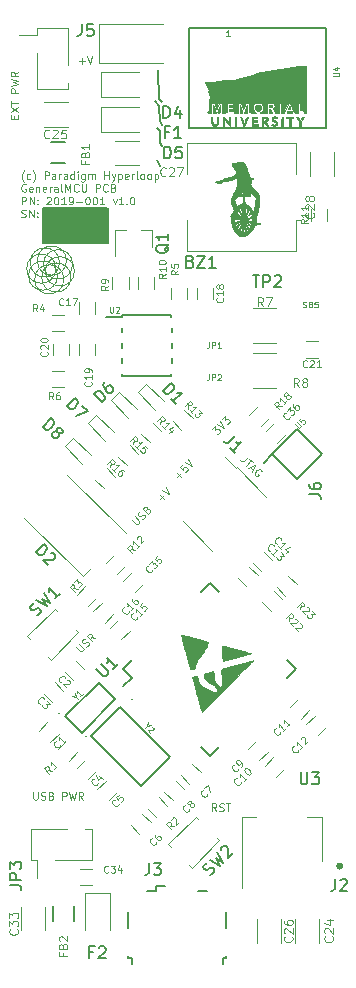
<source format=gbr>
G04 #@! TF.GenerationSoftware,KiCad,Pcbnew,(5.1.4)-1*
G04 #@! TF.CreationDate,2019-10-13T19:11:14-02:30*
G04 #@! TF.ProjectId,GeneralMCU,47656e65-7261-46c4-9d43-552e6b696361,rev?*
G04 #@! TF.SameCoordinates,Original*
G04 #@! TF.FileFunction,Legend,Top*
G04 #@! TF.FilePolarity,Positive*
%FSLAX46Y46*%
G04 Gerber Fmt 4.6, Leading zero omitted, Abs format (unit mm)*
G04 Created by KiCad (PCBNEW (5.1.4)-1) date 2019-10-13 19:11:14*
%MOMM*%
%LPD*%
G04 APERTURE LIST*
%ADD10C,0.150000*%
%ADD11C,0.100000*%
%ADD12C,0.120000*%
%ADD13C,0.200000*%
%ADD14C,0.010000*%
%ADD15C,0.050000*%
G04 APERTURE END LIST*
D10*
X78975000Y-141750000D02*
G75*
G03X78975000Y-141750000I-225000J0D01*
G01*
X78875000Y-141750000D02*
G75*
G03X78875000Y-141750000I-125000J0D01*
G01*
X78775000Y-141750000D02*
G75*
G03X78775000Y-141750000I-25000J0D01*
G01*
X63500000Y-82500000D02*
X63250000Y-82000000D01*
X63500000Y-79500000D02*
X63250000Y-79250000D01*
X63500000Y-80500000D02*
X63500000Y-79500000D01*
X63750000Y-80750000D02*
X63500000Y-80500000D01*
D11*
X52030476Y-83829166D02*
X51999523Y-83798214D01*
X51937619Y-83705357D01*
X51906666Y-83643452D01*
X51875714Y-83550595D01*
X51844761Y-83395833D01*
X51844761Y-83272023D01*
X51875714Y-83117261D01*
X51906666Y-83024404D01*
X51937619Y-82962500D01*
X51999523Y-82869642D01*
X52030476Y-82838690D01*
X52556666Y-83550595D02*
X52494761Y-83581547D01*
X52370952Y-83581547D01*
X52309047Y-83550595D01*
X52278095Y-83519642D01*
X52247142Y-83457738D01*
X52247142Y-83272023D01*
X52278095Y-83210119D01*
X52309047Y-83179166D01*
X52370952Y-83148214D01*
X52494761Y-83148214D01*
X52556666Y-83179166D01*
X52773333Y-83829166D02*
X52804285Y-83798214D01*
X52866190Y-83705357D01*
X52897142Y-83643452D01*
X52928095Y-83550595D01*
X52959047Y-83395833D01*
X52959047Y-83272023D01*
X52928095Y-83117261D01*
X52897142Y-83024404D01*
X52866190Y-82962500D01*
X52804285Y-82869642D01*
X52773333Y-82838690D01*
X53763809Y-83581547D02*
X53763809Y-82931547D01*
X54011428Y-82931547D01*
X54073333Y-82962500D01*
X54104285Y-82993452D01*
X54135238Y-83055357D01*
X54135238Y-83148214D01*
X54104285Y-83210119D01*
X54073333Y-83241071D01*
X54011428Y-83272023D01*
X53763809Y-83272023D01*
X54692380Y-83581547D02*
X54692380Y-83241071D01*
X54661428Y-83179166D01*
X54599523Y-83148214D01*
X54475714Y-83148214D01*
X54413809Y-83179166D01*
X54692380Y-83550595D02*
X54630476Y-83581547D01*
X54475714Y-83581547D01*
X54413809Y-83550595D01*
X54382857Y-83488690D01*
X54382857Y-83426785D01*
X54413809Y-83364880D01*
X54475714Y-83333928D01*
X54630476Y-83333928D01*
X54692380Y-83302976D01*
X55001904Y-83581547D02*
X55001904Y-83148214D01*
X55001904Y-83272023D02*
X55032857Y-83210119D01*
X55063809Y-83179166D01*
X55125714Y-83148214D01*
X55187619Y-83148214D01*
X55682857Y-83581547D02*
X55682857Y-83241071D01*
X55651904Y-83179166D01*
X55590000Y-83148214D01*
X55466190Y-83148214D01*
X55404285Y-83179166D01*
X55682857Y-83550595D02*
X55620952Y-83581547D01*
X55466190Y-83581547D01*
X55404285Y-83550595D01*
X55373333Y-83488690D01*
X55373333Y-83426785D01*
X55404285Y-83364880D01*
X55466190Y-83333928D01*
X55620952Y-83333928D01*
X55682857Y-83302976D01*
X56270952Y-83581547D02*
X56270952Y-82931547D01*
X56270952Y-83550595D02*
X56209047Y-83581547D01*
X56085238Y-83581547D01*
X56023333Y-83550595D01*
X55992380Y-83519642D01*
X55961428Y-83457738D01*
X55961428Y-83272023D01*
X55992380Y-83210119D01*
X56023333Y-83179166D01*
X56085238Y-83148214D01*
X56209047Y-83148214D01*
X56270952Y-83179166D01*
X56580476Y-83581547D02*
X56580476Y-83148214D01*
X56580476Y-82931547D02*
X56549523Y-82962500D01*
X56580476Y-82993452D01*
X56611428Y-82962500D01*
X56580476Y-82931547D01*
X56580476Y-82993452D01*
X57168571Y-83148214D02*
X57168571Y-83674404D01*
X57137619Y-83736309D01*
X57106666Y-83767261D01*
X57044761Y-83798214D01*
X56951904Y-83798214D01*
X56890000Y-83767261D01*
X57168571Y-83550595D02*
X57106666Y-83581547D01*
X56982857Y-83581547D01*
X56920952Y-83550595D01*
X56890000Y-83519642D01*
X56859047Y-83457738D01*
X56859047Y-83272023D01*
X56890000Y-83210119D01*
X56920952Y-83179166D01*
X56982857Y-83148214D01*
X57106666Y-83148214D01*
X57168571Y-83179166D01*
X57478095Y-83581547D02*
X57478095Y-83148214D01*
X57478095Y-83210119D02*
X57509047Y-83179166D01*
X57570952Y-83148214D01*
X57663809Y-83148214D01*
X57725714Y-83179166D01*
X57756666Y-83241071D01*
X57756666Y-83581547D01*
X57756666Y-83241071D02*
X57787619Y-83179166D01*
X57849523Y-83148214D01*
X57942380Y-83148214D01*
X58004285Y-83179166D01*
X58035238Y-83241071D01*
X58035238Y-83581547D01*
X58840000Y-83581547D02*
X58840000Y-82931547D01*
X58840000Y-83241071D02*
X59211428Y-83241071D01*
X59211428Y-83581547D02*
X59211428Y-82931547D01*
X59459047Y-83148214D02*
X59613809Y-83581547D01*
X59768571Y-83148214D02*
X59613809Y-83581547D01*
X59551904Y-83736309D01*
X59520952Y-83767261D01*
X59459047Y-83798214D01*
X60016190Y-83148214D02*
X60016190Y-83798214D01*
X60016190Y-83179166D02*
X60078095Y-83148214D01*
X60201904Y-83148214D01*
X60263809Y-83179166D01*
X60294761Y-83210119D01*
X60325714Y-83272023D01*
X60325714Y-83457738D01*
X60294761Y-83519642D01*
X60263809Y-83550595D01*
X60201904Y-83581547D01*
X60078095Y-83581547D01*
X60016190Y-83550595D01*
X60851904Y-83550595D02*
X60790000Y-83581547D01*
X60666190Y-83581547D01*
X60604285Y-83550595D01*
X60573333Y-83488690D01*
X60573333Y-83241071D01*
X60604285Y-83179166D01*
X60666190Y-83148214D01*
X60790000Y-83148214D01*
X60851904Y-83179166D01*
X60882857Y-83241071D01*
X60882857Y-83302976D01*
X60573333Y-83364880D01*
X61161428Y-83581547D02*
X61161428Y-83148214D01*
X61161428Y-83272023D02*
X61192380Y-83210119D01*
X61223333Y-83179166D01*
X61285238Y-83148214D01*
X61347142Y-83148214D01*
X61656666Y-83581547D02*
X61594761Y-83550595D01*
X61563809Y-83488690D01*
X61563809Y-82931547D01*
X61997142Y-83581547D02*
X61935238Y-83550595D01*
X61904285Y-83519642D01*
X61873333Y-83457738D01*
X61873333Y-83272023D01*
X61904285Y-83210119D01*
X61935238Y-83179166D01*
X61997142Y-83148214D01*
X62090000Y-83148214D01*
X62151904Y-83179166D01*
X62182857Y-83210119D01*
X62213809Y-83272023D01*
X62213809Y-83457738D01*
X62182857Y-83519642D01*
X62151904Y-83550595D01*
X62090000Y-83581547D01*
X61997142Y-83581547D01*
X62585238Y-83581547D02*
X62523333Y-83550595D01*
X62492380Y-83519642D01*
X62461428Y-83457738D01*
X62461428Y-83272023D01*
X62492380Y-83210119D01*
X62523333Y-83179166D01*
X62585238Y-83148214D01*
X62678095Y-83148214D01*
X62740000Y-83179166D01*
X62770952Y-83210119D01*
X62801904Y-83272023D01*
X62801904Y-83457738D01*
X62770952Y-83519642D01*
X62740000Y-83550595D01*
X62678095Y-83581547D01*
X62585238Y-83581547D01*
X63080476Y-83148214D02*
X63080476Y-83798214D01*
X63080476Y-83179166D02*
X63142380Y-83148214D01*
X63266190Y-83148214D01*
X63328095Y-83179166D01*
X63359047Y-83210119D01*
X63390000Y-83272023D01*
X63390000Y-83457738D01*
X63359047Y-83519642D01*
X63328095Y-83550595D01*
X63266190Y-83581547D01*
X63142380Y-83581547D01*
X63080476Y-83550595D01*
X52185238Y-84037500D02*
X52123333Y-84006547D01*
X52030476Y-84006547D01*
X51937619Y-84037500D01*
X51875714Y-84099404D01*
X51844761Y-84161309D01*
X51813809Y-84285119D01*
X51813809Y-84377976D01*
X51844761Y-84501785D01*
X51875714Y-84563690D01*
X51937619Y-84625595D01*
X52030476Y-84656547D01*
X52092380Y-84656547D01*
X52185238Y-84625595D01*
X52216190Y-84594642D01*
X52216190Y-84377976D01*
X52092380Y-84377976D01*
X52742380Y-84625595D02*
X52680476Y-84656547D01*
X52556666Y-84656547D01*
X52494761Y-84625595D01*
X52463809Y-84563690D01*
X52463809Y-84316071D01*
X52494761Y-84254166D01*
X52556666Y-84223214D01*
X52680476Y-84223214D01*
X52742380Y-84254166D01*
X52773333Y-84316071D01*
X52773333Y-84377976D01*
X52463809Y-84439880D01*
X53051904Y-84223214D02*
X53051904Y-84656547D01*
X53051904Y-84285119D02*
X53082857Y-84254166D01*
X53144761Y-84223214D01*
X53237619Y-84223214D01*
X53299523Y-84254166D01*
X53330476Y-84316071D01*
X53330476Y-84656547D01*
X53887619Y-84625595D02*
X53825714Y-84656547D01*
X53701904Y-84656547D01*
X53640000Y-84625595D01*
X53609047Y-84563690D01*
X53609047Y-84316071D01*
X53640000Y-84254166D01*
X53701904Y-84223214D01*
X53825714Y-84223214D01*
X53887619Y-84254166D01*
X53918571Y-84316071D01*
X53918571Y-84377976D01*
X53609047Y-84439880D01*
X54197142Y-84656547D02*
X54197142Y-84223214D01*
X54197142Y-84347023D02*
X54228095Y-84285119D01*
X54259047Y-84254166D01*
X54320952Y-84223214D01*
X54382857Y-84223214D01*
X54878095Y-84656547D02*
X54878095Y-84316071D01*
X54847142Y-84254166D01*
X54785238Y-84223214D01*
X54661428Y-84223214D01*
X54599523Y-84254166D01*
X54878095Y-84625595D02*
X54816190Y-84656547D01*
X54661428Y-84656547D01*
X54599523Y-84625595D01*
X54568571Y-84563690D01*
X54568571Y-84501785D01*
X54599523Y-84439880D01*
X54661428Y-84408928D01*
X54816190Y-84408928D01*
X54878095Y-84377976D01*
X55280476Y-84656547D02*
X55218571Y-84625595D01*
X55187619Y-84563690D01*
X55187619Y-84006547D01*
X55528095Y-84656547D02*
X55528095Y-84006547D01*
X55744761Y-84470833D01*
X55961428Y-84006547D01*
X55961428Y-84656547D01*
X56642380Y-84594642D02*
X56611428Y-84625595D01*
X56518571Y-84656547D01*
X56456666Y-84656547D01*
X56363809Y-84625595D01*
X56301904Y-84563690D01*
X56270952Y-84501785D01*
X56240000Y-84377976D01*
X56240000Y-84285119D01*
X56270952Y-84161309D01*
X56301904Y-84099404D01*
X56363809Y-84037500D01*
X56456666Y-84006547D01*
X56518571Y-84006547D01*
X56611428Y-84037500D01*
X56642380Y-84068452D01*
X56920952Y-84006547D02*
X56920952Y-84532738D01*
X56951904Y-84594642D01*
X56982857Y-84625595D01*
X57044761Y-84656547D01*
X57168571Y-84656547D01*
X57230476Y-84625595D01*
X57261428Y-84594642D01*
X57292380Y-84532738D01*
X57292380Y-84006547D01*
X58097142Y-84656547D02*
X58097142Y-84006547D01*
X58344761Y-84006547D01*
X58406666Y-84037500D01*
X58437619Y-84068452D01*
X58468571Y-84130357D01*
X58468571Y-84223214D01*
X58437619Y-84285119D01*
X58406666Y-84316071D01*
X58344761Y-84347023D01*
X58097142Y-84347023D01*
X59118571Y-84594642D02*
X59087619Y-84625595D01*
X58994761Y-84656547D01*
X58932857Y-84656547D01*
X58840000Y-84625595D01*
X58778095Y-84563690D01*
X58747142Y-84501785D01*
X58716190Y-84377976D01*
X58716190Y-84285119D01*
X58747142Y-84161309D01*
X58778095Y-84099404D01*
X58840000Y-84037500D01*
X58932857Y-84006547D01*
X58994761Y-84006547D01*
X59087619Y-84037500D01*
X59118571Y-84068452D01*
X59613809Y-84316071D02*
X59706666Y-84347023D01*
X59737619Y-84377976D01*
X59768571Y-84439880D01*
X59768571Y-84532738D01*
X59737619Y-84594642D01*
X59706666Y-84625595D01*
X59644761Y-84656547D01*
X59397142Y-84656547D01*
X59397142Y-84006547D01*
X59613809Y-84006547D01*
X59675714Y-84037500D01*
X59706666Y-84068452D01*
X59737619Y-84130357D01*
X59737619Y-84192261D01*
X59706666Y-84254166D01*
X59675714Y-84285119D01*
X59613809Y-84316071D01*
X59397142Y-84316071D01*
X51844761Y-85731547D02*
X51844761Y-85081547D01*
X52092380Y-85081547D01*
X52154285Y-85112500D01*
X52185238Y-85143452D01*
X52216190Y-85205357D01*
X52216190Y-85298214D01*
X52185238Y-85360119D01*
X52154285Y-85391071D01*
X52092380Y-85422023D01*
X51844761Y-85422023D01*
X52494761Y-85731547D02*
X52494761Y-85081547D01*
X52866190Y-85731547D01*
X52866190Y-85081547D01*
X53175714Y-85669642D02*
X53206666Y-85700595D01*
X53175714Y-85731547D01*
X53144761Y-85700595D01*
X53175714Y-85669642D01*
X53175714Y-85731547D01*
X53175714Y-85329166D02*
X53206666Y-85360119D01*
X53175714Y-85391071D01*
X53144761Y-85360119D01*
X53175714Y-85329166D01*
X53175714Y-85391071D01*
X53949523Y-85143452D02*
X53980476Y-85112500D01*
X54042380Y-85081547D01*
X54197142Y-85081547D01*
X54259047Y-85112500D01*
X54290000Y-85143452D01*
X54320952Y-85205357D01*
X54320952Y-85267261D01*
X54290000Y-85360119D01*
X53918571Y-85731547D01*
X54320952Y-85731547D01*
X54723333Y-85081547D02*
X54785238Y-85081547D01*
X54847142Y-85112500D01*
X54878095Y-85143452D01*
X54909047Y-85205357D01*
X54940000Y-85329166D01*
X54940000Y-85483928D01*
X54909047Y-85607738D01*
X54878095Y-85669642D01*
X54847142Y-85700595D01*
X54785238Y-85731547D01*
X54723333Y-85731547D01*
X54661428Y-85700595D01*
X54630476Y-85669642D01*
X54599523Y-85607738D01*
X54568571Y-85483928D01*
X54568571Y-85329166D01*
X54599523Y-85205357D01*
X54630476Y-85143452D01*
X54661428Y-85112500D01*
X54723333Y-85081547D01*
X55559047Y-85731547D02*
X55187619Y-85731547D01*
X55373333Y-85731547D02*
X55373333Y-85081547D01*
X55311428Y-85174404D01*
X55249523Y-85236309D01*
X55187619Y-85267261D01*
X55868571Y-85731547D02*
X55992380Y-85731547D01*
X56054285Y-85700595D01*
X56085238Y-85669642D01*
X56147142Y-85576785D01*
X56178095Y-85452976D01*
X56178095Y-85205357D01*
X56147142Y-85143452D01*
X56116190Y-85112500D01*
X56054285Y-85081547D01*
X55930476Y-85081547D01*
X55868571Y-85112500D01*
X55837619Y-85143452D01*
X55806666Y-85205357D01*
X55806666Y-85360119D01*
X55837619Y-85422023D01*
X55868571Y-85452976D01*
X55930476Y-85483928D01*
X56054285Y-85483928D01*
X56116190Y-85452976D01*
X56147142Y-85422023D01*
X56178095Y-85360119D01*
X56456666Y-85483928D02*
X56951904Y-85483928D01*
X57385238Y-85081547D02*
X57447142Y-85081547D01*
X57509047Y-85112500D01*
X57540000Y-85143452D01*
X57570952Y-85205357D01*
X57601904Y-85329166D01*
X57601904Y-85483928D01*
X57570952Y-85607738D01*
X57540000Y-85669642D01*
X57509047Y-85700595D01*
X57447142Y-85731547D01*
X57385238Y-85731547D01*
X57323333Y-85700595D01*
X57292380Y-85669642D01*
X57261428Y-85607738D01*
X57230476Y-85483928D01*
X57230476Y-85329166D01*
X57261428Y-85205357D01*
X57292380Y-85143452D01*
X57323333Y-85112500D01*
X57385238Y-85081547D01*
X58004285Y-85081547D02*
X58066190Y-85081547D01*
X58128095Y-85112500D01*
X58159047Y-85143452D01*
X58190000Y-85205357D01*
X58220952Y-85329166D01*
X58220952Y-85483928D01*
X58190000Y-85607738D01*
X58159047Y-85669642D01*
X58128095Y-85700595D01*
X58066190Y-85731547D01*
X58004285Y-85731547D01*
X57942380Y-85700595D01*
X57911428Y-85669642D01*
X57880476Y-85607738D01*
X57849523Y-85483928D01*
X57849523Y-85329166D01*
X57880476Y-85205357D01*
X57911428Y-85143452D01*
X57942380Y-85112500D01*
X58004285Y-85081547D01*
X58840000Y-85731547D02*
X58468571Y-85731547D01*
X58654285Y-85731547D02*
X58654285Y-85081547D01*
X58592380Y-85174404D01*
X58530476Y-85236309D01*
X58468571Y-85267261D01*
X59551904Y-85298214D02*
X59706666Y-85731547D01*
X59861428Y-85298214D01*
X60449523Y-85731547D02*
X60078095Y-85731547D01*
X60263809Y-85731547D02*
X60263809Y-85081547D01*
X60201904Y-85174404D01*
X60140000Y-85236309D01*
X60078095Y-85267261D01*
X60728095Y-85669642D02*
X60759047Y-85700595D01*
X60728095Y-85731547D01*
X60697142Y-85700595D01*
X60728095Y-85669642D01*
X60728095Y-85731547D01*
X61161428Y-85081547D02*
X61223333Y-85081547D01*
X61285238Y-85112500D01*
X61316190Y-85143452D01*
X61347142Y-85205357D01*
X61378095Y-85329166D01*
X61378095Y-85483928D01*
X61347142Y-85607738D01*
X61316190Y-85669642D01*
X61285238Y-85700595D01*
X61223333Y-85731547D01*
X61161428Y-85731547D01*
X61099523Y-85700595D01*
X61068571Y-85669642D01*
X61037619Y-85607738D01*
X61006666Y-85483928D01*
X61006666Y-85329166D01*
X61037619Y-85205357D01*
X61068571Y-85143452D01*
X61099523Y-85112500D01*
X61161428Y-85081547D01*
X51813809Y-86775595D02*
X51906666Y-86806547D01*
X52061428Y-86806547D01*
X52123333Y-86775595D01*
X52154285Y-86744642D01*
X52185238Y-86682738D01*
X52185238Y-86620833D01*
X52154285Y-86558928D01*
X52123333Y-86527976D01*
X52061428Y-86497023D01*
X51937619Y-86466071D01*
X51875714Y-86435119D01*
X51844761Y-86404166D01*
X51813809Y-86342261D01*
X51813809Y-86280357D01*
X51844761Y-86218452D01*
X51875714Y-86187500D01*
X51937619Y-86156547D01*
X52092380Y-86156547D01*
X52185238Y-86187500D01*
X52463809Y-86806547D02*
X52463809Y-86156547D01*
X52835238Y-86806547D01*
X52835238Y-86156547D01*
X53144761Y-86744642D02*
X53175714Y-86775595D01*
X53144761Y-86806547D01*
X53113809Y-86775595D01*
X53144761Y-86744642D01*
X53144761Y-86806547D01*
X53144761Y-86404166D02*
X53175714Y-86435119D01*
X53144761Y-86466071D01*
X53113809Y-86435119D01*
X53144761Y-86404166D01*
X53144761Y-86466071D01*
D12*
X70965473Y-107112081D02*
X70637174Y-107440380D01*
X70549627Y-107484153D01*
X70462081Y-107484153D01*
X70374534Y-107440380D01*
X70330761Y-107396607D01*
X71118680Y-107265287D02*
X71381319Y-107527927D01*
X70790380Y-107856226D02*
X71250000Y-107396607D01*
X71184340Y-107987546D02*
X71403206Y-108206412D01*
X71009246Y-108075093D02*
X71622072Y-107768680D01*
X71315659Y-108381506D01*
X72147352Y-108337732D02*
X72125465Y-108272072D01*
X72059805Y-108206412D01*
X71972259Y-108162639D01*
X71884712Y-108162639D01*
X71819052Y-108184526D01*
X71709619Y-108250186D01*
X71643959Y-108315846D01*
X71578299Y-108425279D01*
X71556412Y-108490939D01*
X71556412Y-108578485D01*
X71600186Y-108666032D01*
X71643959Y-108709805D01*
X71731506Y-108753578D01*
X71775279Y-108753578D01*
X71928485Y-108600372D01*
X71840939Y-108512825D01*
X67929251Y-104742356D02*
X68213777Y-104457829D01*
X68235663Y-104786129D01*
X68301323Y-104720469D01*
X68366983Y-104698582D01*
X68410757Y-104698582D01*
X68476417Y-104720469D01*
X68585850Y-104829902D01*
X68607736Y-104895562D01*
X68607736Y-104939336D01*
X68585850Y-105004995D01*
X68454530Y-105136315D01*
X68388870Y-105158202D01*
X68345097Y-105158202D01*
X68345097Y-104326510D02*
X68957923Y-104632923D01*
X68651510Y-104020097D01*
X68760943Y-103910663D02*
X69045469Y-103626137D01*
X69067356Y-103954437D01*
X69133016Y-103888777D01*
X69198676Y-103866890D01*
X69242449Y-103866890D01*
X69308109Y-103888777D01*
X69417542Y-103998210D01*
X69439429Y-104063870D01*
X69439429Y-104107643D01*
X69417542Y-104173303D01*
X69286222Y-104304623D01*
X69220562Y-104326510D01*
X69176789Y-104326510D01*
X64966890Y-108798769D02*
X65317076Y-108448582D01*
X65317076Y-108798769D02*
X64966890Y-108448582D01*
X65470283Y-107726323D02*
X65251417Y-107945190D01*
X65448396Y-108185943D01*
X65448396Y-108142170D01*
X65470283Y-108076510D01*
X65579716Y-107967076D01*
X65645376Y-107945190D01*
X65689149Y-107945190D01*
X65754809Y-107967076D01*
X65864242Y-108076510D01*
X65886129Y-108142170D01*
X65886129Y-108185943D01*
X65864242Y-108251603D01*
X65754809Y-108361036D01*
X65689149Y-108382923D01*
X65645376Y-108382923D01*
X65623489Y-107573117D02*
X66236315Y-107879530D01*
X65929902Y-107266704D01*
X63510757Y-110704902D02*
X63860943Y-110354716D01*
X63860943Y-110704902D02*
X63510757Y-110354716D01*
X63729623Y-109916983D02*
X64342449Y-110223396D01*
X64036036Y-109610570D01*
X61143307Y-112403299D02*
X61515380Y-112775372D01*
X61581040Y-112797259D01*
X61624813Y-112797259D01*
X61690473Y-112775372D01*
X61778020Y-112687825D01*
X61799906Y-112622165D01*
X61799906Y-112578392D01*
X61778020Y-112512732D01*
X61405947Y-112140659D01*
X62040659Y-112381412D02*
X62128206Y-112337639D01*
X62237639Y-112228206D01*
X62259526Y-112162546D01*
X62259526Y-112118773D01*
X62237639Y-112053113D01*
X62193866Y-112009340D01*
X62128206Y-111987453D01*
X62084433Y-111987453D01*
X62018773Y-112009340D01*
X61909340Y-112075000D01*
X61843680Y-112096886D01*
X61799906Y-112096886D01*
X61734246Y-112075000D01*
X61690473Y-112031226D01*
X61668587Y-111965566D01*
X61668587Y-111921793D01*
X61690473Y-111856133D01*
X61799906Y-111746700D01*
X61887453Y-111702927D01*
X62434619Y-111549720D02*
X62522165Y-111505947D01*
X62565939Y-111505947D01*
X62631599Y-111527834D01*
X62697259Y-111593493D01*
X62719145Y-111659153D01*
X62719145Y-111702927D01*
X62697259Y-111768587D01*
X62522165Y-111943680D01*
X62062546Y-111484060D01*
X62215753Y-111330854D01*
X62281412Y-111308967D01*
X62325186Y-111308967D01*
X62390846Y-111330854D01*
X62434619Y-111374627D01*
X62456506Y-111440287D01*
X62456506Y-111484060D01*
X62434619Y-111549720D01*
X62281412Y-111702927D01*
X56418307Y-123178299D02*
X56790380Y-123550372D01*
X56856040Y-123572259D01*
X56899813Y-123572259D01*
X56965473Y-123550372D01*
X57053020Y-123462825D01*
X57074906Y-123397165D01*
X57074906Y-123353392D01*
X57053020Y-123287732D01*
X56680947Y-122915659D01*
X57315659Y-123156412D02*
X57403206Y-123112639D01*
X57512639Y-123003206D01*
X57534526Y-122937546D01*
X57534526Y-122893773D01*
X57512639Y-122828113D01*
X57468866Y-122784340D01*
X57403206Y-122762453D01*
X57359433Y-122762453D01*
X57293773Y-122784340D01*
X57184340Y-122850000D01*
X57118680Y-122871886D01*
X57074906Y-122871886D01*
X57009246Y-122850000D01*
X56965473Y-122806226D01*
X56943587Y-122740566D01*
X56943587Y-122696793D01*
X56965473Y-122631133D01*
X57074906Y-122521700D01*
X57162453Y-122477927D01*
X58059805Y-122456040D02*
X57687732Y-122390380D01*
X57797165Y-122718680D02*
X57337546Y-122259060D01*
X57512639Y-122083967D01*
X57578299Y-122062081D01*
X57622072Y-122062081D01*
X57687732Y-122083967D01*
X57753392Y-122149627D01*
X57775279Y-122215287D01*
X57775279Y-122259060D01*
X57753392Y-122324720D01*
X57578299Y-122499813D01*
X56673809Y-73571428D02*
X57169047Y-73571428D01*
X56921428Y-73819047D02*
X56921428Y-73323809D01*
X57385714Y-73169047D02*
X57602380Y-73819047D01*
X57819047Y-73169047D01*
X51203571Y-78465476D02*
X51203571Y-78248809D01*
X51544047Y-78155952D02*
X51544047Y-78465476D01*
X50894047Y-78465476D01*
X50894047Y-78155952D01*
X50894047Y-77939285D02*
X51544047Y-77505952D01*
X50894047Y-77505952D02*
X51544047Y-77939285D01*
X50894047Y-77351190D02*
X50894047Y-76979761D01*
X51544047Y-77165476D02*
X50894047Y-77165476D01*
X51544047Y-76267857D02*
X50894047Y-76267857D01*
X50894047Y-76020238D01*
X50925000Y-75958333D01*
X50955952Y-75927380D01*
X51017857Y-75896428D01*
X51110714Y-75896428D01*
X51172619Y-75927380D01*
X51203571Y-75958333D01*
X51234523Y-76020238D01*
X51234523Y-76267857D01*
X50894047Y-75679761D02*
X51544047Y-75525000D01*
X51079761Y-75401190D01*
X51544047Y-75277380D01*
X50894047Y-75122619D01*
X51544047Y-74503571D02*
X51234523Y-74720238D01*
X51544047Y-74875000D02*
X50894047Y-74875000D01*
X50894047Y-74627380D01*
X50925000Y-74565476D01*
X50955952Y-74534523D01*
X51017857Y-74503571D01*
X51110714Y-74503571D01*
X51172619Y-74534523D01*
X51203571Y-74565476D01*
X51234523Y-74627380D01*
X51234523Y-74875000D01*
D10*
X63475000Y-77350000D02*
X63100000Y-76950000D01*
X63500000Y-78700000D02*
X63475000Y-77375000D01*
X63750000Y-78975000D02*
X63500000Y-78700000D01*
X63450000Y-76800000D02*
X63750000Y-77075000D01*
X63400000Y-74375000D02*
X63450000Y-76800000D01*
D12*
X70393680Y-134659619D02*
X70393680Y-134703392D01*
X70349906Y-134790939D01*
X70306133Y-134834712D01*
X70218587Y-134878485D01*
X70131040Y-134878485D01*
X70065380Y-134856599D01*
X69955947Y-134790939D01*
X69890287Y-134725279D01*
X69824627Y-134615846D01*
X69802740Y-134550186D01*
X69802740Y-134462639D01*
X69846514Y-134375093D01*
X69890287Y-134331319D01*
X69977834Y-134287546D01*
X70021607Y-134287546D01*
X70875186Y-134265659D02*
X70612546Y-134528299D01*
X70743866Y-134396979D02*
X70284246Y-133937360D01*
X70306133Y-134046793D01*
X70306133Y-134134340D01*
X70284246Y-134200000D01*
X70700093Y-133521514D02*
X70743866Y-133477740D01*
X70809526Y-133455854D01*
X70853299Y-133455854D01*
X70918959Y-133477740D01*
X71028392Y-133543400D01*
X71137825Y-133652834D01*
X71203485Y-133762267D01*
X71225372Y-133827927D01*
X71225372Y-133871700D01*
X71203485Y-133937360D01*
X71159712Y-133981133D01*
X71094052Y-134003020D01*
X71050279Y-134003020D01*
X70984619Y-133981133D01*
X70875186Y-133915473D01*
X70765753Y-133806040D01*
X70700093Y-133696607D01*
X70678206Y-133630947D01*
X70678206Y-133587174D01*
X70700093Y-133521514D01*
X68319047Y-137094047D02*
X68102380Y-136784523D01*
X67947619Y-137094047D02*
X67947619Y-136444047D01*
X68195238Y-136444047D01*
X68257142Y-136475000D01*
X68288095Y-136505952D01*
X68319047Y-136567857D01*
X68319047Y-136660714D01*
X68288095Y-136722619D01*
X68257142Y-136753571D01*
X68195238Y-136784523D01*
X67947619Y-136784523D01*
X68566666Y-137063095D02*
X68659523Y-137094047D01*
X68814285Y-137094047D01*
X68876190Y-137063095D01*
X68907142Y-137032142D01*
X68938095Y-136970238D01*
X68938095Y-136908333D01*
X68907142Y-136846428D01*
X68876190Y-136815476D01*
X68814285Y-136784523D01*
X68690476Y-136753571D01*
X68628571Y-136722619D01*
X68597619Y-136691666D01*
X68566666Y-136629761D01*
X68566666Y-136567857D01*
X68597619Y-136505952D01*
X68628571Y-136475000D01*
X68690476Y-136444047D01*
X68845238Y-136444047D01*
X68938095Y-136475000D01*
X69123809Y-136444047D02*
X69495238Y-136444047D01*
X69309523Y-137094047D02*
X69309523Y-136444047D01*
X52810714Y-135469047D02*
X52810714Y-135995238D01*
X52841666Y-136057142D01*
X52872619Y-136088095D01*
X52934523Y-136119047D01*
X53058333Y-136119047D01*
X53120238Y-136088095D01*
X53151190Y-136057142D01*
X53182142Y-135995238D01*
X53182142Y-135469047D01*
X53460714Y-136088095D02*
X53553571Y-136119047D01*
X53708333Y-136119047D01*
X53770238Y-136088095D01*
X53801190Y-136057142D01*
X53832142Y-135995238D01*
X53832142Y-135933333D01*
X53801190Y-135871428D01*
X53770238Y-135840476D01*
X53708333Y-135809523D01*
X53584523Y-135778571D01*
X53522619Y-135747619D01*
X53491666Y-135716666D01*
X53460714Y-135654761D01*
X53460714Y-135592857D01*
X53491666Y-135530952D01*
X53522619Y-135500000D01*
X53584523Y-135469047D01*
X53739285Y-135469047D01*
X53832142Y-135500000D01*
X54327380Y-135778571D02*
X54420238Y-135809523D01*
X54451190Y-135840476D01*
X54482142Y-135902380D01*
X54482142Y-135995238D01*
X54451190Y-136057142D01*
X54420238Y-136088095D01*
X54358333Y-136119047D01*
X54110714Y-136119047D01*
X54110714Y-135469047D01*
X54327380Y-135469047D01*
X54389285Y-135500000D01*
X54420238Y-135530952D01*
X54451190Y-135592857D01*
X54451190Y-135654761D01*
X54420238Y-135716666D01*
X54389285Y-135747619D01*
X54327380Y-135778571D01*
X54110714Y-135778571D01*
X55255952Y-136119047D02*
X55255952Y-135469047D01*
X55503571Y-135469047D01*
X55565476Y-135500000D01*
X55596428Y-135530952D01*
X55627380Y-135592857D01*
X55627380Y-135685714D01*
X55596428Y-135747619D01*
X55565476Y-135778571D01*
X55503571Y-135809523D01*
X55255952Y-135809523D01*
X55844047Y-135469047D02*
X55998809Y-136119047D01*
X56122619Y-135654761D01*
X56246428Y-136119047D01*
X56401190Y-135469047D01*
X57020238Y-136119047D02*
X56803571Y-135809523D01*
X56648809Y-136119047D02*
X56648809Y-135469047D01*
X56896428Y-135469047D01*
X56958333Y-135500000D01*
X56989285Y-135530952D01*
X57020238Y-135592857D01*
X57020238Y-135685714D01*
X56989285Y-135747619D01*
X56958333Y-135778571D01*
X56896428Y-135809523D01*
X56648809Y-135809523D01*
D13*
X57308834Y-130750788D02*
G75*
G03X57308834Y-130750788I0J0D01*
G01*
X61197921Y-127568808D02*
G75*
G03X61197921Y-127568808I0J0D01*
G01*
X55010737Y-128806245D02*
G75*
G03X55010737Y-128806245I0J0D01*
G01*
D10*
X59100000Y-86025000D02*
X59100000Y-89025000D01*
X53600000Y-86025000D02*
X53600000Y-89025000D01*
X53650000Y-86025000D02*
X59050000Y-86025000D01*
X59050000Y-86125000D02*
X53650000Y-86125000D01*
X53650000Y-86225000D02*
X59050000Y-86225000D01*
X59050000Y-86325000D02*
X53650000Y-86325000D01*
X53650000Y-86425000D02*
X59050000Y-86425000D01*
X59050000Y-86525000D02*
X53650000Y-86525000D01*
X53650000Y-86625000D02*
X59050000Y-86625000D01*
X59050000Y-86725000D02*
X53650000Y-86725000D01*
X53650000Y-86825000D02*
X59050000Y-86825000D01*
X59050000Y-86925000D02*
X53650000Y-86925000D01*
X53650000Y-87025000D02*
X59050000Y-87025000D01*
X59050000Y-87125000D02*
X53650000Y-87125000D01*
X53650000Y-87225000D02*
X59050000Y-87225000D01*
X59050000Y-87325000D02*
X53650000Y-87325000D01*
X53650000Y-87425000D02*
X59050000Y-87425000D01*
X59050000Y-87525000D02*
X53650000Y-87525000D01*
X53650000Y-87625000D02*
X59050000Y-87625000D01*
X59050000Y-87725000D02*
X53650000Y-87725000D01*
X53650000Y-87825000D02*
X59050000Y-87825000D01*
X59050000Y-87925000D02*
X53650000Y-87925000D01*
X53650000Y-88025000D02*
X59050000Y-88025000D01*
X59050000Y-88125000D02*
X53650000Y-88125000D01*
X53650000Y-88225000D02*
X59050000Y-88225000D01*
X59050000Y-88325000D02*
X53650000Y-88325000D01*
X53650000Y-88425000D02*
X59050000Y-88425000D01*
X59050000Y-88525000D02*
X53650000Y-88525000D01*
X53650000Y-88625000D02*
X59050000Y-88625000D01*
X59050000Y-88725000D02*
X53650000Y-88725000D01*
X53650000Y-88825000D02*
X59050000Y-88825000D01*
X59050000Y-88925000D02*
X53650000Y-88925000D01*
X53650000Y-89025000D02*
X59050000Y-89025000D01*
D12*
X54385000Y-99830000D02*
X55385000Y-99830000D01*
X55385000Y-101190000D02*
X54385000Y-101190000D01*
X72903051Y-120114716D02*
X72195944Y-119407609D01*
X73157609Y-118445944D02*
X73864716Y-119153051D01*
X74153051Y-118864716D02*
X73445944Y-118157609D01*
X74407609Y-117195944D02*
X75114716Y-117903051D01*
D10*
X66800000Y-143850000D02*
X67525000Y-143850000D01*
X63200000Y-143850000D02*
X62475000Y-143850000D01*
X63200000Y-143425000D02*
X63200000Y-143850000D01*
X63925000Y-143425000D02*
X63200000Y-143425000D01*
X69150000Y-147000000D02*
X69150000Y-145600000D01*
X69150000Y-149550000D02*
X69150000Y-149400000D01*
X68850000Y-149550000D02*
X69150000Y-149550000D01*
X68850000Y-150000000D02*
X68850000Y-149550000D01*
X61150000Y-149550000D02*
X61150000Y-150000000D01*
X60850000Y-149550000D02*
X61150000Y-149550000D01*
X60850000Y-149400000D02*
X60850000Y-149550000D01*
X60850000Y-145600000D02*
X60850000Y-147000000D01*
D12*
X65815000Y-92760000D02*
X65815000Y-93760000D01*
X64455000Y-93760000D02*
X64455000Y-92760000D01*
X63191961Y-137595582D02*
X62484854Y-136888475D01*
X63446519Y-135926810D02*
X64153626Y-136633917D01*
X54084009Y-124071626D02*
X54296141Y-124283758D01*
X54296141Y-124283758D02*
X56629594Y-121950305D01*
X56629594Y-121950305D02*
X56417462Y-121738173D01*
X52528374Y-122515991D02*
X52316242Y-122303859D01*
X52316242Y-122303859D02*
X54649695Y-119970406D01*
X54649695Y-119970406D02*
X54861827Y-120182538D01*
X71104652Y-103522615D02*
X71811759Y-102815508D01*
X72773424Y-103777173D02*
X72066317Y-104484280D01*
X58155657Y-119016136D02*
X57448550Y-119723243D01*
X56486885Y-118761578D02*
X57193992Y-118054471D01*
X54385000Y-95080000D02*
X55385000Y-95080000D01*
X55385000Y-96440000D02*
X54385000Y-96440000D01*
X53095000Y-72865000D02*
X53095000Y-75975000D01*
X55755000Y-75405000D02*
X55755000Y-75975000D01*
X53095000Y-70775000D02*
X53095000Y-71345000D01*
X53095000Y-71345000D02*
X51575000Y-71345000D01*
X55755000Y-70775000D02*
X55755000Y-73885000D01*
X53095000Y-75975000D02*
X55755000Y-75975000D01*
X53095000Y-70775000D02*
X55755000Y-70775000D01*
X58945944Y-116092391D02*
X59653051Y-115385284D01*
X60614716Y-116346949D02*
X59907609Y-117054056D01*
X72396787Y-133257266D02*
X73103894Y-132550159D01*
X74065559Y-133511824D02*
X73358452Y-134218931D01*
X56167391Y-126029056D02*
X55460284Y-125321949D01*
X56421949Y-124360284D02*
X57129056Y-125067391D01*
X58143220Y-133706494D02*
X57436113Y-134413601D01*
X56474448Y-133451936D02*
X57181555Y-132744829D01*
X66274946Y-133098383D02*
X66982053Y-133805490D01*
X66020388Y-134767155D02*
X65313281Y-134060048D01*
X54646949Y-126185284D02*
X55354056Y-126892391D01*
X54392391Y-127854056D02*
X53685284Y-127146949D01*
X72346949Y-115135284D02*
X73054056Y-115842391D01*
X72092391Y-116804056D02*
X71385284Y-116096949D01*
D10*
X61905027Y-134993430D02*
X64379901Y-132518556D01*
X60137261Y-128275916D02*
X57662387Y-130750790D01*
X64379901Y-132518556D02*
X60137261Y-128275916D01*
X57662387Y-130750790D02*
X61905027Y-134993430D01*
D12*
X54961240Y-130524514D02*
X54254133Y-131231621D01*
X53292468Y-130269956D02*
X53999575Y-129562849D01*
X64860734Y-134512596D02*
X65567841Y-135219703D01*
X64606176Y-136181368D02*
X63899069Y-135474261D01*
X62032306Y-137341023D02*
X62739413Y-138048130D01*
X61777748Y-139009795D02*
X61070641Y-138302688D01*
X58242215Y-135219703D02*
X58949322Y-134512596D01*
X59910987Y-135474261D02*
X59203880Y-136181368D01*
X74518108Y-128307519D02*
X75225215Y-127600412D01*
X76186880Y-128562077D02*
X75479773Y-129269184D01*
D10*
X58348224Y-126212563D02*
X55519797Y-129040990D01*
X58348224Y-126212563D02*
X59762437Y-127626776D01*
X59762437Y-127626776D02*
X56934010Y-130455203D01*
X56934010Y-130455203D02*
X55519797Y-129040990D01*
D12*
X72651346Y-132097611D02*
X71944239Y-132804718D01*
X70982574Y-131843053D02*
X71689681Y-131135946D01*
X54883457Y-131860945D02*
X55590564Y-131153838D01*
X56552229Y-132115503D02*
X55845122Y-132822610D01*
X54690000Y-141255000D02*
X57800000Y-141255000D01*
X57230000Y-138595000D02*
X57800000Y-138595000D01*
X52600000Y-141255000D02*
X53170000Y-141255000D01*
X53170000Y-141255000D02*
X53170000Y-142775000D01*
X52600000Y-138595000D02*
X55710000Y-138595000D01*
X57800000Y-141255000D02*
X57800000Y-138595000D01*
X52600000Y-141255000D02*
X52600000Y-138595000D01*
X77601093Y-129976291D02*
X76893986Y-130683398D01*
X75932321Y-129721733D02*
X76639428Y-129014626D01*
X70842391Y-118054056D02*
X70135284Y-117346949D01*
X71096949Y-116385284D02*
X71804056Y-117092391D01*
X62114716Y-117846949D02*
X61407609Y-118554056D01*
X60445944Y-117592391D02*
X61153051Y-116885284D01*
X53780000Y-147185000D02*
X53780000Y-145185000D01*
X51740000Y-145185000D02*
X51740000Y-147185000D01*
X68065000Y-92760000D02*
X68065000Y-93760000D01*
X66705000Y-93760000D02*
X66705000Y-92760000D01*
X54455000Y-98510000D02*
X54455000Y-97510000D01*
X55815000Y-97510000D02*
X55815000Y-98510000D01*
X73770000Y-148240000D02*
X73770000Y-146240000D01*
X71730000Y-146240000D02*
X71730000Y-148240000D01*
D10*
X55475000Y-82225000D02*
X54275000Y-82225000D01*
X54275000Y-80475000D02*
X55475000Y-80475000D01*
D12*
X57901099Y-120175791D02*
X58608206Y-119468684D01*
X59569871Y-120430349D02*
X58862764Y-121137456D01*
X75885000Y-97330000D02*
X76885000Y-97330000D01*
X76885000Y-98690000D02*
X75885000Y-98690000D01*
X60984084Y-121844563D02*
X60276977Y-122551670D01*
X59315312Y-121590005D02*
X60022419Y-120882898D01*
X56705000Y-95010000D02*
X56705000Y-94010000D01*
X58065000Y-94010000D02*
X58065000Y-95010000D01*
X58065000Y-97510000D02*
X58065000Y-98510000D01*
X56705000Y-98510000D02*
X56705000Y-97510000D01*
X55750000Y-77090000D02*
X53750000Y-77090000D01*
X53750000Y-79130000D02*
X55750000Y-79130000D01*
X78295000Y-83325000D02*
X78295000Y-81325000D01*
X76255000Y-81325000D02*
X76255000Y-83325000D01*
X74187638Y-105191388D02*
X73480531Y-105898495D01*
X72518866Y-104936830D02*
X73225973Y-104229723D01*
D10*
X54510000Y-146360000D02*
X54510000Y-145160000D01*
X56260000Y-145160000D02*
X56260000Y-146360000D01*
D12*
X74980000Y-146240000D02*
X74980000Y-148240000D01*
X77020000Y-148240000D02*
X77020000Y-146240000D01*
X57750000Y-143330000D02*
X56750000Y-143330000D01*
X56750000Y-141970000D02*
X57750000Y-141970000D01*
X59725000Y-82370000D02*
X61725000Y-82370000D01*
X61725000Y-80330000D02*
X59725000Y-80330000D01*
X62368630Y-100911523D02*
X63853554Y-102396447D01*
X61661523Y-101618630D02*
X63146447Y-103103554D01*
X62368630Y-100911523D02*
X61661523Y-101618630D01*
X62669113Y-105859207D02*
X61962006Y-105152100D01*
X62923671Y-104190435D02*
X63630778Y-104897542D01*
X60979127Y-106134979D02*
X61686234Y-106842086D01*
X60724569Y-107803751D02*
X60017462Y-107096644D01*
X65596949Y-103135284D02*
X66304056Y-103842391D01*
X65342391Y-104804056D02*
X64635284Y-104096949D01*
X66223223Y-141881676D02*
X66011091Y-141669544D01*
X68556676Y-139548223D02*
X66223223Y-141881676D01*
X68344544Y-139336091D02*
X68556676Y-139548223D01*
X64243324Y-139901777D02*
X64455456Y-140113909D01*
X66576777Y-137568324D02*
X64243324Y-139901777D01*
X66788909Y-137780456D02*
X66576777Y-137568324D01*
X73385000Y-98280000D02*
X71385000Y-98280000D01*
X71385000Y-101240000D02*
X73385000Y-101240000D01*
X58360000Y-70460000D02*
X63760000Y-70460000D01*
X58360000Y-73760000D02*
X63760000Y-73760000D01*
X58360000Y-70460000D02*
X58360000Y-73760000D01*
X73385000Y-94530000D02*
X71385000Y-94530000D01*
X71385000Y-97490000D02*
X73385000Y-97490000D01*
D10*
X65990000Y-70750000D02*
X65990000Y-79250000D01*
X77590000Y-70750000D02*
X77590000Y-79250000D01*
X65990000Y-70750000D02*
X77590000Y-70750000D01*
X65990000Y-79250000D02*
X77590000Y-79250000D01*
X73052731Y-106884909D02*
X72345624Y-107592016D01*
X73052731Y-106884909D02*
X75174051Y-104763589D01*
X75174051Y-104763589D02*
X77295371Y-106884909D01*
X77295371Y-106884909D02*
X75174051Y-109006229D01*
X75174051Y-109006229D02*
X73052731Y-106884909D01*
D12*
X60074031Y-101595354D02*
X59366924Y-102302461D01*
X59366924Y-102302461D02*
X60851848Y-103787385D01*
X60074031Y-101595354D02*
X61558955Y-103080278D01*
X56184944Y-105484441D02*
X57669868Y-106969365D01*
X55477837Y-106191548D02*
X56962761Y-107676472D01*
X56184944Y-105484441D02*
X55477837Y-106191548D01*
X70039447Y-107964466D02*
X72535534Y-110460553D01*
X65464466Y-112539447D02*
X67960553Y-115035534D01*
X69056569Y-107073512D02*
X69993485Y-108010428D01*
X70039447Y-107964466D02*
X69993485Y-108010428D01*
X72535534Y-110460553D02*
X72489572Y-110506515D01*
X65510428Y-112493485D02*
X65464466Y-112539447D01*
X68006515Y-114989572D02*
X67960553Y-115035534D01*
X59034583Y-108079523D02*
X59741690Y-108786630D01*
X58780025Y-109748295D02*
X58072918Y-109041188D01*
X58129487Y-103539897D02*
X59614411Y-105024821D01*
X57422380Y-104247004D02*
X58907304Y-105731928D01*
X58129487Y-103539897D02*
X57422380Y-104247004D01*
X58550000Y-77440000D02*
X58550000Y-79560000D01*
X61750000Y-77440000D02*
X58550000Y-77440000D01*
X58550000Y-79560000D02*
X61750000Y-79560000D01*
X58560000Y-76670000D02*
X61760000Y-76670000D01*
X61760000Y-74550000D02*
X58560000Y-74550000D01*
X58560000Y-74550000D02*
X58560000Y-76670000D01*
X56998116Y-117187058D02*
X52048369Y-112237311D01*
X57705223Y-116479951D02*
X56998116Y-117187058D01*
X60639716Y-113545458D02*
X55689969Y-108595711D01*
X57200000Y-143985000D02*
X57200000Y-147185000D01*
X59320000Y-147185000D02*
X59320000Y-143985000D01*
X59320000Y-143985000D02*
X57200000Y-143985000D01*
X70450000Y-143590000D02*
X70450000Y-137580000D01*
X77270000Y-141340000D02*
X77270000Y-137580000D01*
X70450000Y-137580000D02*
X71710000Y-137580000D01*
X77270000Y-137580000D02*
X76010000Y-137580000D01*
D10*
X61139648Y-125783148D02*
X60414863Y-126507932D01*
X67751096Y-117757486D02*
X66990956Y-118517626D01*
X75069651Y-125076041D02*
X74309511Y-125836181D01*
X67751096Y-132394596D02*
X68511236Y-131634456D01*
X60432541Y-125076041D02*
X61192681Y-124315901D01*
X67751096Y-132394596D02*
X66990956Y-131634456D01*
X75069651Y-125076041D02*
X74309511Y-124315901D01*
X67751096Y-117757486D02*
X68511236Y-118517626D01*
X60432541Y-125076041D02*
X61139648Y-125783148D01*
X64535000Y-96165000D02*
X64535000Y-96565000D01*
X64535000Y-97465000D02*
X64535000Y-97865000D01*
X64535000Y-98765000D02*
X64535000Y-99165000D01*
X60335000Y-98765000D02*
X60335000Y-99165000D01*
X60335000Y-97465000D02*
X60335000Y-97865000D01*
X60335000Y-96165000D02*
X60335000Y-96565000D01*
X60360000Y-95090000D02*
X60360000Y-95235000D01*
X64510000Y-95090000D02*
X64510000Y-95235000D01*
X64510000Y-100240000D02*
X64510000Y-100095000D01*
X60360000Y-100240000D02*
X60360000Y-100095000D01*
X60360000Y-95090000D02*
X64510000Y-95090000D01*
X60360000Y-100240000D02*
X64510000Y-100240000D01*
X60360000Y-95235000D02*
X58960000Y-95235000D01*
D12*
X75085000Y-87060000D02*
X75415000Y-87060000D01*
X75085000Y-80490000D02*
X75085000Y-83140000D01*
X65865000Y-80490000D02*
X75085000Y-80490000D01*
X65865000Y-83140000D02*
X65865000Y-80490000D01*
X65865000Y-89710000D02*
X65865000Y-87060000D01*
X75085000Y-89710000D02*
X65865000Y-89710000D01*
X75085000Y-87060000D02*
X75085000Y-89710000D01*
X60880000Y-91900000D02*
X60880000Y-92900000D01*
X59520000Y-92900000D02*
X59520000Y-91900000D01*
X61670000Y-92900000D02*
X61670000Y-91900000D01*
X63030000Y-91900000D02*
X63030000Y-92900000D01*
X77705000Y-86100000D02*
X77705000Y-87100000D01*
X76345000Y-87100000D02*
X76345000Y-86100000D01*
X62855000Y-87890000D02*
X61925000Y-87890000D01*
X59695000Y-87890000D02*
X60625000Y-87890000D01*
X59695000Y-87890000D02*
X59695000Y-90050000D01*
X62855000Y-87890000D02*
X62855000Y-89350000D01*
D14*
G36*
X65330370Y-122148378D02*
G01*
X65373102Y-122158552D01*
X65440092Y-122175381D01*
X65528527Y-122198109D01*
X65635597Y-122225983D01*
X65758490Y-122258246D01*
X65894395Y-122294145D01*
X66040501Y-122332925D01*
X66193996Y-122373831D01*
X66352067Y-122416109D01*
X66511905Y-122459002D01*
X66670698Y-122501758D01*
X66825634Y-122543620D01*
X66973901Y-122583834D01*
X67112689Y-122621646D01*
X67239186Y-122656301D01*
X67350580Y-122687044D01*
X67444060Y-122713120D01*
X67516814Y-122733774D01*
X67566032Y-122748252D01*
X67588902Y-122755800D01*
X67590133Y-122756470D01*
X67593528Y-122778886D01*
X67586831Y-122825062D01*
X67571249Y-122889920D01*
X67547990Y-122968375D01*
X67520973Y-123047844D01*
X67480328Y-123152092D01*
X67432715Y-123256851D01*
X67376146Y-123365383D01*
X67308630Y-123480944D01*
X67228178Y-123606794D01*
X67132800Y-123746196D01*
X67020507Y-123902405D01*
X66902082Y-124061727D01*
X66799565Y-124200525D01*
X66716204Y-124319805D01*
X66650349Y-124423001D01*
X66600352Y-124513545D01*
X66564563Y-124594871D01*
X66541336Y-124670412D01*
X66529024Y-124743603D01*
X66525976Y-124817875D01*
X66526737Y-124843570D01*
X66530515Y-124901390D01*
X66535659Y-124946512D01*
X66541165Y-124970564D01*
X66542130Y-124972023D01*
X66546317Y-124982698D01*
X66535141Y-124994040D01*
X66505328Y-125007350D01*
X66453599Y-125023924D01*
X66376677Y-125045065D01*
X66322546Y-125059081D01*
X66240383Y-125078538D01*
X66174050Y-125091176D01*
X66128131Y-125096276D01*
X66107214Y-125093112D01*
X66107132Y-125093019D01*
X66101162Y-125076040D01*
X66087974Y-125031759D01*
X66068230Y-124962643D01*
X66042594Y-124871161D01*
X66011730Y-124759784D01*
X65976302Y-124630977D01*
X65936972Y-124487210D01*
X65894405Y-124330951D01*
X65849265Y-124164669D01*
X65802215Y-123990833D01*
X65753919Y-123811910D01*
X65705041Y-123630369D01*
X65656242Y-123448679D01*
X65608190Y-123269308D01*
X65561545Y-123094725D01*
X65516973Y-122927398D01*
X65475136Y-122769795D01*
X65436699Y-122624386D01*
X65402324Y-122493637D01*
X65372676Y-122380019D01*
X65348420Y-122286000D01*
X65330217Y-122214047D01*
X65318731Y-122166630D01*
X65314628Y-122146217D01*
X65314708Y-122145613D01*
X65330370Y-122148378D01*
X65330370Y-122148378D01*
G37*
X65330370Y-122148378D02*
X65373102Y-122158552D01*
X65440092Y-122175381D01*
X65528527Y-122198109D01*
X65635597Y-122225983D01*
X65758490Y-122258246D01*
X65894395Y-122294145D01*
X66040501Y-122332925D01*
X66193996Y-122373831D01*
X66352067Y-122416109D01*
X66511905Y-122459002D01*
X66670698Y-122501758D01*
X66825634Y-122543620D01*
X66973901Y-122583834D01*
X67112689Y-122621646D01*
X67239186Y-122656301D01*
X67350580Y-122687044D01*
X67444060Y-122713120D01*
X67516814Y-122733774D01*
X67566032Y-122748252D01*
X67588902Y-122755800D01*
X67590133Y-122756470D01*
X67593528Y-122778886D01*
X67586831Y-122825062D01*
X67571249Y-122889920D01*
X67547990Y-122968375D01*
X67520973Y-123047844D01*
X67480328Y-123152092D01*
X67432715Y-123256851D01*
X67376146Y-123365383D01*
X67308630Y-123480944D01*
X67228178Y-123606794D01*
X67132800Y-123746196D01*
X67020507Y-123902405D01*
X66902082Y-124061727D01*
X66799565Y-124200525D01*
X66716204Y-124319805D01*
X66650349Y-124423001D01*
X66600352Y-124513545D01*
X66564563Y-124594871D01*
X66541336Y-124670412D01*
X66529024Y-124743603D01*
X66525976Y-124817875D01*
X66526737Y-124843570D01*
X66530515Y-124901390D01*
X66535659Y-124946512D01*
X66541165Y-124970564D01*
X66542130Y-124972023D01*
X66546317Y-124982698D01*
X66535141Y-124994040D01*
X66505328Y-125007350D01*
X66453599Y-125023924D01*
X66376677Y-125045065D01*
X66322546Y-125059081D01*
X66240383Y-125078538D01*
X66174050Y-125091176D01*
X66128131Y-125096276D01*
X66107214Y-125093112D01*
X66107132Y-125093019D01*
X66101162Y-125076040D01*
X66087974Y-125031759D01*
X66068230Y-124962643D01*
X66042594Y-124871161D01*
X66011730Y-124759784D01*
X65976302Y-124630977D01*
X65936972Y-124487210D01*
X65894405Y-124330951D01*
X65849265Y-124164669D01*
X65802215Y-123990833D01*
X65753919Y-123811910D01*
X65705041Y-123630369D01*
X65656242Y-123448679D01*
X65608190Y-123269308D01*
X65561545Y-123094725D01*
X65516973Y-122927398D01*
X65475136Y-122769795D01*
X65436699Y-122624386D01*
X65402324Y-122493637D01*
X65372676Y-122380019D01*
X65348420Y-122286000D01*
X65330217Y-122214047D01*
X65318731Y-122166630D01*
X65314628Y-122146217D01*
X65314708Y-122145613D01*
X65330370Y-122148378D01*
G36*
X68846295Y-123085506D02*
G01*
X68867829Y-123090947D01*
X68916838Y-123103779D01*
X68990880Y-123123355D01*
X69087518Y-123149022D01*
X69204313Y-123180130D01*
X69338823Y-123216030D01*
X69488611Y-123256070D01*
X69651237Y-123299601D01*
X69824263Y-123345971D01*
X70002309Y-123393742D01*
X70184174Y-123442560D01*
X70358771Y-123489417D01*
X70523569Y-123533635D01*
X70676040Y-123574536D01*
X70813653Y-123611439D01*
X70933878Y-123643669D01*
X71034185Y-123670547D01*
X71112045Y-123691393D01*
X71164927Y-123705532D01*
X71189750Y-123712136D01*
X71231147Y-123723834D01*
X71255839Y-123732378D01*
X71259173Y-123734827D01*
X71243904Y-123739237D01*
X71200959Y-123751015D01*
X71132591Y-123769556D01*
X71041057Y-123794255D01*
X70928610Y-123824505D01*
X70797506Y-123859700D01*
X70649999Y-123899235D01*
X70488345Y-123942506D01*
X70314798Y-123988904D01*
X70131612Y-124037826D01*
X70061907Y-124056429D01*
X69875435Y-124106218D01*
X69697556Y-124153784D01*
X69530550Y-124198513D01*
X69376696Y-124239790D01*
X69238275Y-124277002D01*
X69117566Y-124309534D01*
X69016849Y-124336773D01*
X68938404Y-124358105D01*
X68884512Y-124372916D01*
X68857453Y-124380591D01*
X68854718Y-124381490D01*
X68851699Y-124367887D01*
X68847895Y-124327249D01*
X68843471Y-124263506D01*
X68838594Y-124180583D01*
X68833432Y-124082407D01*
X68828152Y-123972906D01*
X68822920Y-123856006D01*
X68817902Y-123735636D01*
X68813266Y-123615721D01*
X68809178Y-123500190D01*
X68805806Y-123392968D01*
X68803316Y-123297983D01*
X68801875Y-123219163D01*
X68801650Y-123160434D01*
X68802016Y-123140737D01*
X68804034Y-123076264D01*
X68846295Y-123085506D01*
X68846295Y-123085506D01*
G37*
X68846295Y-123085506D02*
X68867829Y-123090947D01*
X68916838Y-123103779D01*
X68990880Y-123123355D01*
X69087518Y-123149022D01*
X69204313Y-123180130D01*
X69338823Y-123216030D01*
X69488611Y-123256070D01*
X69651237Y-123299601D01*
X69824263Y-123345971D01*
X70002309Y-123393742D01*
X70184174Y-123442560D01*
X70358771Y-123489417D01*
X70523569Y-123533635D01*
X70676040Y-123574536D01*
X70813653Y-123611439D01*
X70933878Y-123643669D01*
X71034185Y-123670547D01*
X71112045Y-123691393D01*
X71164927Y-123705532D01*
X71189750Y-123712136D01*
X71231147Y-123723834D01*
X71255839Y-123732378D01*
X71259173Y-123734827D01*
X71243904Y-123739237D01*
X71200959Y-123751015D01*
X71132591Y-123769556D01*
X71041057Y-123794255D01*
X70928610Y-123824505D01*
X70797506Y-123859700D01*
X70649999Y-123899235D01*
X70488345Y-123942506D01*
X70314798Y-123988904D01*
X70131612Y-124037826D01*
X70061907Y-124056429D01*
X69875435Y-124106218D01*
X69697556Y-124153784D01*
X69530550Y-124198513D01*
X69376696Y-124239790D01*
X69238275Y-124277002D01*
X69117566Y-124309534D01*
X69016849Y-124336773D01*
X68938404Y-124358105D01*
X68884512Y-124372916D01*
X68857453Y-124380591D01*
X68854718Y-124381490D01*
X68851699Y-124367887D01*
X68847895Y-124327249D01*
X68843471Y-124263506D01*
X68838594Y-124180583D01*
X68833432Y-124082407D01*
X68828152Y-123972906D01*
X68822920Y-123856006D01*
X68817902Y-123735636D01*
X68813266Y-123615721D01*
X68809178Y-123500190D01*
X68805806Y-123392968D01*
X68803316Y-123297983D01*
X68801875Y-123219163D01*
X68801650Y-123160434D01*
X68802016Y-123140737D01*
X68804034Y-123076264D01*
X68846295Y-123085506D01*
G36*
X66294421Y-125717339D02*
G01*
X66326314Y-125703234D01*
X66379029Y-125685840D01*
X66457054Y-125663201D01*
X66463174Y-125661483D01*
X66536038Y-125641634D01*
X66598382Y-125625738D01*
X66644020Y-125615293D01*
X66666769Y-125611799D01*
X66667608Y-125611903D01*
X66677804Y-125628440D01*
X66693115Y-125672830D01*
X66712861Y-125742501D01*
X66736363Y-125834879D01*
X66762942Y-125947389D01*
X66791919Y-126077457D01*
X66798841Y-126109540D01*
X66820183Y-126196433D01*
X66842886Y-126266867D01*
X66864832Y-126314536D01*
X66870389Y-126322733D01*
X66901242Y-126352414D01*
X66955814Y-126393864D01*
X67030207Y-126444818D01*
X67120525Y-126503015D01*
X67222869Y-126566195D01*
X67333341Y-126632096D01*
X67448043Y-126698453D01*
X67563079Y-126763007D01*
X67674550Y-126823496D01*
X67778559Y-126877658D01*
X67871208Y-126923231D01*
X67948601Y-126957954D01*
X67996732Y-126976340D01*
X68049679Y-126994249D01*
X68100121Y-127011608D01*
X68102874Y-127012569D01*
X68164483Y-127019445D01*
X68227481Y-127002562D01*
X68285026Y-126967115D01*
X68330278Y-126918304D01*
X68356392Y-126861328D01*
X68359447Y-126817639D01*
X68337387Y-126728261D01*
X68292609Y-126634155D01*
X68230058Y-126544539D01*
X68188842Y-126499489D01*
X68100621Y-126426709D01*
X68011299Y-126382706D01*
X67916420Y-126365465D01*
X67891838Y-126365092D01*
X67820813Y-126366116D01*
X67570942Y-126121192D01*
X67321070Y-125876269D01*
X67288682Y-125717797D01*
X67275070Y-125645021D01*
X67264703Y-125577674D01*
X67258934Y-125525238D01*
X67258254Y-125504501D01*
X67260215Y-125449674D01*
X67319380Y-125431928D01*
X67358526Y-125422462D01*
X67383346Y-125420685D01*
X67386267Y-125421905D01*
X67404140Y-125421599D01*
X67426231Y-125412588D01*
X67447154Y-125403453D01*
X67481364Y-125391639D01*
X67531931Y-125376263D01*
X67601922Y-125356443D01*
X67694407Y-125331294D01*
X67812454Y-125299937D01*
X67876744Y-125283038D01*
X67952879Y-125263668D01*
X68004412Y-125252564D01*
X68036479Y-125249319D01*
X68054215Y-125253523D01*
X68062755Y-125264772D01*
X68063924Y-125268199D01*
X68067414Y-125293659D01*
X68071062Y-125344315D01*
X68074567Y-125414393D01*
X68077633Y-125498117D01*
X68079539Y-125569784D01*
X68086474Y-125737472D01*
X68099272Y-125876029D01*
X68118136Y-125986776D01*
X68143263Y-126071035D01*
X68161063Y-126108782D01*
X68181257Y-126137214D01*
X68218474Y-126182940D01*
X68268353Y-126240850D01*
X68326529Y-126305831D01*
X68363865Y-126346370D01*
X68428944Y-126415918D01*
X68477174Y-126466114D01*
X68512626Y-126500450D01*
X68539370Y-126522418D01*
X68561475Y-126535511D01*
X68583015Y-126543221D01*
X68597375Y-126546720D01*
X68663155Y-126549774D01*
X68727552Y-126533345D01*
X68780534Y-126501284D01*
X68808615Y-126465634D01*
X68821093Y-126420408D01*
X68827938Y-126354918D01*
X68829188Y-126279351D01*
X68824888Y-126203895D01*
X68815078Y-126138737D01*
X68807155Y-126110433D01*
X68797617Y-126070368D01*
X68787602Y-126004828D01*
X68777525Y-125919304D01*
X68767803Y-125819285D01*
X68758852Y-125710260D01*
X68751087Y-125597717D01*
X68744924Y-125487146D01*
X68740781Y-125384037D01*
X68739072Y-125293878D01*
X68740075Y-125225436D01*
X68744941Y-125153201D01*
X68752535Y-125095934D01*
X68761876Y-125059782D01*
X68767952Y-125050757D01*
X68785470Y-125045132D01*
X68830293Y-125032231D01*
X68899797Y-125012759D01*
X68991359Y-124987425D01*
X69102355Y-124956936D01*
X69230161Y-124921998D01*
X69372153Y-124883320D01*
X69525708Y-124841608D01*
X69688201Y-124797569D01*
X69857010Y-124751912D01*
X70029510Y-124705343D01*
X70203078Y-124658568D01*
X70375088Y-124612297D01*
X70542919Y-124567235D01*
X70703947Y-124524089D01*
X70855547Y-124483569D01*
X70995096Y-124446379D01*
X71119969Y-124413228D01*
X71227544Y-124384822D01*
X71315195Y-124361869D01*
X71380301Y-124345078D01*
X71420237Y-124335153D01*
X71432171Y-124332635D01*
X71423371Y-124343299D01*
X71393659Y-124374819D01*
X71344053Y-124426174D01*
X71275567Y-124496339D01*
X71189216Y-124584291D01*
X71086015Y-124689007D01*
X70966978Y-124809461D01*
X70833122Y-124944633D01*
X70685460Y-125093496D01*
X70525008Y-125255029D01*
X70352780Y-125428205D01*
X70169791Y-125612004D01*
X69977057Y-125805401D01*
X69775591Y-126007372D01*
X69566409Y-126216894D01*
X69350527Y-126432942D01*
X69259916Y-126523570D01*
X67067917Y-128715568D01*
X66953196Y-128288188D01*
X66928897Y-128197699D01*
X66897594Y-128081196D01*
X66860338Y-127942575D01*
X66818174Y-127785731D01*
X66772152Y-127614560D01*
X66723317Y-127432962D01*
X66672718Y-127244830D01*
X66621404Y-127054061D01*
X66570420Y-126864551D01*
X66557525Y-126816623D01*
X66510624Y-126641980D01*
X66466135Y-126475675D01*
X66424711Y-126320191D01*
X66387006Y-126178012D01*
X66353675Y-126051624D01*
X66325368Y-125943509D01*
X66302743Y-125856154D01*
X66286451Y-125792042D01*
X66277147Y-125753658D01*
X66275146Y-125743518D01*
X66278861Y-125730114D01*
X66294421Y-125717339D01*
X66294421Y-125717339D01*
G37*
X66294421Y-125717339D02*
X66326314Y-125703234D01*
X66379029Y-125685840D01*
X66457054Y-125663201D01*
X66463174Y-125661483D01*
X66536038Y-125641634D01*
X66598382Y-125625738D01*
X66644020Y-125615293D01*
X66666769Y-125611799D01*
X66667608Y-125611903D01*
X66677804Y-125628440D01*
X66693115Y-125672830D01*
X66712861Y-125742501D01*
X66736363Y-125834879D01*
X66762942Y-125947389D01*
X66791919Y-126077457D01*
X66798841Y-126109540D01*
X66820183Y-126196433D01*
X66842886Y-126266867D01*
X66864832Y-126314536D01*
X66870389Y-126322733D01*
X66901242Y-126352414D01*
X66955814Y-126393864D01*
X67030207Y-126444818D01*
X67120525Y-126503015D01*
X67222869Y-126566195D01*
X67333341Y-126632096D01*
X67448043Y-126698453D01*
X67563079Y-126763007D01*
X67674550Y-126823496D01*
X67778559Y-126877658D01*
X67871208Y-126923231D01*
X67948601Y-126957954D01*
X67996732Y-126976340D01*
X68049679Y-126994249D01*
X68100121Y-127011608D01*
X68102874Y-127012569D01*
X68164483Y-127019445D01*
X68227481Y-127002562D01*
X68285026Y-126967115D01*
X68330278Y-126918304D01*
X68356392Y-126861328D01*
X68359447Y-126817639D01*
X68337387Y-126728261D01*
X68292609Y-126634155D01*
X68230058Y-126544539D01*
X68188842Y-126499489D01*
X68100621Y-126426709D01*
X68011299Y-126382706D01*
X67916420Y-126365465D01*
X67891838Y-126365092D01*
X67820813Y-126366116D01*
X67570942Y-126121192D01*
X67321070Y-125876269D01*
X67288682Y-125717797D01*
X67275070Y-125645021D01*
X67264703Y-125577674D01*
X67258934Y-125525238D01*
X67258254Y-125504501D01*
X67260215Y-125449674D01*
X67319380Y-125431928D01*
X67358526Y-125422462D01*
X67383346Y-125420685D01*
X67386267Y-125421905D01*
X67404140Y-125421599D01*
X67426231Y-125412588D01*
X67447154Y-125403453D01*
X67481364Y-125391639D01*
X67531931Y-125376263D01*
X67601922Y-125356443D01*
X67694407Y-125331294D01*
X67812454Y-125299937D01*
X67876744Y-125283038D01*
X67952879Y-125263668D01*
X68004412Y-125252564D01*
X68036479Y-125249319D01*
X68054215Y-125253523D01*
X68062755Y-125264772D01*
X68063924Y-125268199D01*
X68067414Y-125293659D01*
X68071062Y-125344315D01*
X68074567Y-125414393D01*
X68077633Y-125498117D01*
X68079539Y-125569784D01*
X68086474Y-125737472D01*
X68099272Y-125876029D01*
X68118136Y-125986776D01*
X68143263Y-126071035D01*
X68161063Y-126108782D01*
X68181257Y-126137214D01*
X68218474Y-126182940D01*
X68268353Y-126240850D01*
X68326529Y-126305831D01*
X68363865Y-126346370D01*
X68428944Y-126415918D01*
X68477174Y-126466114D01*
X68512626Y-126500450D01*
X68539370Y-126522418D01*
X68561475Y-126535511D01*
X68583015Y-126543221D01*
X68597375Y-126546720D01*
X68663155Y-126549774D01*
X68727552Y-126533345D01*
X68780534Y-126501284D01*
X68808615Y-126465634D01*
X68821093Y-126420408D01*
X68827938Y-126354918D01*
X68829188Y-126279351D01*
X68824888Y-126203895D01*
X68815078Y-126138737D01*
X68807155Y-126110433D01*
X68797617Y-126070368D01*
X68787602Y-126004828D01*
X68777525Y-125919304D01*
X68767803Y-125819285D01*
X68758852Y-125710260D01*
X68751087Y-125597717D01*
X68744924Y-125487146D01*
X68740781Y-125384037D01*
X68739072Y-125293878D01*
X68740075Y-125225436D01*
X68744941Y-125153201D01*
X68752535Y-125095934D01*
X68761876Y-125059782D01*
X68767952Y-125050757D01*
X68785470Y-125045132D01*
X68830293Y-125032231D01*
X68899797Y-125012759D01*
X68991359Y-124987425D01*
X69102355Y-124956936D01*
X69230161Y-124921998D01*
X69372153Y-124883320D01*
X69525708Y-124841608D01*
X69688201Y-124797569D01*
X69857010Y-124751912D01*
X70029510Y-124705343D01*
X70203078Y-124658568D01*
X70375088Y-124612297D01*
X70542919Y-124567235D01*
X70703947Y-124524089D01*
X70855547Y-124483569D01*
X70995096Y-124446379D01*
X71119969Y-124413228D01*
X71227544Y-124384822D01*
X71315195Y-124361869D01*
X71380301Y-124345078D01*
X71420237Y-124335153D01*
X71432171Y-124332635D01*
X71423371Y-124343299D01*
X71393659Y-124374819D01*
X71344053Y-124426174D01*
X71275567Y-124496339D01*
X71189216Y-124584291D01*
X71086015Y-124689007D01*
X70966978Y-124809461D01*
X70833122Y-124944633D01*
X70685460Y-125093496D01*
X70525008Y-125255029D01*
X70352780Y-125428205D01*
X70169791Y-125612004D01*
X69977057Y-125805401D01*
X69775591Y-126007372D01*
X69566409Y-126216894D01*
X69350527Y-126432942D01*
X69259916Y-126523570D01*
X67067917Y-128715568D01*
X66953196Y-128288188D01*
X66928897Y-128197699D01*
X66897594Y-128081196D01*
X66860338Y-127942575D01*
X66818174Y-127785731D01*
X66772152Y-127614560D01*
X66723317Y-127432962D01*
X66672718Y-127244830D01*
X66621404Y-127054061D01*
X66570420Y-126864551D01*
X66557525Y-126816623D01*
X66510624Y-126641980D01*
X66466135Y-126475675D01*
X66424711Y-126320191D01*
X66387006Y-126178012D01*
X66353675Y-126051624D01*
X66325368Y-125943509D01*
X66302743Y-125856154D01*
X66286451Y-125792042D01*
X66277147Y-125753658D01*
X66275146Y-125743518D01*
X66278861Y-125730114D01*
X66294421Y-125717339D01*
D15*
X54872947Y-91756554D02*
G75*
G03X54872947Y-91756554I-1232947J0D01*
G01*
X55399444Y-92064523D02*
G75*
G03X55399444Y-92064523I-1232947J0D01*
G01*
X55989501Y-91910000D02*
G75*
G03X55989501Y-91910000I-1232947J0D01*
G01*
X56297470Y-91383503D02*
G75*
G03X56297470Y-91383503I-1232947J0D01*
G01*
X56142947Y-90793446D02*
G75*
G03X56142947Y-90793446I-1232947J0D01*
G01*
X55616450Y-90485477D02*
G75*
G03X55616450Y-90485477I-1232947J0D01*
G01*
X55026393Y-90640000D02*
G75*
G03X55026393Y-90640000I-1232947J0D01*
G01*
X54718424Y-91166497D02*
G75*
G03X54718424Y-91166497I-1232947J0D01*
G01*
D14*
G36*
X70507822Y-82105441D02*
G01*
X70552345Y-82113258D01*
X70555059Y-82114256D01*
X70570178Y-82122615D01*
X70586972Y-82137778D01*
X70607207Y-82162279D01*
X70632650Y-82198653D01*
X70665066Y-82249435D01*
X70706223Y-82317160D01*
X70757886Y-82404363D01*
X70761604Y-82410688D01*
X70804362Y-82487714D01*
X70837764Y-82559326D01*
X70866474Y-82636447D01*
X70889109Y-82709138D01*
X70912064Y-82782862D01*
X70940456Y-82867026D01*
X70972850Y-82958001D01*
X71007809Y-83052155D01*
X71043897Y-83145857D01*
X71079678Y-83235477D01*
X71113716Y-83317383D01*
X71144573Y-83387944D01*
X71170814Y-83443529D01*
X71191002Y-83480507D01*
X71198328Y-83490826D01*
X71234082Y-83514122D01*
X71285224Y-83521920D01*
X71346636Y-83513713D01*
X71367494Y-83507664D01*
X71404474Y-83496806D01*
X71430400Y-83491507D01*
X71437781Y-83491947D01*
X71431159Y-83501917D01*
X71408888Y-83524263D01*
X71374900Y-83555186D01*
X71350655Y-83576159D01*
X71307545Y-83614299D01*
X71270043Y-83650168D01*
X71243850Y-83678197D01*
X71237050Y-83687106D01*
X71228133Y-83712757D01*
X71219854Y-83757835D01*
X71212647Y-83816366D01*
X71206945Y-83882378D01*
X71203182Y-83949897D01*
X71201791Y-84012952D01*
X71203205Y-84065568D01*
X71207172Y-84098761D01*
X71213473Y-84115156D01*
X71227498Y-84137097D01*
X71250977Y-84166506D01*
X71285640Y-84205302D01*
X71333217Y-84255406D01*
X71395436Y-84318740D01*
X71474029Y-84397223D01*
X71491958Y-84415000D01*
X71562731Y-84485890D01*
X71629018Y-84553772D01*
X71688227Y-84615878D01*
X71737768Y-84669439D01*
X71775051Y-84711687D01*
X71797484Y-84739854D01*
X71800963Y-84745200D01*
X71819633Y-84779916D01*
X71844983Y-84830743D01*
X71873514Y-84890519D01*
X71898606Y-84945125D01*
X71962900Y-85087901D01*
X71962900Y-85309731D01*
X71962273Y-85405374D01*
X71959983Y-85487296D01*
X71955409Y-85562806D01*
X71947933Y-85639215D01*
X71936937Y-85723833D01*
X71921802Y-85823968D01*
X71916632Y-85856450D01*
X71900092Y-85946323D01*
X71877354Y-86051287D01*
X71850546Y-86162433D01*
X71821797Y-86270855D01*
X71798779Y-86349806D01*
X71767815Y-86451404D01*
X71743836Y-86531593D01*
X71726063Y-86593145D01*
X71713715Y-86638836D01*
X71706010Y-86671439D01*
X71702320Y-86692513D01*
X71697114Y-86725104D01*
X71688325Y-86772553D01*
X71677800Y-86824902D01*
X71677201Y-86827754D01*
X71664239Y-86901390D01*
X71654852Y-86979025D01*
X71649384Y-87054479D01*
X71648179Y-87121573D01*
X71651580Y-87174127D01*
X71656617Y-87198157D01*
X71674078Y-87234252D01*
X71701427Y-87257872D01*
X71744084Y-87272209D01*
X71794193Y-87279272D01*
X71864731Y-87286267D01*
X71914296Y-87292138D01*
X71947206Y-87298117D01*
X71967778Y-87305433D01*
X71980331Y-87315317D01*
X71989182Y-87329000D01*
X71992661Y-87335829D01*
X72010894Y-87372378D01*
X71926572Y-87381185D01*
X71876248Y-87388793D01*
X71830651Y-87399668D01*
X71804150Y-87409460D01*
X71767272Y-87420847D01*
X71709610Y-87429026D01*
X71645400Y-87433035D01*
X71588282Y-87435596D01*
X71551847Y-87439249D01*
X71531380Y-87444996D01*
X71522162Y-87453837D01*
X71520325Y-87459595D01*
X71508498Y-87503988D01*
X71488442Y-87563424D01*
X71463034Y-87630105D01*
X71435150Y-87696230D01*
X71424063Y-87720533D01*
X71388125Y-87792028D01*
X71348670Y-87858707D01*
X71301517Y-87926792D01*
X71242489Y-88002505D01*
X71201387Y-88052102D01*
X71107122Y-88153585D01*
X71011357Y-88233979D01*
X70909998Y-88295217D01*
X70798950Y-88339234D01*
X70674118Y-88367963D01*
X70531408Y-88383336D01*
X70496050Y-88385168D01*
X70433979Y-88387055D01*
X70388829Y-88385710D01*
X70352215Y-88380077D01*
X70315749Y-88369097D01*
X70289549Y-88359147D01*
X70157715Y-88293636D01*
X70033267Y-88205044D01*
X69918375Y-88095144D01*
X69823633Y-87977664D01*
X69795915Y-87932477D01*
X70184900Y-87932477D01*
X70190381Y-87946040D01*
X70205137Y-87939074D01*
X70224959Y-87915535D01*
X70281204Y-87915535D01*
X70285283Y-87941023D01*
X70307738Y-87965605D01*
X70341823Y-87984646D01*
X70380789Y-87993510D01*
X70394450Y-87993340D01*
X70413492Y-87990440D01*
X70414987Y-87989487D01*
X70481899Y-87989487D01*
X70482896Y-88006147D01*
X70493069Y-88019370D01*
X70503633Y-88007620D01*
X70505262Y-88002130D01*
X70548932Y-88002130D01*
X70558367Y-88014414D01*
X70585479Y-88027450D01*
X70622763Y-88038674D01*
X70662713Y-88045523D01*
X70678776Y-88046483D01*
X70721803Y-88047200D01*
X70713702Y-87948775D01*
X70709781Y-87906855D01*
X70703372Y-87844990D01*
X70695052Y-87768448D01*
X70689274Y-87717000D01*
X70732697Y-87717000D01*
X70733509Y-87755531D01*
X70736764Y-87808436D01*
X70741777Y-87868681D01*
X70747861Y-87929230D01*
X70754332Y-87983046D01*
X70760503Y-88023095D01*
X70764017Y-88038374D01*
X70775153Y-88057484D01*
X70786650Y-88055435D01*
X70795015Y-88036172D01*
X70796754Y-88003640D01*
X70796592Y-88001594D01*
X70792365Y-87968991D01*
X70784189Y-87918846D01*
X70773314Y-87858477D01*
X70763144Y-87805900D01*
X70750829Y-87746238D01*
X70742216Y-87709860D01*
X70736706Y-87695015D01*
X70733702Y-87699954D01*
X70732697Y-87717000D01*
X70689274Y-87717000D01*
X70685399Y-87682497D01*
X70674987Y-87592406D01*
X70670960Y-87558250D01*
X70660969Y-87473371D01*
X70652834Y-87406200D01*
X70646052Y-87357507D01*
X70640122Y-87328061D01*
X70634541Y-87318634D01*
X70628809Y-87329996D01*
X70622422Y-87362916D01*
X70614880Y-87418165D01*
X70605680Y-87496514D01*
X70594320Y-87598731D01*
X70584073Y-87691600D01*
X70574668Y-87776233D01*
X70566127Y-87852571D01*
X70558865Y-87916948D01*
X70553297Y-87965696D01*
X70549838Y-87995151D01*
X70548932Y-88002130D01*
X70505262Y-88002130D01*
X70514407Y-87971320D01*
X70525214Y-87910891D01*
X70526251Y-87903806D01*
X70533529Y-87845601D01*
X70538038Y-87793677D01*
X70539721Y-87751959D01*
X70538526Y-87724372D01*
X70534398Y-87714840D01*
X70528745Y-87723350D01*
X70519791Y-87753235D01*
X70509841Y-87797879D01*
X70499986Y-87850554D01*
X70491317Y-87904531D01*
X70484924Y-87953085D01*
X70481899Y-87989487D01*
X70414987Y-87989487D01*
X70426314Y-87982270D01*
X70435865Y-87963629D01*
X70445095Y-87929316D01*
X70453944Y-87888450D01*
X70464071Y-87837378D01*
X70475764Y-87773583D01*
X70488371Y-87701195D01*
X70499544Y-87634450D01*
X70542975Y-87634450D01*
X70544348Y-87656139D01*
X70548324Y-87658048D01*
X70548830Y-87656916D01*
X70551342Y-87631704D01*
X70549300Y-87618816D01*
X70545258Y-87613637D01*
X70543059Y-87630506D01*
X70542975Y-87634450D01*
X70499544Y-87634450D01*
X70501237Y-87624342D01*
X70513709Y-87547155D01*
X70525133Y-87473762D01*
X70534856Y-87408293D01*
X70542224Y-87354879D01*
X70546584Y-87317647D01*
X70547281Y-87300728D01*
X70547052Y-87300218D01*
X70538752Y-87305967D01*
X70528716Y-87324833D01*
X70520183Y-87344989D01*
X70503326Y-87384732D01*
X70479751Y-87440273D01*
X70451069Y-87507823D01*
X70418888Y-87583593D01*
X70402679Y-87621750D01*
X70369643Y-87699845D01*
X70339674Y-87771328D01*
X70314311Y-87832471D01*
X70295098Y-87879544D01*
X70283575Y-87908819D01*
X70281204Y-87915535D01*
X70224959Y-87915535D01*
X70226638Y-87913542D01*
X70243564Y-87887010D01*
X70260996Y-87854180D01*
X70282698Y-87808830D01*
X70306545Y-87755998D01*
X70330411Y-87700719D01*
X70352170Y-87648031D01*
X70369697Y-87602969D01*
X70380867Y-87570571D01*
X70383552Y-87555873D01*
X70383407Y-87555673D01*
X70375591Y-87563733D01*
X70358899Y-87590173D01*
X70335658Y-87630575D01*
X70308193Y-87680522D01*
X70278832Y-87735599D01*
X70249902Y-87791389D01*
X70223729Y-87843475D01*
X70202640Y-87887440D01*
X70188962Y-87918868D01*
X70184900Y-87932477D01*
X69795915Y-87932477D01*
X69775738Y-87899585D01*
X69728760Y-87802965D01*
X69713552Y-87765013D01*
X69994400Y-87765013D01*
X70002711Y-87781802D01*
X70023905Y-87809458D01*
X70052373Y-87841915D01*
X70082506Y-87873105D01*
X70108693Y-87896964D01*
X70125326Y-87907423D01*
X70126146Y-87907500D01*
X70138526Y-87897183D01*
X70159860Y-87869364D01*
X70186756Y-87828739D01*
X70206388Y-87796375D01*
X70243422Y-87731219D01*
X70283854Y-87656974D01*
X70320341Y-87587194D01*
X70328528Y-87570950D01*
X70347891Y-87532850D01*
X70388100Y-87532850D01*
X70394450Y-87539200D01*
X70400800Y-87532850D01*
X70394450Y-87526500D01*
X70388100Y-87532850D01*
X70347891Y-87532850D01*
X70359026Y-87510941D01*
X70391403Y-87449100D01*
X70420221Y-87395755D01*
X70429299Y-87379522D01*
X70458451Y-87325904D01*
X70488178Y-87267691D01*
X70489469Y-87264994D01*
X70708872Y-87264994D01*
X70709154Y-87278741D01*
X70713671Y-87312684D01*
X70721697Y-87362105D01*
X70732506Y-87422289D01*
X70735795Y-87439710D01*
X70749826Y-87515576D01*
X70765972Y-87606540D01*
X70782491Y-87702592D01*
X70797644Y-87793725D01*
X70801661Y-87818600D01*
X70813152Y-87888820D01*
X70823653Y-87950190D01*
X70832381Y-87998347D01*
X70838554Y-88028928D01*
X70840984Y-88037628D01*
X70855689Y-88040047D01*
X70883100Y-88027281D01*
X70918277Y-88002417D01*
X70956279Y-87968538D01*
X70963757Y-87960980D01*
X71012364Y-87910767D01*
X70949619Y-87772608D01*
X70887773Y-87636805D01*
X70835767Y-87523452D01*
X70814235Y-87477038D01*
X70858396Y-87477038D01*
X70863317Y-87491697D01*
X70877667Y-87526742D01*
X70900276Y-87579479D01*
X70929976Y-87647209D01*
X70965596Y-87727237D01*
X71002439Y-87809075D01*
X71025217Y-87853478D01*
X71043497Y-87877354D01*
X71055919Y-87879646D01*
X71061124Y-87859294D01*
X71061200Y-87854860D01*
X71055913Y-87836079D01*
X71041507Y-87802221D01*
X71020157Y-87757340D01*
X70994040Y-87705493D01*
X70965335Y-87650736D01*
X70936218Y-87597125D01*
X70908866Y-87548717D01*
X70885457Y-87509566D01*
X70868167Y-87483731D01*
X70859175Y-87475266D01*
X70858396Y-87477038D01*
X70814235Y-87477038D01*
X70793223Y-87431748D01*
X70759760Y-87360890D01*
X70734997Y-87310076D01*
X70718553Y-87278505D01*
X70710050Y-87265374D01*
X70708872Y-87264994D01*
X70489469Y-87264994D01*
X70506165Y-87230127D01*
X70530783Y-87176354D01*
X70746712Y-87176354D01*
X70750048Y-87189548D01*
X70764589Y-87221031D01*
X70788382Y-87267401D01*
X70819475Y-87325258D01*
X70855919Y-87391202D01*
X70895759Y-87461830D01*
X70937046Y-87533743D01*
X70977828Y-87603539D01*
X71016153Y-87667817D01*
X71050069Y-87723178D01*
X71077624Y-87766219D01*
X71096868Y-87793540D01*
X71105650Y-87801845D01*
X71119053Y-87789791D01*
X71140688Y-87762718D01*
X71159983Y-87735187D01*
X71186553Y-87694331D01*
X71202913Y-87662714D01*
X71207794Y-87635713D01*
X71199924Y-87608704D01*
X71178034Y-87577064D01*
X71140852Y-87536169D01*
X71091465Y-87485807D01*
X71058867Y-87453383D01*
X71113661Y-87453383D01*
X71119552Y-87464535D01*
X71142989Y-87490394D01*
X71183537Y-87530190D01*
X71188200Y-87534608D01*
X71220316Y-87562415D01*
X71240946Y-87575226D01*
X71247784Y-87572281D01*
X71238524Y-87552817D01*
X71237189Y-87550780D01*
X71217483Y-87529029D01*
X71184805Y-87500311D01*
X71156265Y-87478280D01*
X71125753Y-87457708D01*
X71113661Y-87453383D01*
X71058867Y-87453383D01*
X71033838Y-87428488D01*
X70974532Y-87371312D01*
X70916459Y-87316891D01*
X70862528Y-87267835D01*
X70815647Y-87226757D01*
X70778727Y-87196268D01*
X70754678Y-87178981D01*
X70746712Y-87176354D01*
X70530783Y-87176354D01*
X70538940Y-87158536D01*
X70808599Y-87158536D01*
X70828687Y-87183231D01*
X70862633Y-87213263D01*
X70914153Y-87254637D01*
X70971998Y-87299706D01*
X71032711Y-87345936D01*
X71092839Y-87390793D01*
X71148927Y-87431745D01*
X71197520Y-87466259D01*
X71235165Y-87491802D01*
X71258406Y-87505840D01*
X71264088Y-87507642D01*
X71272923Y-87492845D01*
X71284334Y-87462160D01*
X71289585Y-87444716D01*
X71297774Y-87406590D01*
X71299835Y-87376827D01*
X71298491Y-87369272D01*
X71284806Y-87357156D01*
X71252328Y-87336960D01*
X71205481Y-87310906D01*
X71148690Y-87281214D01*
X71086378Y-87250108D01*
X71022969Y-87219809D01*
X70962888Y-87192540D01*
X70910558Y-87170522D01*
X70880225Y-87159189D01*
X70860643Y-87153656D01*
X71116722Y-87153656D01*
X71134793Y-87162633D01*
X71175870Y-87178023D01*
X71213600Y-87191471D01*
X71270962Y-87210525D01*
X71308715Y-87219309D01*
X71330407Y-87217980D01*
X71339590Y-87206698D01*
X71340600Y-87197155D01*
X71338024Y-87182328D01*
X71327505Y-87171859D01*
X71304852Y-87164486D01*
X71265873Y-87158945D01*
X71206378Y-87153975D01*
X71194550Y-87153139D01*
X71147199Y-87150114D01*
X71121057Y-87149885D01*
X71116722Y-87153656D01*
X70860643Y-87153656D01*
X70834452Y-87146256D01*
X70810549Y-87146125D01*
X70808599Y-87158536D01*
X70538940Y-87158536D01*
X70539250Y-87157860D01*
X70496170Y-87190719D01*
X70468591Y-87213475D01*
X70451358Y-87230927D01*
X70449170Y-87234490D01*
X70439118Y-87248308D01*
X70415951Y-87275223D01*
X70384178Y-87310044D01*
X70375400Y-87319396D01*
X70306711Y-87393078D01*
X70239650Y-87466713D01*
X70176415Y-87537729D01*
X70119208Y-87603551D01*
X70070229Y-87661606D01*
X70031676Y-87709322D01*
X70005751Y-87744126D01*
X69994653Y-87763444D01*
X69994400Y-87765013D01*
X69713552Y-87765013D01*
X69685338Y-87694605D01*
X69678230Y-87672969D01*
X69956214Y-87672969D01*
X69965825Y-87697038D01*
X69977982Y-87692207D01*
X70004126Y-87670663D01*
X70041707Y-87634974D01*
X70088174Y-87587707D01*
X70140979Y-87531429D01*
X70197569Y-87468707D01*
X70233781Y-87427312D01*
X70264096Y-87391325D01*
X70285624Y-87364000D01*
X70294931Y-87349768D01*
X70294703Y-87348700D01*
X70282091Y-87357277D01*
X70250775Y-87383000D01*
X70200773Y-87425849D01*
X70132106Y-87485807D01*
X70044795Y-87562858D01*
X69997575Y-87604749D01*
X69966822Y-87640411D01*
X69956214Y-87672969D01*
X69678230Y-87672969D01*
X69648112Y-87581305D01*
X69619722Y-87469866D01*
X69612650Y-87434156D01*
X69600801Y-87370073D01*
X69600048Y-87366113D01*
X69852757Y-87366113D01*
X69860695Y-87411381D01*
X69870301Y-87455030D01*
X69883783Y-87502619D01*
X69898996Y-87548092D01*
X69913795Y-87585392D01*
X69926036Y-87608460D01*
X69932032Y-87612866D01*
X69945083Y-87603681D01*
X69973832Y-87580762D01*
X70014768Y-87546992D01*
X70064380Y-87505256D01*
X70099058Y-87475700D01*
X70157922Y-87424520D01*
X70219315Y-87369814D01*
X70280418Y-87314241D01*
X70338412Y-87260460D01*
X70390480Y-87211130D01*
X70433803Y-87168911D01*
X70465563Y-87136463D01*
X70482941Y-87116444D01*
X70485188Y-87111355D01*
X70470571Y-87113248D01*
X70434118Y-87125121D01*
X70377126Y-87146470D01*
X70300894Y-87176789D01*
X70206719Y-87215573D01*
X70095900Y-87262316D01*
X70079153Y-87269457D01*
X69852757Y-87366113D01*
X69600048Y-87366113D01*
X69589171Y-87308940D01*
X69586841Y-87297091D01*
X69829465Y-87297091D01*
X69837766Y-87314833D01*
X69842369Y-87319383D01*
X69848098Y-87321437D01*
X69858982Y-87319746D01*
X69879044Y-87313059D01*
X69912311Y-87300125D01*
X69962809Y-87279695D01*
X70001192Y-87264075D01*
X70056724Y-87240823D01*
X70102496Y-87220395D01*
X70134000Y-87204893D01*
X70146727Y-87196422D01*
X70146800Y-87196116D01*
X70135373Y-87195768D01*
X70104891Y-87199992D01*
X70061052Y-87207660D01*
X70009552Y-87217647D01*
X69956090Y-87228826D01*
X69906362Y-87240071D01*
X69866067Y-87250254D01*
X69851525Y-87254504D01*
X69833699Y-87271191D01*
X69829465Y-87297091D01*
X69586841Y-87297091D01*
X69579308Y-87258800D01*
X69574044Y-87233446D01*
X69569713Y-87197882D01*
X69567185Y-87142633D01*
X69566580Y-87073360D01*
X69567156Y-87042312D01*
X69816600Y-87042312D01*
X69817825Y-87097612D01*
X69821099Y-87148868D01*
X69825814Y-87190282D01*
X69831367Y-87216059D01*
X69835338Y-87221700D01*
X69848005Y-87218969D01*
X69881424Y-87211388D01*
X69931609Y-87199870D01*
X69994574Y-87185330D01*
X70059175Y-87170346D01*
X70155998Y-87147715D01*
X70230845Y-87129771D01*
X70286518Y-87115622D01*
X70325820Y-87104377D01*
X70351556Y-87095142D01*
X70366527Y-87087026D01*
X70373537Y-87079137D01*
X70375390Y-87070583D01*
X70375400Y-87069717D01*
X70364881Y-87035492D01*
X70332524Y-87010507D01*
X70297865Y-87000089D01*
X70873468Y-87000089D01*
X70876063Y-87023202D01*
X70896250Y-87050410D01*
X70918911Y-87066986D01*
X70955150Y-87081363D01*
X71007795Y-87094205D01*
X71079669Y-87106174D01*
X71173598Y-87117933D01*
X71193236Y-87120097D01*
X71257723Y-87127081D01*
X71301147Y-87129447D01*
X71327794Y-87124161D01*
X71341952Y-87108190D01*
X71347906Y-87078501D01*
X71349945Y-87032061D01*
X71350604Y-87008760D01*
X71351629Y-86951274D01*
X71350012Y-86914468D01*
X71345179Y-86893705D01*
X71336553Y-86884348D01*
X71335085Y-86883713D01*
X71311682Y-86882694D01*
X71265871Y-86888237D01*
X71199678Y-86899975D01*
X71115132Y-86917541D01*
X71014260Y-86940570D01*
X70994735Y-86945217D01*
X70931160Y-86962852D01*
X70891286Y-86980557D01*
X70873468Y-87000089D01*
X70297865Y-87000089D01*
X70277125Y-86993855D01*
X70273800Y-86993238D01*
X70237663Y-86987552D01*
X70184811Y-86980320D01*
X70121061Y-86972221D01*
X70052229Y-86963935D01*
X69984129Y-86956141D01*
X69922577Y-86949519D01*
X69873390Y-86944748D01*
X69842383Y-86942507D01*
X69838825Y-86942422D01*
X69827588Y-86945463D01*
X69820880Y-86958063D01*
X69817592Y-86985208D01*
X69816616Y-87031884D01*
X69816600Y-87042312D01*
X69567156Y-87042312D01*
X69568021Y-86995724D01*
X69568574Y-86979446D01*
X69569999Y-86940566D01*
X70730068Y-86940566D01*
X70734694Y-86942308D01*
X70735701Y-86941241D01*
X70741981Y-86933694D01*
X70788336Y-86933694D01*
X70792236Y-86941190D01*
X70818154Y-86942299D01*
X70818508Y-86942300D01*
X70852395Y-86937646D01*
X70897013Y-86925739D01*
X70924204Y-86916215D01*
X70960961Y-86900857D01*
X71013954Y-86877318D01*
X71026428Y-86871596D01*
X71141420Y-86871596D01*
X71143749Y-86873732D01*
X71143750Y-86873732D01*
X71173875Y-86867444D01*
X71211904Y-86860104D01*
X71213600Y-86859790D01*
X71276172Y-86846036D01*
X71316203Y-86831505D01*
X71336544Y-86814871D01*
X71340600Y-86800759D01*
X71335995Y-86782955D01*
X71317636Y-86782729D01*
X71312025Y-86784352D01*
X71288038Y-86793720D01*
X71255227Y-86808899D01*
X71218876Y-86827082D01*
X71184268Y-86845464D01*
X71156688Y-86861238D01*
X71141420Y-86871596D01*
X71026428Y-86871596D01*
X71076601Y-86848582D01*
X71142323Y-86817632D01*
X71154565Y-86811771D01*
X71317781Y-86733411D01*
X71311487Y-86686488D01*
X71303779Y-86650108D01*
X71290090Y-86604079D01*
X71272624Y-86554003D01*
X71253588Y-86505482D01*
X71235186Y-86464117D01*
X71219624Y-86435510D01*
X71209107Y-86425263D01*
X71208678Y-86425357D01*
X71203443Y-86428324D01*
X71195296Y-86435485D01*
X71182896Y-86448457D01*
X71164899Y-86468856D01*
X71139963Y-86498299D01*
X71106743Y-86538403D01*
X71063897Y-86590785D01*
X71010081Y-86657062D01*
X70943953Y-86738849D01*
X70864170Y-86837765D01*
X70803103Y-86913561D01*
X70788336Y-86933694D01*
X70741981Y-86933694D01*
X70744951Y-86930126D01*
X70767522Y-86902773D01*
X70800619Y-86862579D01*
X70841445Y-86812936D01*
X70872226Y-86775478D01*
X70937254Y-86695920D01*
X70998988Y-86619643D01*
X71055215Y-86549439D01*
X71103723Y-86488104D01*
X71142301Y-86438431D01*
X71168734Y-86403215D01*
X71179869Y-86386962D01*
X71179442Y-86366652D01*
X71162774Y-86330298D01*
X71132142Y-86280893D01*
X71097127Y-86231557D01*
X71070762Y-86201447D01*
X71054177Y-86191617D01*
X71048500Y-86202832D01*
X71042573Y-86217533D01*
X71026694Y-86248693D01*
X71003714Y-86290834D01*
X70990654Y-86313957D01*
X70969931Y-86352719D01*
X70944124Y-86404675D01*
X70915300Y-86465227D01*
X70885524Y-86529778D01*
X70856860Y-86593731D01*
X70831375Y-86652488D01*
X70811134Y-86701453D01*
X70798203Y-86736027D01*
X70794500Y-86750575D01*
X70790034Y-86766432D01*
X70778351Y-86798621D01*
X70762750Y-86838258D01*
X70745179Y-86884415D01*
X70733924Y-86919893D01*
X70730068Y-86940566D01*
X69569999Y-86940566D01*
X69572046Y-86884762D01*
X69822307Y-86884762D01*
X69839525Y-86901132D01*
X69877886Y-86912326D01*
X69922000Y-86918138D01*
X69994258Y-86924617D01*
X70042017Y-86927431D01*
X70065970Y-86926142D01*
X70066813Y-86920311D01*
X70045239Y-86909502D01*
X70001943Y-86893276D01*
X69975836Y-86884186D01*
X69915638Y-86863549D01*
X69875199Y-86850378D01*
X69850202Y-86844041D01*
X69836334Y-86843903D01*
X69829278Y-86849332D01*
X69824719Y-86859692D01*
X69823892Y-86861873D01*
X69822307Y-86884762D01*
X69572046Y-86884762D01*
X69575758Y-86783550D01*
X69571996Y-86781426D01*
X69842670Y-86781426D01*
X69854006Y-86792966D01*
X69883973Y-86810111D01*
X69930015Y-86831153D01*
X69938534Y-86834697D01*
X69981204Y-86852190D01*
X70005513Y-86861688D01*
X70016620Y-86864793D01*
X70019682Y-86863107D01*
X70019800Y-86859932D01*
X70009326Y-86851075D01*
X69982612Y-86835602D01*
X69946722Y-86817006D01*
X69908717Y-86798781D01*
X69875659Y-86784418D01*
X69854611Y-86777411D01*
X69852522Y-86777200D01*
X69842670Y-86781426D01*
X69571996Y-86781426D01*
X69537429Y-86761915D01*
X69507995Y-86733593D01*
X69504113Y-86716678D01*
X70075416Y-86716678D01*
X70075680Y-86730417D01*
X70077856Y-86749633D01*
X70085763Y-86765375D01*
X70103553Y-86781257D01*
X70135378Y-86800893D01*
X70185391Y-86827896D01*
X70191250Y-86830982D01*
X70280076Y-86874877D01*
X70355552Y-86906327D01*
X70415055Y-86924326D01*
X70445250Y-86928373D01*
X70457553Y-86926061D01*
X70453014Y-86915999D01*
X70429869Y-86894788D01*
X70426200Y-86891703D01*
X70398885Y-86870446D01*
X70356072Y-86839003D01*
X70303320Y-86801385D01*
X70246193Y-86761604D01*
X70238089Y-86756041D01*
X70176420Y-86714529D01*
X70132376Y-86687598D01*
X70103104Y-86674797D01*
X70085755Y-86675676D01*
X70077476Y-86689787D01*
X70075416Y-86716678D01*
X69504113Y-86716678D01*
X69499622Y-86697118D01*
X69511367Y-86657021D01*
X69531778Y-86631150D01*
X69867788Y-86631150D01*
X69873029Y-86633421D01*
X69880100Y-86624800D01*
X69890846Y-86601647D01*
X69892411Y-86593050D01*
X69887170Y-86590778D01*
X69880100Y-86599400D01*
X69869353Y-86622552D01*
X69867788Y-86631150D01*
X69531778Y-86631150D01*
X69542283Y-86617835D01*
X69572222Y-86594992D01*
X69574791Y-86593050D01*
X69803900Y-86593050D01*
X69810250Y-86599400D01*
X69816600Y-86593050D01*
X69810250Y-86586700D01*
X69803900Y-86593050D01*
X69574791Y-86593050D01*
X69595371Y-86577497D01*
X70083366Y-86577497D01*
X70095126Y-86603827D01*
X70112560Y-86624302D01*
X70143072Y-86650957D01*
X70179174Y-86678218D01*
X70213377Y-86700513D01*
X70238190Y-86712268D01*
X70241683Y-86712888D01*
X70238879Y-86705024D01*
X70221190Y-86683238D01*
X70191885Y-86651375D01*
X70171925Y-86630872D01*
X70130202Y-86591436D01*
X70100698Y-86569100D01*
X70084668Y-86564307D01*
X70083366Y-86577497D01*
X69595371Y-86577497D01*
X69600219Y-86573834D01*
X69610315Y-86561300D01*
X69816600Y-86561300D01*
X69821246Y-86571753D01*
X69825066Y-86569766D01*
X69826586Y-86554694D01*
X69825066Y-86552833D01*
X69817516Y-86554576D01*
X69816600Y-86561300D01*
X69610315Y-86561300D01*
X69621791Y-86547054D01*
X69633845Y-86523200D01*
X69829300Y-86523200D01*
X69833946Y-86533653D01*
X69837766Y-86531666D01*
X69839286Y-86516594D01*
X69837766Y-86514733D01*
X69830216Y-86516476D01*
X69829300Y-86523200D01*
X69633845Y-86523200D01*
X69641759Y-86507542D01*
X69648210Y-86491450D01*
X69842000Y-86491450D01*
X69848350Y-86497800D01*
X69854700Y-86491450D01*
X69848350Y-86485100D01*
X69842000Y-86491450D01*
X69648210Y-86491450D01*
X69656532Y-86470696D01*
X69658388Y-86466050D01*
X69854700Y-86466050D01*
X69861050Y-86472400D01*
X69867400Y-86466050D01*
X69861050Y-86459700D01*
X69854700Y-86466050D01*
X69658388Y-86466050D01*
X69671076Y-86434300D01*
X69867400Y-86434300D01*
X69872046Y-86444753D01*
X69875866Y-86442766D01*
X69877386Y-86427694D01*
X69875866Y-86425833D01*
X69868316Y-86427576D01*
X69867400Y-86434300D01*
X69671076Y-86434300D01*
X69679394Y-86413487D01*
X69686397Y-86396949D01*
X69880100Y-86396949D01*
X69884181Y-86408488D01*
X69893546Y-86398422D01*
X69897645Y-86389190D01*
X69898533Y-86376080D01*
X69892654Y-86377239D01*
X69880551Y-86393500D01*
X69880100Y-86396949D01*
X69686397Y-86396949D01*
X69705536Y-86351750D01*
X69905500Y-86351750D01*
X69911850Y-86358100D01*
X69918200Y-86351750D01*
X69911850Y-86345400D01*
X69905500Y-86351750D01*
X69705536Y-86351750D01*
X69707926Y-86346108D01*
X69718261Y-86322832D01*
X70032500Y-86322832D01*
X70036388Y-86353279D01*
X70046338Y-86395803D01*
X70054246Y-86422516D01*
X70063285Y-86446651D01*
X70075722Y-86470479D01*
X70094024Y-86496970D01*
X70120662Y-86529096D01*
X70158105Y-86569829D01*
X70208822Y-86622140D01*
X70275284Y-86689001D01*
X70277785Y-86691501D01*
X70349628Y-86762782D01*
X70405158Y-86816601D01*
X70445549Y-86853920D01*
X70471973Y-86875703D01*
X70485602Y-86882910D01*
X70487608Y-86876505D01*
X70479165Y-86857451D01*
X70478567Y-86856328D01*
X70468250Y-86833345D01*
X70452340Y-86793754D01*
X70433750Y-86744879D01*
X70427649Y-86728305D01*
X70407210Y-86676086D01*
X70386400Y-86629115D01*
X70368951Y-86595665D01*
X70365239Y-86589939D01*
X70345766Y-86558982D01*
X70321706Y-86516238D01*
X70305451Y-86485100D01*
X70284740Y-86446975D01*
X70256715Y-86399530D01*
X70224451Y-86347488D01*
X70191022Y-86295573D01*
X70159505Y-86248508D01*
X70132973Y-86211017D01*
X70114503Y-86187821D01*
X70108591Y-86182738D01*
X70095666Y-86190085D01*
X70077781Y-86214035D01*
X70058844Y-86247392D01*
X70042766Y-86282959D01*
X70033454Y-86313539D01*
X70032500Y-86322832D01*
X69718261Y-86322832D01*
X69736725Y-86281249D01*
X69742632Y-86268423D01*
X69793132Y-86159696D01*
X69789573Y-86153880D01*
X70146800Y-86153880D01*
X70153057Y-86169024D01*
X70168980Y-86196506D01*
X70190296Y-86229916D01*
X70212733Y-86262844D01*
X70232017Y-86288878D01*
X70243876Y-86301610D01*
X70245410Y-86301822D01*
X70243481Y-86288562D01*
X70233593Y-86259114D01*
X70221716Y-86229158D01*
X70204103Y-86189243D01*
X70188659Y-86157861D01*
X70181294Y-86145514D01*
X70163806Y-86136177D01*
X70149102Y-86144477D01*
X70146800Y-86153880D01*
X69789573Y-86153880D01*
X69754739Y-86096973D01*
X69750637Y-86089355D01*
X70225000Y-86089355D01*
X70226172Y-86113706D01*
X70226777Y-86118397D01*
X70235378Y-86152514D01*
X70253537Y-86204398D01*
X70279157Y-86269248D01*
X70310137Y-86342265D01*
X70344378Y-86418648D01*
X70379781Y-86493599D01*
X70414248Y-86562315D01*
X70445678Y-86619999D01*
X70447533Y-86623194D01*
X70468273Y-86654172D01*
X70483200Y-86664691D01*
X70492827Y-86653712D01*
X70497669Y-86620199D01*
X70498239Y-86563111D01*
X70496995Y-86523200D01*
X70491453Y-86452867D01*
X70481157Y-86375788D01*
X70479461Y-86366772D01*
X70590948Y-86366772D01*
X70591093Y-86446630D01*
X70591838Y-86520501D01*
X70593185Y-86584002D01*
X70595135Y-86632751D01*
X70597690Y-86662365D01*
X70598968Y-86668107D01*
X70609661Y-86683934D01*
X70619803Y-86674915D01*
X70624085Y-86659762D01*
X70732301Y-86659762D01*
X70732725Y-86688497D01*
X70735347Y-86701496D01*
X70740447Y-86701969D01*
X70748303Y-86693127D01*
X70749861Y-86691025D01*
X70764004Y-86666429D01*
X70783753Y-86625269D01*
X70805739Y-86574745D01*
X70815282Y-86551325D01*
X70836831Y-86495249D01*
X70863000Y-86424114D01*
X70890502Y-86347000D01*
X70908589Y-86294600D01*
X70950185Y-86294600D01*
X70952590Y-86295722D01*
X70964776Y-86278698D01*
X70978325Y-86256811D01*
X70999814Y-86215908D01*
X71015642Y-86177102D01*
X71019622Y-86162761D01*
X71021814Y-86136939D01*
X71013418Y-86133984D01*
X71013353Y-86134024D01*
X71001135Y-86151830D01*
X70984265Y-86191638D01*
X70963823Y-86250702D01*
X70950185Y-86294600D01*
X70908589Y-86294600D01*
X70916050Y-86272987D01*
X70916324Y-86272176D01*
X70973253Y-86103702D01*
X70937851Y-86072940D01*
X70902367Y-86045720D01*
X70861356Y-86018957D01*
X70855333Y-86015461D01*
X70808216Y-85988745D01*
X70788789Y-86055947D01*
X70774054Y-86122616D01*
X70761076Y-86214572D01*
X70749860Y-86331766D01*
X70740412Y-86474146D01*
X70736935Y-86542250D01*
X70733797Y-86612083D01*
X70732301Y-86659762D01*
X70624085Y-86659762D01*
X70629218Y-86641601D01*
X70637732Y-86584543D01*
X70643321Y-86527723D01*
X70647260Y-86467023D01*
X70650250Y-86393718D01*
X70652265Y-86313019D01*
X70653283Y-86230138D01*
X70653281Y-86150284D01*
X70652236Y-86078668D01*
X70650124Y-86020502D01*
X70646922Y-85980996D01*
X70645791Y-85973799D01*
X70636441Y-85943769D01*
X70625561Y-85937152D01*
X70614623Y-85952141D01*
X70605097Y-85986926D01*
X70599177Y-86031075D01*
X70596342Y-86075126D01*
X70594101Y-86135105D01*
X70592453Y-86206627D01*
X70591402Y-86285311D01*
X70590948Y-86366772D01*
X70479461Y-86366772D01*
X70468130Y-86306538D01*
X70465298Y-86294600D01*
X70437354Y-86185187D01*
X70414063Y-86100365D01*
X70395314Y-86039774D01*
X70380996Y-86003056D01*
X70370996Y-85989852D01*
X70370473Y-85989800D01*
X70353519Y-85995953D01*
X70322293Y-86011970D01*
X70289139Y-86031075D01*
X70251868Y-86054502D01*
X70232027Y-86071774D01*
X70225000Y-86089355D01*
X69750637Y-86089355D01*
X69725461Y-86042602D01*
X69698943Y-85984838D01*
X70436495Y-85984838D01*
X70438185Y-86015734D01*
X70443762Y-86054768D01*
X70451795Y-86094027D01*
X70460854Y-86125597D01*
X70469506Y-86141566D01*
X70471262Y-86142200D01*
X70473016Y-86130895D01*
X70471605Y-86102114D01*
X70469587Y-86081875D01*
X70462031Y-86023588D01*
X70455010Y-85987624D01*
X70447725Y-85970941D01*
X70440123Y-85969994D01*
X70436495Y-85984838D01*
X69698943Y-85984838D01*
X69692800Y-85971458D01*
X69659841Y-85891332D01*
X69629670Y-85810013D01*
X69605371Y-85735292D01*
X69592844Y-85688209D01*
X69579960Y-85637266D01*
X69565924Y-85590154D01*
X69555239Y-85560744D01*
X69545030Y-85521312D01*
X69539106Y-85465916D01*
X69537652Y-85403659D01*
X69540362Y-85352806D01*
X69810299Y-85352806D01*
X69839757Y-85384162D01*
X69863435Y-85420584D01*
X69887519Y-85477840D01*
X69910640Y-85551425D01*
X69931433Y-85636836D01*
X69948530Y-85729569D01*
X69952275Y-85754850D01*
X69960596Y-85812758D01*
X69968029Y-85861991D01*
X69973670Y-85896708D01*
X69976330Y-85910264D01*
X69987952Y-85911275D01*
X70015791Y-85896748D01*
X70057171Y-85868120D01*
X70063290Y-85863526D01*
X70115903Y-85826820D01*
X70174345Y-85790753D01*
X70225675Y-85763280D01*
X70281412Y-85739380D01*
X70346381Y-85715073D01*
X70398210Y-85698181D01*
X70448683Y-85681778D01*
X70479756Y-85667036D01*
X70494393Y-85653250D01*
X70616700Y-85653250D01*
X70621047Y-85677117D01*
X70629400Y-85685000D01*
X70638946Y-85674131D01*
X70642100Y-85653250D01*
X70637752Y-85629382D01*
X70629400Y-85621500D01*
X70619853Y-85632368D01*
X70616700Y-85653250D01*
X70494393Y-85653250D01*
X70496972Y-85650822D01*
X70503000Y-85638970D01*
X70518457Y-85608647D01*
X70542190Y-85571999D01*
X70550040Y-85561336D01*
X70584052Y-85516785D01*
X70658489Y-85516785D01*
X70701282Y-85562143D01*
X70728778Y-85597519D01*
X70747971Y-85633567D01*
X70751768Y-85645966D01*
X70760866Y-85675440D01*
X70777885Y-85697804D01*
X70808151Y-85717676D01*
X70856990Y-85739673D01*
X70862394Y-85741880D01*
X70975200Y-85800298D01*
X71084961Y-85881528D01*
X71189366Y-85982991D01*
X71286103Y-86102110D01*
X71372862Y-86236307D01*
X71447332Y-86383003D01*
X71456884Y-86404951D01*
X71512050Y-86534353D01*
X71520355Y-86322401D01*
X71523859Y-86238883D01*
X71528416Y-86138897D01*
X71533602Y-86031333D01*
X71538988Y-85925082D01*
X71543333Y-85843750D01*
X71552162Y-85705250D01*
X71562419Y-85588847D01*
X71574621Y-85491252D01*
X71589286Y-85409178D01*
X71606932Y-85339336D01*
X71628077Y-85278440D01*
X71634927Y-85262007D01*
X71656117Y-85209985D01*
X71666666Y-85170156D01*
X71664680Y-85137518D01*
X71648268Y-85107073D01*
X71615537Y-85073821D01*
X71564595Y-85032759D01*
X71541507Y-85015159D01*
X71444701Y-84933988D01*
X71348779Y-84839218D01*
X71306557Y-84792314D01*
X71250372Y-84727733D01*
X71207894Y-84680983D01*
X71176427Y-84650501D01*
X71153275Y-84634726D01*
X71135742Y-84632096D01*
X71121131Y-84641049D01*
X71106745Y-84660023D01*
X71099163Y-84672175D01*
X71081212Y-84707703D01*
X71081520Y-84729458D01*
X71100898Y-84742125D01*
X71111796Y-84745152D01*
X71148762Y-84766262D01*
X71177295Y-84807499D01*
X71194296Y-84864155D01*
X71195471Y-84872200D01*
X71198925Y-84904708D01*
X71197771Y-84929586D01*
X71189051Y-84948180D01*
X71169806Y-84961834D01*
X71137079Y-84971894D01*
X71087912Y-84979707D01*
X71019346Y-84986618D01*
X70928423Y-84993973D01*
X70927674Y-84994032D01*
X70852025Y-85000345D01*
X70785245Y-85006726D01*
X70731405Y-85012719D01*
X70694575Y-85017870D01*
X70678827Y-85021723D01*
X70678678Y-85021859D01*
X70675803Y-85036841D01*
X70672723Y-85073135D01*
X70669671Y-85126660D01*
X70666875Y-85193331D01*
X70664567Y-85269066D01*
X70664448Y-85273867D01*
X70658489Y-85516785D01*
X70584052Y-85516785D01*
X70584950Y-85515609D01*
X70592802Y-85025347D01*
X70423776Y-85021798D01*
X70355399Y-85020152D01*
X70308318Y-85018108D01*
X70278433Y-85014945D01*
X70261642Y-85009944D01*
X70253844Y-85002383D01*
X70250937Y-84991542D01*
X70250921Y-84991426D01*
X70258303Y-84957989D01*
X70286980Y-84921391D01*
X70333421Y-84883847D01*
X70394098Y-84847572D01*
X70465479Y-84814781D01*
X70544036Y-84787688D01*
X70597008Y-84774241D01*
X70642333Y-84763264D01*
X70676100Y-84752909D01*
X70692293Y-84745084D01*
X70692900Y-84743878D01*
X70681775Y-84733706D01*
X70653256Y-84720067D01*
X70614624Y-84705520D01*
X70573159Y-84692621D01*
X70536144Y-84683925D01*
X70515800Y-84681700D01*
X70500231Y-84684765D01*
X70479726Y-84695261D01*
X70451843Y-84715136D01*
X70414141Y-84746340D01*
X70364177Y-84790821D01*
X70299511Y-84850528D01*
X70271802Y-84876464D01*
X70204657Y-84939156D01*
X70137218Y-85001559D01*
X70073919Y-85059611D01*
X70019193Y-85109250D01*
X69977476Y-85146413D01*
X69970280Y-85152689D01*
X69924711Y-85195461D01*
X69882992Y-85240362D01*
X69851763Y-85280029D01*
X69843305Y-85293478D01*
X69810299Y-85352806D01*
X69540362Y-85352806D01*
X69540851Y-85343644D01*
X69548887Y-85294972D01*
X69549810Y-85291611D01*
X69563430Y-85256918D01*
X69585763Y-85212190D01*
X69606047Y-85176959D01*
X69626194Y-85139129D01*
X69651581Y-85083748D01*
X69679394Y-85017352D01*
X69706820Y-84946481D01*
X69715543Y-84922564D01*
X69758427Y-84807042D01*
X69795638Y-84715603D01*
X69827451Y-84647636D01*
X69854135Y-84602530D01*
X69862973Y-84591273D01*
X69875798Y-84570179D01*
X69893877Y-84532335D01*
X69913865Y-84484890D01*
X69919438Y-84470623D01*
X69945871Y-84407256D01*
X69978313Y-84337213D01*
X70009755Y-84275624D01*
X70009843Y-84275464D01*
X70061861Y-84180378D01*
X70040771Y-84078614D01*
X70023542Y-83950114D01*
X70022779Y-83808374D01*
X70038470Y-83650366D01*
X70039005Y-83646650D01*
X70049998Y-83561486D01*
X70055974Y-83493441D01*
X70056864Y-83444621D01*
X70052598Y-83417133D01*
X70046843Y-83411700D01*
X70032663Y-83418663D01*
X70002481Y-83437578D01*
X69960857Y-83465481D01*
X69916668Y-83496334D01*
X69848937Y-83541880D01*
X69787651Y-83576137D01*
X69725403Y-83602031D01*
X69654786Y-83622492D01*
X69568392Y-83640448D01*
X69538843Y-83645689D01*
X69481667Y-83656649D01*
X69429322Y-83668601D01*
X69390226Y-83679552D01*
X69379999Y-83683284D01*
X69330836Y-83700107D01*
X69264472Y-83717776D01*
X69188972Y-83734564D01*
X69112405Y-83748744D01*
X69042838Y-83758589D01*
X69016500Y-83761104D01*
X68935628Y-83767326D01*
X68876288Y-83772509D01*
X68834694Y-83777670D01*
X68807061Y-83783828D01*
X68789604Y-83791998D01*
X68778538Y-83803198D01*
X68770078Y-83818444D01*
X68765323Y-83828582D01*
X68736518Y-83869419D01*
X68690182Y-83900672D01*
X68685385Y-83903015D01*
X68625602Y-83929176D01*
X68585475Y-83940877D01*
X68563923Y-83938330D01*
X68559300Y-83927426D01*
X68553998Y-83914574D01*
X68535525Y-83907158D01*
X68500034Y-83904524D01*
X68443675Y-83906020D01*
X68435475Y-83906438D01*
X68398034Y-83906147D01*
X68383530Y-83898600D01*
X68390016Y-83881629D01*
X68401138Y-83868249D01*
X68410323Y-83855857D01*
X68408959Y-83846894D01*
X68393427Y-83839740D01*
X68360109Y-83832778D01*
X68305386Y-83824389D01*
X68301968Y-83823895D01*
X68257358Y-83814610D01*
X68234851Y-83803260D01*
X68235878Y-83790716D01*
X68241038Y-83786820D01*
X68248566Y-83770089D01*
X68247069Y-83762713D01*
X68249885Y-83754796D01*
X68267717Y-83749318D01*
X68303914Y-83745745D01*
X68361828Y-83743545D01*
X68368611Y-83743388D01*
X68421968Y-83741691D01*
X68466008Y-83738255D01*
X68505835Y-83731560D01*
X68546553Y-83720089D01*
X68593266Y-83702323D01*
X68651077Y-83676744D01*
X68725091Y-83641833D01*
X68749800Y-83629994D01*
X68890482Y-83566137D01*
X69018828Y-83516081D01*
X69141940Y-83477278D01*
X69248221Y-83451143D01*
X69310439Y-83436376D01*
X69371950Y-83419612D01*
X69422692Y-83403668D01*
X69438001Y-83398039D01*
X69476542Y-83384503D01*
X69532402Y-83367007D01*
X69598263Y-83347758D01*
X69666802Y-83328961D01*
X69670550Y-83327972D01*
X69740263Y-83309004D01*
X69789912Y-83293619D01*
X69824224Y-83279862D01*
X69847924Y-83265777D01*
X69865737Y-83249409D01*
X69868765Y-83245974D01*
X69907416Y-83191609D01*
X69941677Y-83126607D01*
X69967020Y-83060807D01*
X69978641Y-83007258D01*
X69977609Y-82949328D01*
X69960974Y-82895240D01*
X69926251Y-82839045D01*
X69890282Y-82795750D01*
X69857712Y-82757448D01*
X69830117Y-82721472D01*
X69815422Y-82698908D01*
X69801873Y-82675036D01*
X69778461Y-82635172D01*
X69748552Y-82585006D01*
X69717687Y-82533808D01*
X69678571Y-82468096D01*
X69651760Y-82419116D01*
X69635628Y-82382358D01*
X69628549Y-82353315D01*
X69628898Y-82327479D01*
X69634352Y-82302768D01*
X69640833Y-82286133D01*
X69651865Y-82271728D01*
X69670171Y-82258592D01*
X69698470Y-82245765D01*
X69739487Y-82232285D01*
X69795941Y-82217194D01*
X69870556Y-82199529D01*
X69966052Y-82178330D01*
X70020188Y-82166600D01*
X70143885Y-82141900D01*
X70257246Y-82123165D01*
X70357523Y-82110664D01*
X70441965Y-82104666D01*
X70507822Y-82105441D01*
X70507822Y-82105441D01*
G37*
X70507822Y-82105441D02*
X70552345Y-82113258D01*
X70555059Y-82114256D01*
X70570178Y-82122615D01*
X70586972Y-82137778D01*
X70607207Y-82162279D01*
X70632650Y-82198653D01*
X70665066Y-82249435D01*
X70706223Y-82317160D01*
X70757886Y-82404363D01*
X70761604Y-82410688D01*
X70804362Y-82487714D01*
X70837764Y-82559326D01*
X70866474Y-82636447D01*
X70889109Y-82709138D01*
X70912064Y-82782862D01*
X70940456Y-82867026D01*
X70972850Y-82958001D01*
X71007809Y-83052155D01*
X71043897Y-83145857D01*
X71079678Y-83235477D01*
X71113716Y-83317383D01*
X71144573Y-83387944D01*
X71170814Y-83443529D01*
X71191002Y-83480507D01*
X71198328Y-83490826D01*
X71234082Y-83514122D01*
X71285224Y-83521920D01*
X71346636Y-83513713D01*
X71367494Y-83507664D01*
X71404474Y-83496806D01*
X71430400Y-83491507D01*
X71437781Y-83491947D01*
X71431159Y-83501917D01*
X71408888Y-83524263D01*
X71374900Y-83555186D01*
X71350655Y-83576159D01*
X71307545Y-83614299D01*
X71270043Y-83650168D01*
X71243850Y-83678197D01*
X71237050Y-83687106D01*
X71228133Y-83712757D01*
X71219854Y-83757835D01*
X71212647Y-83816366D01*
X71206945Y-83882378D01*
X71203182Y-83949897D01*
X71201791Y-84012952D01*
X71203205Y-84065568D01*
X71207172Y-84098761D01*
X71213473Y-84115156D01*
X71227498Y-84137097D01*
X71250977Y-84166506D01*
X71285640Y-84205302D01*
X71333217Y-84255406D01*
X71395436Y-84318740D01*
X71474029Y-84397223D01*
X71491958Y-84415000D01*
X71562731Y-84485890D01*
X71629018Y-84553772D01*
X71688227Y-84615878D01*
X71737768Y-84669439D01*
X71775051Y-84711687D01*
X71797484Y-84739854D01*
X71800963Y-84745200D01*
X71819633Y-84779916D01*
X71844983Y-84830743D01*
X71873514Y-84890519D01*
X71898606Y-84945125D01*
X71962900Y-85087901D01*
X71962900Y-85309731D01*
X71962273Y-85405374D01*
X71959983Y-85487296D01*
X71955409Y-85562806D01*
X71947933Y-85639215D01*
X71936937Y-85723833D01*
X71921802Y-85823968D01*
X71916632Y-85856450D01*
X71900092Y-85946323D01*
X71877354Y-86051287D01*
X71850546Y-86162433D01*
X71821797Y-86270855D01*
X71798779Y-86349806D01*
X71767815Y-86451404D01*
X71743836Y-86531593D01*
X71726063Y-86593145D01*
X71713715Y-86638836D01*
X71706010Y-86671439D01*
X71702320Y-86692513D01*
X71697114Y-86725104D01*
X71688325Y-86772553D01*
X71677800Y-86824902D01*
X71677201Y-86827754D01*
X71664239Y-86901390D01*
X71654852Y-86979025D01*
X71649384Y-87054479D01*
X71648179Y-87121573D01*
X71651580Y-87174127D01*
X71656617Y-87198157D01*
X71674078Y-87234252D01*
X71701427Y-87257872D01*
X71744084Y-87272209D01*
X71794193Y-87279272D01*
X71864731Y-87286267D01*
X71914296Y-87292138D01*
X71947206Y-87298117D01*
X71967778Y-87305433D01*
X71980331Y-87315317D01*
X71989182Y-87329000D01*
X71992661Y-87335829D01*
X72010894Y-87372378D01*
X71926572Y-87381185D01*
X71876248Y-87388793D01*
X71830651Y-87399668D01*
X71804150Y-87409460D01*
X71767272Y-87420847D01*
X71709610Y-87429026D01*
X71645400Y-87433035D01*
X71588282Y-87435596D01*
X71551847Y-87439249D01*
X71531380Y-87444996D01*
X71522162Y-87453837D01*
X71520325Y-87459595D01*
X71508498Y-87503988D01*
X71488442Y-87563424D01*
X71463034Y-87630105D01*
X71435150Y-87696230D01*
X71424063Y-87720533D01*
X71388125Y-87792028D01*
X71348670Y-87858707D01*
X71301517Y-87926792D01*
X71242489Y-88002505D01*
X71201387Y-88052102D01*
X71107122Y-88153585D01*
X71011357Y-88233979D01*
X70909998Y-88295217D01*
X70798950Y-88339234D01*
X70674118Y-88367963D01*
X70531408Y-88383336D01*
X70496050Y-88385168D01*
X70433979Y-88387055D01*
X70388829Y-88385710D01*
X70352215Y-88380077D01*
X70315749Y-88369097D01*
X70289549Y-88359147D01*
X70157715Y-88293636D01*
X70033267Y-88205044D01*
X69918375Y-88095144D01*
X69823633Y-87977664D01*
X69795915Y-87932477D01*
X70184900Y-87932477D01*
X70190381Y-87946040D01*
X70205137Y-87939074D01*
X70224959Y-87915535D01*
X70281204Y-87915535D01*
X70285283Y-87941023D01*
X70307738Y-87965605D01*
X70341823Y-87984646D01*
X70380789Y-87993510D01*
X70394450Y-87993340D01*
X70413492Y-87990440D01*
X70414987Y-87989487D01*
X70481899Y-87989487D01*
X70482896Y-88006147D01*
X70493069Y-88019370D01*
X70503633Y-88007620D01*
X70505262Y-88002130D01*
X70548932Y-88002130D01*
X70558367Y-88014414D01*
X70585479Y-88027450D01*
X70622763Y-88038674D01*
X70662713Y-88045523D01*
X70678776Y-88046483D01*
X70721803Y-88047200D01*
X70713702Y-87948775D01*
X70709781Y-87906855D01*
X70703372Y-87844990D01*
X70695052Y-87768448D01*
X70689274Y-87717000D01*
X70732697Y-87717000D01*
X70733509Y-87755531D01*
X70736764Y-87808436D01*
X70741777Y-87868681D01*
X70747861Y-87929230D01*
X70754332Y-87983046D01*
X70760503Y-88023095D01*
X70764017Y-88038374D01*
X70775153Y-88057484D01*
X70786650Y-88055435D01*
X70795015Y-88036172D01*
X70796754Y-88003640D01*
X70796592Y-88001594D01*
X70792365Y-87968991D01*
X70784189Y-87918846D01*
X70773314Y-87858477D01*
X70763144Y-87805900D01*
X70750829Y-87746238D01*
X70742216Y-87709860D01*
X70736706Y-87695015D01*
X70733702Y-87699954D01*
X70732697Y-87717000D01*
X70689274Y-87717000D01*
X70685399Y-87682497D01*
X70674987Y-87592406D01*
X70670960Y-87558250D01*
X70660969Y-87473371D01*
X70652834Y-87406200D01*
X70646052Y-87357507D01*
X70640122Y-87328061D01*
X70634541Y-87318634D01*
X70628809Y-87329996D01*
X70622422Y-87362916D01*
X70614880Y-87418165D01*
X70605680Y-87496514D01*
X70594320Y-87598731D01*
X70584073Y-87691600D01*
X70574668Y-87776233D01*
X70566127Y-87852571D01*
X70558865Y-87916948D01*
X70553297Y-87965696D01*
X70549838Y-87995151D01*
X70548932Y-88002130D01*
X70505262Y-88002130D01*
X70514407Y-87971320D01*
X70525214Y-87910891D01*
X70526251Y-87903806D01*
X70533529Y-87845601D01*
X70538038Y-87793677D01*
X70539721Y-87751959D01*
X70538526Y-87724372D01*
X70534398Y-87714840D01*
X70528745Y-87723350D01*
X70519791Y-87753235D01*
X70509841Y-87797879D01*
X70499986Y-87850554D01*
X70491317Y-87904531D01*
X70484924Y-87953085D01*
X70481899Y-87989487D01*
X70414987Y-87989487D01*
X70426314Y-87982270D01*
X70435865Y-87963629D01*
X70445095Y-87929316D01*
X70453944Y-87888450D01*
X70464071Y-87837378D01*
X70475764Y-87773583D01*
X70488371Y-87701195D01*
X70499544Y-87634450D01*
X70542975Y-87634450D01*
X70544348Y-87656139D01*
X70548324Y-87658048D01*
X70548830Y-87656916D01*
X70551342Y-87631704D01*
X70549300Y-87618816D01*
X70545258Y-87613637D01*
X70543059Y-87630506D01*
X70542975Y-87634450D01*
X70499544Y-87634450D01*
X70501237Y-87624342D01*
X70513709Y-87547155D01*
X70525133Y-87473762D01*
X70534856Y-87408293D01*
X70542224Y-87354879D01*
X70546584Y-87317647D01*
X70547281Y-87300728D01*
X70547052Y-87300218D01*
X70538752Y-87305967D01*
X70528716Y-87324833D01*
X70520183Y-87344989D01*
X70503326Y-87384732D01*
X70479751Y-87440273D01*
X70451069Y-87507823D01*
X70418888Y-87583593D01*
X70402679Y-87621750D01*
X70369643Y-87699845D01*
X70339674Y-87771328D01*
X70314311Y-87832471D01*
X70295098Y-87879544D01*
X70283575Y-87908819D01*
X70281204Y-87915535D01*
X70224959Y-87915535D01*
X70226638Y-87913542D01*
X70243564Y-87887010D01*
X70260996Y-87854180D01*
X70282698Y-87808830D01*
X70306545Y-87755998D01*
X70330411Y-87700719D01*
X70352170Y-87648031D01*
X70369697Y-87602969D01*
X70380867Y-87570571D01*
X70383552Y-87555873D01*
X70383407Y-87555673D01*
X70375591Y-87563733D01*
X70358899Y-87590173D01*
X70335658Y-87630575D01*
X70308193Y-87680522D01*
X70278832Y-87735599D01*
X70249902Y-87791389D01*
X70223729Y-87843475D01*
X70202640Y-87887440D01*
X70188962Y-87918868D01*
X70184900Y-87932477D01*
X69795915Y-87932477D01*
X69775738Y-87899585D01*
X69728760Y-87802965D01*
X69713552Y-87765013D01*
X69994400Y-87765013D01*
X70002711Y-87781802D01*
X70023905Y-87809458D01*
X70052373Y-87841915D01*
X70082506Y-87873105D01*
X70108693Y-87896964D01*
X70125326Y-87907423D01*
X70126146Y-87907500D01*
X70138526Y-87897183D01*
X70159860Y-87869364D01*
X70186756Y-87828739D01*
X70206388Y-87796375D01*
X70243422Y-87731219D01*
X70283854Y-87656974D01*
X70320341Y-87587194D01*
X70328528Y-87570950D01*
X70347891Y-87532850D01*
X70388100Y-87532850D01*
X70394450Y-87539200D01*
X70400800Y-87532850D01*
X70394450Y-87526500D01*
X70388100Y-87532850D01*
X70347891Y-87532850D01*
X70359026Y-87510941D01*
X70391403Y-87449100D01*
X70420221Y-87395755D01*
X70429299Y-87379522D01*
X70458451Y-87325904D01*
X70488178Y-87267691D01*
X70489469Y-87264994D01*
X70708872Y-87264994D01*
X70709154Y-87278741D01*
X70713671Y-87312684D01*
X70721697Y-87362105D01*
X70732506Y-87422289D01*
X70735795Y-87439710D01*
X70749826Y-87515576D01*
X70765972Y-87606540D01*
X70782491Y-87702592D01*
X70797644Y-87793725D01*
X70801661Y-87818600D01*
X70813152Y-87888820D01*
X70823653Y-87950190D01*
X70832381Y-87998347D01*
X70838554Y-88028928D01*
X70840984Y-88037628D01*
X70855689Y-88040047D01*
X70883100Y-88027281D01*
X70918277Y-88002417D01*
X70956279Y-87968538D01*
X70963757Y-87960980D01*
X71012364Y-87910767D01*
X70949619Y-87772608D01*
X70887773Y-87636805D01*
X70835767Y-87523452D01*
X70814235Y-87477038D01*
X70858396Y-87477038D01*
X70863317Y-87491697D01*
X70877667Y-87526742D01*
X70900276Y-87579479D01*
X70929976Y-87647209D01*
X70965596Y-87727237D01*
X71002439Y-87809075D01*
X71025217Y-87853478D01*
X71043497Y-87877354D01*
X71055919Y-87879646D01*
X71061124Y-87859294D01*
X71061200Y-87854860D01*
X71055913Y-87836079D01*
X71041507Y-87802221D01*
X71020157Y-87757340D01*
X70994040Y-87705493D01*
X70965335Y-87650736D01*
X70936218Y-87597125D01*
X70908866Y-87548717D01*
X70885457Y-87509566D01*
X70868167Y-87483731D01*
X70859175Y-87475266D01*
X70858396Y-87477038D01*
X70814235Y-87477038D01*
X70793223Y-87431748D01*
X70759760Y-87360890D01*
X70734997Y-87310076D01*
X70718553Y-87278505D01*
X70710050Y-87265374D01*
X70708872Y-87264994D01*
X70489469Y-87264994D01*
X70506165Y-87230127D01*
X70530783Y-87176354D01*
X70746712Y-87176354D01*
X70750048Y-87189548D01*
X70764589Y-87221031D01*
X70788382Y-87267401D01*
X70819475Y-87325258D01*
X70855919Y-87391202D01*
X70895759Y-87461830D01*
X70937046Y-87533743D01*
X70977828Y-87603539D01*
X71016153Y-87667817D01*
X71050069Y-87723178D01*
X71077624Y-87766219D01*
X71096868Y-87793540D01*
X71105650Y-87801845D01*
X71119053Y-87789791D01*
X71140688Y-87762718D01*
X71159983Y-87735187D01*
X71186553Y-87694331D01*
X71202913Y-87662714D01*
X71207794Y-87635713D01*
X71199924Y-87608704D01*
X71178034Y-87577064D01*
X71140852Y-87536169D01*
X71091465Y-87485807D01*
X71058867Y-87453383D01*
X71113661Y-87453383D01*
X71119552Y-87464535D01*
X71142989Y-87490394D01*
X71183537Y-87530190D01*
X71188200Y-87534608D01*
X71220316Y-87562415D01*
X71240946Y-87575226D01*
X71247784Y-87572281D01*
X71238524Y-87552817D01*
X71237189Y-87550780D01*
X71217483Y-87529029D01*
X71184805Y-87500311D01*
X71156265Y-87478280D01*
X71125753Y-87457708D01*
X71113661Y-87453383D01*
X71058867Y-87453383D01*
X71033838Y-87428488D01*
X70974532Y-87371312D01*
X70916459Y-87316891D01*
X70862528Y-87267835D01*
X70815647Y-87226757D01*
X70778727Y-87196268D01*
X70754678Y-87178981D01*
X70746712Y-87176354D01*
X70530783Y-87176354D01*
X70538940Y-87158536D01*
X70808599Y-87158536D01*
X70828687Y-87183231D01*
X70862633Y-87213263D01*
X70914153Y-87254637D01*
X70971998Y-87299706D01*
X71032711Y-87345936D01*
X71092839Y-87390793D01*
X71148927Y-87431745D01*
X71197520Y-87466259D01*
X71235165Y-87491802D01*
X71258406Y-87505840D01*
X71264088Y-87507642D01*
X71272923Y-87492845D01*
X71284334Y-87462160D01*
X71289585Y-87444716D01*
X71297774Y-87406590D01*
X71299835Y-87376827D01*
X71298491Y-87369272D01*
X71284806Y-87357156D01*
X71252328Y-87336960D01*
X71205481Y-87310906D01*
X71148690Y-87281214D01*
X71086378Y-87250108D01*
X71022969Y-87219809D01*
X70962888Y-87192540D01*
X70910558Y-87170522D01*
X70880225Y-87159189D01*
X70860643Y-87153656D01*
X71116722Y-87153656D01*
X71134793Y-87162633D01*
X71175870Y-87178023D01*
X71213600Y-87191471D01*
X71270962Y-87210525D01*
X71308715Y-87219309D01*
X71330407Y-87217980D01*
X71339590Y-87206698D01*
X71340600Y-87197155D01*
X71338024Y-87182328D01*
X71327505Y-87171859D01*
X71304852Y-87164486D01*
X71265873Y-87158945D01*
X71206378Y-87153975D01*
X71194550Y-87153139D01*
X71147199Y-87150114D01*
X71121057Y-87149885D01*
X71116722Y-87153656D01*
X70860643Y-87153656D01*
X70834452Y-87146256D01*
X70810549Y-87146125D01*
X70808599Y-87158536D01*
X70538940Y-87158536D01*
X70539250Y-87157860D01*
X70496170Y-87190719D01*
X70468591Y-87213475D01*
X70451358Y-87230927D01*
X70449170Y-87234490D01*
X70439118Y-87248308D01*
X70415951Y-87275223D01*
X70384178Y-87310044D01*
X70375400Y-87319396D01*
X70306711Y-87393078D01*
X70239650Y-87466713D01*
X70176415Y-87537729D01*
X70119208Y-87603551D01*
X70070229Y-87661606D01*
X70031676Y-87709322D01*
X70005751Y-87744126D01*
X69994653Y-87763444D01*
X69994400Y-87765013D01*
X69713552Y-87765013D01*
X69685338Y-87694605D01*
X69678230Y-87672969D01*
X69956214Y-87672969D01*
X69965825Y-87697038D01*
X69977982Y-87692207D01*
X70004126Y-87670663D01*
X70041707Y-87634974D01*
X70088174Y-87587707D01*
X70140979Y-87531429D01*
X70197569Y-87468707D01*
X70233781Y-87427312D01*
X70264096Y-87391325D01*
X70285624Y-87364000D01*
X70294931Y-87349768D01*
X70294703Y-87348700D01*
X70282091Y-87357277D01*
X70250775Y-87383000D01*
X70200773Y-87425849D01*
X70132106Y-87485807D01*
X70044795Y-87562858D01*
X69997575Y-87604749D01*
X69966822Y-87640411D01*
X69956214Y-87672969D01*
X69678230Y-87672969D01*
X69648112Y-87581305D01*
X69619722Y-87469866D01*
X69612650Y-87434156D01*
X69600801Y-87370073D01*
X69600048Y-87366113D01*
X69852757Y-87366113D01*
X69860695Y-87411381D01*
X69870301Y-87455030D01*
X69883783Y-87502619D01*
X69898996Y-87548092D01*
X69913795Y-87585392D01*
X69926036Y-87608460D01*
X69932032Y-87612866D01*
X69945083Y-87603681D01*
X69973832Y-87580762D01*
X70014768Y-87546992D01*
X70064380Y-87505256D01*
X70099058Y-87475700D01*
X70157922Y-87424520D01*
X70219315Y-87369814D01*
X70280418Y-87314241D01*
X70338412Y-87260460D01*
X70390480Y-87211130D01*
X70433803Y-87168911D01*
X70465563Y-87136463D01*
X70482941Y-87116444D01*
X70485188Y-87111355D01*
X70470571Y-87113248D01*
X70434118Y-87125121D01*
X70377126Y-87146470D01*
X70300894Y-87176789D01*
X70206719Y-87215573D01*
X70095900Y-87262316D01*
X70079153Y-87269457D01*
X69852757Y-87366113D01*
X69600048Y-87366113D01*
X69589171Y-87308940D01*
X69586841Y-87297091D01*
X69829465Y-87297091D01*
X69837766Y-87314833D01*
X69842369Y-87319383D01*
X69848098Y-87321437D01*
X69858982Y-87319746D01*
X69879044Y-87313059D01*
X69912311Y-87300125D01*
X69962809Y-87279695D01*
X70001192Y-87264075D01*
X70056724Y-87240823D01*
X70102496Y-87220395D01*
X70134000Y-87204893D01*
X70146727Y-87196422D01*
X70146800Y-87196116D01*
X70135373Y-87195768D01*
X70104891Y-87199992D01*
X70061052Y-87207660D01*
X70009552Y-87217647D01*
X69956090Y-87228826D01*
X69906362Y-87240071D01*
X69866067Y-87250254D01*
X69851525Y-87254504D01*
X69833699Y-87271191D01*
X69829465Y-87297091D01*
X69586841Y-87297091D01*
X69579308Y-87258800D01*
X69574044Y-87233446D01*
X69569713Y-87197882D01*
X69567185Y-87142633D01*
X69566580Y-87073360D01*
X69567156Y-87042312D01*
X69816600Y-87042312D01*
X69817825Y-87097612D01*
X69821099Y-87148868D01*
X69825814Y-87190282D01*
X69831367Y-87216059D01*
X69835338Y-87221700D01*
X69848005Y-87218969D01*
X69881424Y-87211388D01*
X69931609Y-87199870D01*
X69994574Y-87185330D01*
X70059175Y-87170346D01*
X70155998Y-87147715D01*
X70230845Y-87129771D01*
X70286518Y-87115622D01*
X70325820Y-87104377D01*
X70351556Y-87095142D01*
X70366527Y-87087026D01*
X70373537Y-87079137D01*
X70375390Y-87070583D01*
X70375400Y-87069717D01*
X70364881Y-87035492D01*
X70332524Y-87010507D01*
X70297865Y-87000089D01*
X70873468Y-87000089D01*
X70876063Y-87023202D01*
X70896250Y-87050410D01*
X70918911Y-87066986D01*
X70955150Y-87081363D01*
X71007795Y-87094205D01*
X71079669Y-87106174D01*
X71173598Y-87117933D01*
X71193236Y-87120097D01*
X71257723Y-87127081D01*
X71301147Y-87129447D01*
X71327794Y-87124161D01*
X71341952Y-87108190D01*
X71347906Y-87078501D01*
X71349945Y-87032061D01*
X71350604Y-87008760D01*
X71351629Y-86951274D01*
X71350012Y-86914468D01*
X71345179Y-86893705D01*
X71336553Y-86884348D01*
X71335085Y-86883713D01*
X71311682Y-86882694D01*
X71265871Y-86888237D01*
X71199678Y-86899975D01*
X71115132Y-86917541D01*
X71014260Y-86940570D01*
X70994735Y-86945217D01*
X70931160Y-86962852D01*
X70891286Y-86980557D01*
X70873468Y-87000089D01*
X70297865Y-87000089D01*
X70277125Y-86993855D01*
X70273800Y-86993238D01*
X70237663Y-86987552D01*
X70184811Y-86980320D01*
X70121061Y-86972221D01*
X70052229Y-86963935D01*
X69984129Y-86956141D01*
X69922577Y-86949519D01*
X69873390Y-86944748D01*
X69842383Y-86942507D01*
X69838825Y-86942422D01*
X69827588Y-86945463D01*
X69820880Y-86958063D01*
X69817592Y-86985208D01*
X69816616Y-87031884D01*
X69816600Y-87042312D01*
X69567156Y-87042312D01*
X69568021Y-86995724D01*
X69568574Y-86979446D01*
X69569999Y-86940566D01*
X70730068Y-86940566D01*
X70734694Y-86942308D01*
X70735701Y-86941241D01*
X70741981Y-86933694D01*
X70788336Y-86933694D01*
X70792236Y-86941190D01*
X70818154Y-86942299D01*
X70818508Y-86942300D01*
X70852395Y-86937646D01*
X70897013Y-86925739D01*
X70924204Y-86916215D01*
X70960961Y-86900857D01*
X71013954Y-86877318D01*
X71026428Y-86871596D01*
X71141420Y-86871596D01*
X71143749Y-86873732D01*
X71143750Y-86873732D01*
X71173875Y-86867444D01*
X71211904Y-86860104D01*
X71213600Y-86859790D01*
X71276172Y-86846036D01*
X71316203Y-86831505D01*
X71336544Y-86814871D01*
X71340600Y-86800759D01*
X71335995Y-86782955D01*
X71317636Y-86782729D01*
X71312025Y-86784352D01*
X71288038Y-86793720D01*
X71255227Y-86808899D01*
X71218876Y-86827082D01*
X71184268Y-86845464D01*
X71156688Y-86861238D01*
X71141420Y-86871596D01*
X71026428Y-86871596D01*
X71076601Y-86848582D01*
X71142323Y-86817632D01*
X71154565Y-86811771D01*
X71317781Y-86733411D01*
X71311487Y-86686488D01*
X71303779Y-86650108D01*
X71290090Y-86604079D01*
X71272624Y-86554003D01*
X71253588Y-86505482D01*
X71235186Y-86464117D01*
X71219624Y-86435510D01*
X71209107Y-86425263D01*
X71208678Y-86425357D01*
X71203443Y-86428324D01*
X71195296Y-86435485D01*
X71182896Y-86448457D01*
X71164899Y-86468856D01*
X71139963Y-86498299D01*
X71106743Y-86538403D01*
X71063897Y-86590785D01*
X71010081Y-86657062D01*
X70943953Y-86738849D01*
X70864170Y-86837765D01*
X70803103Y-86913561D01*
X70788336Y-86933694D01*
X70741981Y-86933694D01*
X70744951Y-86930126D01*
X70767522Y-86902773D01*
X70800619Y-86862579D01*
X70841445Y-86812936D01*
X70872226Y-86775478D01*
X70937254Y-86695920D01*
X70998988Y-86619643D01*
X71055215Y-86549439D01*
X71103723Y-86488104D01*
X71142301Y-86438431D01*
X71168734Y-86403215D01*
X71179869Y-86386962D01*
X71179442Y-86366652D01*
X71162774Y-86330298D01*
X71132142Y-86280893D01*
X71097127Y-86231557D01*
X71070762Y-86201447D01*
X71054177Y-86191617D01*
X71048500Y-86202832D01*
X71042573Y-86217533D01*
X71026694Y-86248693D01*
X71003714Y-86290834D01*
X70990654Y-86313957D01*
X70969931Y-86352719D01*
X70944124Y-86404675D01*
X70915300Y-86465227D01*
X70885524Y-86529778D01*
X70856860Y-86593731D01*
X70831375Y-86652488D01*
X70811134Y-86701453D01*
X70798203Y-86736027D01*
X70794500Y-86750575D01*
X70790034Y-86766432D01*
X70778351Y-86798621D01*
X70762750Y-86838258D01*
X70745179Y-86884415D01*
X70733924Y-86919893D01*
X70730068Y-86940566D01*
X69569999Y-86940566D01*
X69572046Y-86884762D01*
X69822307Y-86884762D01*
X69839525Y-86901132D01*
X69877886Y-86912326D01*
X69922000Y-86918138D01*
X69994258Y-86924617D01*
X70042017Y-86927431D01*
X70065970Y-86926142D01*
X70066813Y-86920311D01*
X70045239Y-86909502D01*
X70001943Y-86893276D01*
X69975836Y-86884186D01*
X69915638Y-86863549D01*
X69875199Y-86850378D01*
X69850202Y-86844041D01*
X69836334Y-86843903D01*
X69829278Y-86849332D01*
X69824719Y-86859692D01*
X69823892Y-86861873D01*
X69822307Y-86884762D01*
X69572046Y-86884762D01*
X69575758Y-86783550D01*
X69571996Y-86781426D01*
X69842670Y-86781426D01*
X69854006Y-86792966D01*
X69883973Y-86810111D01*
X69930015Y-86831153D01*
X69938534Y-86834697D01*
X69981204Y-86852190D01*
X70005513Y-86861688D01*
X70016620Y-86864793D01*
X70019682Y-86863107D01*
X70019800Y-86859932D01*
X70009326Y-86851075D01*
X69982612Y-86835602D01*
X69946722Y-86817006D01*
X69908717Y-86798781D01*
X69875659Y-86784418D01*
X69854611Y-86777411D01*
X69852522Y-86777200D01*
X69842670Y-86781426D01*
X69571996Y-86781426D01*
X69537429Y-86761915D01*
X69507995Y-86733593D01*
X69504113Y-86716678D01*
X70075416Y-86716678D01*
X70075680Y-86730417D01*
X70077856Y-86749633D01*
X70085763Y-86765375D01*
X70103553Y-86781257D01*
X70135378Y-86800893D01*
X70185391Y-86827896D01*
X70191250Y-86830982D01*
X70280076Y-86874877D01*
X70355552Y-86906327D01*
X70415055Y-86924326D01*
X70445250Y-86928373D01*
X70457553Y-86926061D01*
X70453014Y-86915999D01*
X70429869Y-86894788D01*
X70426200Y-86891703D01*
X70398885Y-86870446D01*
X70356072Y-86839003D01*
X70303320Y-86801385D01*
X70246193Y-86761604D01*
X70238089Y-86756041D01*
X70176420Y-86714529D01*
X70132376Y-86687598D01*
X70103104Y-86674797D01*
X70085755Y-86675676D01*
X70077476Y-86689787D01*
X70075416Y-86716678D01*
X69504113Y-86716678D01*
X69499622Y-86697118D01*
X69511367Y-86657021D01*
X69531778Y-86631150D01*
X69867788Y-86631150D01*
X69873029Y-86633421D01*
X69880100Y-86624800D01*
X69890846Y-86601647D01*
X69892411Y-86593050D01*
X69887170Y-86590778D01*
X69880100Y-86599400D01*
X69869353Y-86622552D01*
X69867788Y-86631150D01*
X69531778Y-86631150D01*
X69542283Y-86617835D01*
X69572222Y-86594992D01*
X69574791Y-86593050D01*
X69803900Y-86593050D01*
X69810250Y-86599400D01*
X69816600Y-86593050D01*
X69810250Y-86586700D01*
X69803900Y-86593050D01*
X69574791Y-86593050D01*
X69595371Y-86577497D01*
X70083366Y-86577497D01*
X70095126Y-86603827D01*
X70112560Y-86624302D01*
X70143072Y-86650957D01*
X70179174Y-86678218D01*
X70213377Y-86700513D01*
X70238190Y-86712268D01*
X70241683Y-86712888D01*
X70238879Y-86705024D01*
X70221190Y-86683238D01*
X70191885Y-86651375D01*
X70171925Y-86630872D01*
X70130202Y-86591436D01*
X70100698Y-86569100D01*
X70084668Y-86564307D01*
X70083366Y-86577497D01*
X69595371Y-86577497D01*
X69600219Y-86573834D01*
X69610315Y-86561300D01*
X69816600Y-86561300D01*
X69821246Y-86571753D01*
X69825066Y-86569766D01*
X69826586Y-86554694D01*
X69825066Y-86552833D01*
X69817516Y-86554576D01*
X69816600Y-86561300D01*
X69610315Y-86561300D01*
X69621791Y-86547054D01*
X69633845Y-86523200D01*
X69829300Y-86523200D01*
X69833946Y-86533653D01*
X69837766Y-86531666D01*
X69839286Y-86516594D01*
X69837766Y-86514733D01*
X69830216Y-86516476D01*
X69829300Y-86523200D01*
X69633845Y-86523200D01*
X69641759Y-86507542D01*
X69648210Y-86491450D01*
X69842000Y-86491450D01*
X69848350Y-86497800D01*
X69854700Y-86491450D01*
X69848350Y-86485100D01*
X69842000Y-86491450D01*
X69648210Y-86491450D01*
X69656532Y-86470696D01*
X69658388Y-86466050D01*
X69854700Y-86466050D01*
X69861050Y-86472400D01*
X69867400Y-86466050D01*
X69861050Y-86459700D01*
X69854700Y-86466050D01*
X69658388Y-86466050D01*
X69671076Y-86434300D01*
X69867400Y-86434300D01*
X69872046Y-86444753D01*
X69875866Y-86442766D01*
X69877386Y-86427694D01*
X69875866Y-86425833D01*
X69868316Y-86427576D01*
X69867400Y-86434300D01*
X69671076Y-86434300D01*
X69679394Y-86413487D01*
X69686397Y-86396949D01*
X69880100Y-86396949D01*
X69884181Y-86408488D01*
X69893546Y-86398422D01*
X69897645Y-86389190D01*
X69898533Y-86376080D01*
X69892654Y-86377239D01*
X69880551Y-86393500D01*
X69880100Y-86396949D01*
X69686397Y-86396949D01*
X69705536Y-86351750D01*
X69905500Y-86351750D01*
X69911850Y-86358100D01*
X69918200Y-86351750D01*
X69911850Y-86345400D01*
X69905500Y-86351750D01*
X69705536Y-86351750D01*
X69707926Y-86346108D01*
X69718261Y-86322832D01*
X70032500Y-86322832D01*
X70036388Y-86353279D01*
X70046338Y-86395803D01*
X70054246Y-86422516D01*
X70063285Y-86446651D01*
X70075722Y-86470479D01*
X70094024Y-86496970D01*
X70120662Y-86529096D01*
X70158105Y-86569829D01*
X70208822Y-86622140D01*
X70275284Y-86689001D01*
X70277785Y-86691501D01*
X70349628Y-86762782D01*
X70405158Y-86816601D01*
X70445549Y-86853920D01*
X70471973Y-86875703D01*
X70485602Y-86882910D01*
X70487608Y-86876505D01*
X70479165Y-86857451D01*
X70478567Y-86856328D01*
X70468250Y-86833345D01*
X70452340Y-86793754D01*
X70433750Y-86744879D01*
X70427649Y-86728305D01*
X70407210Y-86676086D01*
X70386400Y-86629115D01*
X70368951Y-86595665D01*
X70365239Y-86589939D01*
X70345766Y-86558982D01*
X70321706Y-86516238D01*
X70305451Y-86485100D01*
X70284740Y-86446975D01*
X70256715Y-86399530D01*
X70224451Y-86347488D01*
X70191022Y-86295573D01*
X70159505Y-86248508D01*
X70132973Y-86211017D01*
X70114503Y-86187821D01*
X70108591Y-86182738D01*
X70095666Y-86190085D01*
X70077781Y-86214035D01*
X70058844Y-86247392D01*
X70042766Y-86282959D01*
X70033454Y-86313539D01*
X70032500Y-86322832D01*
X69718261Y-86322832D01*
X69736725Y-86281249D01*
X69742632Y-86268423D01*
X69793132Y-86159696D01*
X69789573Y-86153880D01*
X70146800Y-86153880D01*
X70153057Y-86169024D01*
X70168980Y-86196506D01*
X70190296Y-86229916D01*
X70212733Y-86262844D01*
X70232017Y-86288878D01*
X70243876Y-86301610D01*
X70245410Y-86301822D01*
X70243481Y-86288562D01*
X70233593Y-86259114D01*
X70221716Y-86229158D01*
X70204103Y-86189243D01*
X70188659Y-86157861D01*
X70181294Y-86145514D01*
X70163806Y-86136177D01*
X70149102Y-86144477D01*
X70146800Y-86153880D01*
X69789573Y-86153880D01*
X69754739Y-86096973D01*
X69750637Y-86089355D01*
X70225000Y-86089355D01*
X70226172Y-86113706D01*
X70226777Y-86118397D01*
X70235378Y-86152514D01*
X70253537Y-86204398D01*
X70279157Y-86269248D01*
X70310137Y-86342265D01*
X70344378Y-86418648D01*
X70379781Y-86493599D01*
X70414248Y-86562315D01*
X70445678Y-86619999D01*
X70447533Y-86623194D01*
X70468273Y-86654172D01*
X70483200Y-86664691D01*
X70492827Y-86653712D01*
X70497669Y-86620199D01*
X70498239Y-86563111D01*
X70496995Y-86523200D01*
X70491453Y-86452867D01*
X70481157Y-86375788D01*
X70479461Y-86366772D01*
X70590948Y-86366772D01*
X70591093Y-86446630D01*
X70591838Y-86520501D01*
X70593185Y-86584002D01*
X70595135Y-86632751D01*
X70597690Y-86662365D01*
X70598968Y-86668107D01*
X70609661Y-86683934D01*
X70619803Y-86674915D01*
X70624085Y-86659762D01*
X70732301Y-86659762D01*
X70732725Y-86688497D01*
X70735347Y-86701496D01*
X70740447Y-86701969D01*
X70748303Y-86693127D01*
X70749861Y-86691025D01*
X70764004Y-86666429D01*
X70783753Y-86625269D01*
X70805739Y-86574745D01*
X70815282Y-86551325D01*
X70836831Y-86495249D01*
X70863000Y-86424114D01*
X70890502Y-86347000D01*
X70908589Y-86294600D01*
X70950185Y-86294600D01*
X70952590Y-86295722D01*
X70964776Y-86278698D01*
X70978325Y-86256811D01*
X70999814Y-86215908D01*
X71015642Y-86177102D01*
X71019622Y-86162761D01*
X71021814Y-86136939D01*
X71013418Y-86133984D01*
X71013353Y-86134024D01*
X71001135Y-86151830D01*
X70984265Y-86191638D01*
X70963823Y-86250702D01*
X70950185Y-86294600D01*
X70908589Y-86294600D01*
X70916050Y-86272987D01*
X70916324Y-86272176D01*
X70973253Y-86103702D01*
X70937851Y-86072940D01*
X70902367Y-86045720D01*
X70861356Y-86018957D01*
X70855333Y-86015461D01*
X70808216Y-85988745D01*
X70788789Y-86055947D01*
X70774054Y-86122616D01*
X70761076Y-86214572D01*
X70749860Y-86331766D01*
X70740412Y-86474146D01*
X70736935Y-86542250D01*
X70733797Y-86612083D01*
X70732301Y-86659762D01*
X70624085Y-86659762D01*
X70629218Y-86641601D01*
X70637732Y-86584543D01*
X70643321Y-86527723D01*
X70647260Y-86467023D01*
X70650250Y-86393718D01*
X70652265Y-86313019D01*
X70653283Y-86230138D01*
X70653281Y-86150284D01*
X70652236Y-86078668D01*
X70650124Y-86020502D01*
X70646922Y-85980996D01*
X70645791Y-85973799D01*
X70636441Y-85943769D01*
X70625561Y-85937152D01*
X70614623Y-85952141D01*
X70605097Y-85986926D01*
X70599177Y-86031075D01*
X70596342Y-86075126D01*
X70594101Y-86135105D01*
X70592453Y-86206627D01*
X70591402Y-86285311D01*
X70590948Y-86366772D01*
X70479461Y-86366772D01*
X70468130Y-86306538D01*
X70465298Y-86294600D01*
X70437354Y-86185187D01*
X70414063Y-86100365D01*
X70395314Y-86039774D01*
X70380996Y-86003056D01*
X70370996Y-85989852D01*
X70370473Y-85989800D01*
X70353519Y-85995953D01*
X70322293Y-86011970D01*
X70289139Y-86031075D01*
X70251868Y-86054502D01*
X70232027Y-86071774D01*
X70225000Y-86089355D01*
X69750637Y-86089355D01*
X69725461Y-86042602D01*
X69698943Y-85984838D01*
X70436495Y-85984838D01*
X70438185Y-86015734D01*
X70443762Y-86054768D01*
X70451795Y-86094027D01*
X70460854Y-86125597D01*
X70469506Y-86141566D01*
X70471262Y-86142200D01*
X70473016Y-86130895D01*
X70471605Y-86102114D01*
X70469587Y-86081875D01*
X70462031Y-86023588D01*
X70455010Y-85987624D01*
X70447725Y-85970941D01*
X70440123Y-85969994D01*
X70436495Y-85984838D01*
X69698943Y-85984838D01*
X69692800Y-85971458D01*
X69659841Y-85891332D01*
X69629670Y-85810013D01*
X69605371Y-85735292D01*
X69592844Y-85688209D01*
X69579960Y-85637266D01*
X69565924Y-85590154D01*
X69555239Y-85560744D01*
X69545030Y-85521312D01*
X69539106Y-85465916D01*
X69537652Y-85403659D01*
X69540362Y-85352806D01*
X69810299Y-85352806D01*
X69839757Y-85384162D01*
X69863435Y-85420584D01*
X69887519Y-85477840D01*
X69910640Y-85551425D01*
X69931433Y-85636836D01*
X69948530Y-85729569D01*
X69952275Y-85754850D01*
X69960596Y-85812758D01*
X69968029Y-85861991D01*
X69973670Y-85896708D01*
X69976330Y-85910264D01*
X69987952Y-85911275D01*
X70015791Y-85896748D01*
X70057171Y-85868120D01*
X70063290Y-85863526D01*
X70115903Y-85826820D01*
X70174345Y-85790753D01*
X70225675Y-85763280D01*
X70281412Y-85739380D01*
X70346381Y-85715073D01*
X70398210Y-85698181D01*
X70448683Y-85681778D01*
X70479756Y-85667036D01*
X70494393Y-85653250D01*
X70616700Y-85653250D01*
X70621047Y-85677117D01*
X70629400Y-85685000D01*
X70638946Y-85674131D01*
X70642100Y-85653250D01*
X70637752Y-85629382D01*
X70629400Y-85621500D01*
X70619853Y-85632368D01*
X70616700Y-85653250D01*
X70494393Y-85653250D01*
X70496972Y-85650822D01*
X70503000Y-85638970D01*
X70518457Y-85608647D01*
X70542190Y-85571999D01*
X70550040Y-85561336D01*
X70584052Y-85516785D01*
X70658489Y-85516785D01*
X70701282Y-85562143D01*
X70728778Y-85597519D01*
X70747971Y-85633567D01*
X70751768Y-85645966D01*
X70760866Y-85675440D01*
X70777885Y-85697804D01*
X70808151Y-85717676D01*
X70856990Y-85739673D01*
X70862394Y-85741880D01*
X70975200Y-85800298D01*
X71084961Y-85881528D01*
X71189366Y-85982991D01*
X71286103Y-86102110D01*
X71372862Y-86236307D01*
X71447332Y-86383003D01*
X71456884Y-86404951D01*
X71512050Y-86534353D01*
X71520355Y-86322401D01*
X71523859Y-86238883D01*
X71528416Y-86138897D01*
X71533602Y-86031333D01*
X71538988Y-85925082D01*
X71543333Y-85843750D01*
X71552162Y-85705250D01*
X71562419Y-85588847D01*
X71574621Y-85491252D01*
X71589286Y-85409178D01*
X71606932Y-85339336D01*
X71628077Y-85278440D01*
X71634927Y-85262007D01*
X71656117Y-85209985D01*
X71666666Y-85170156D01*
X71664680Y-85137518D01*
X71648268Y-85107073D01*
X71615537Y-85073821D01*
X71564595Y-85032759D01*
X71541507Y-85015159D01*
X71444701Y-84933988D01*
X71348779Y-84839218D01*
X71306557Y-84792314D01*
X71250372Y-84727733D01*
X71207894Y-84680983D01*
X71176427Y-84650501D01*
X71153275Y-84634726D01*
X71135742Y-84632096D01*
X71121131Y-84641049D01*
X71106745Y-84660023D01*
X71099163Y-84672175D01*
X71081212Y-84707703D01*
X71081520Y-84729458D01*
X71100898Y-84742125D01*
X71111796Y-84745152D01*
X71148762Y-84766262D01*
X71177295Y-84807499D01*
X71194296Y-84864155D01*
X71195471Y-84872200D01*
X71198925Y-84904708D01*
X71197771Y-84929586D01*
X71189051Y-84948180D01*
X71169806Y-84961834D01*
X71137079Y-84971894D01*
X71087912Y-84979707D01*
X71019346Y-84986618D01*
X70928423Y-84993973D01*
X70927674Y-84994032D01*
X70852025Y-85000345D01*
X70785245Y-85006726D01*
X70731405Y-85012719D01*
X70694575Y-85017870D01*
X70678827Y-85021723D01*
X70678678Y-85021859D01*
X70675803Y-85036841D01*
X70672723Y-85073135D01*
X70669671Y-85126660D01*
X70666875Y-85193331D01*
X70664567Y-85269066D01*
X70664448Y-85273867D01*
X70658489Y-85516785D01*
X70584052Y-85516785D01*
X70584950Y-85515609D01*
X70592802Y-85025347D01*
X70423776Y-85021798D01*
X70355399Y-85020152D01*
X70308318Y-85018108D01*
X70278433Y-85014945D01*
X70261642Y-85009944D01*
X70253844Y-85002383D01*
X70250937Y-84991542D01*
X70250921Y-84991426D01*
X70258303Y-84957989D01*
X70286980Y-84921391D01*
X70333421Y-84883847D01*
X70394098Y-84847572D01*
X70465479Y-84814781D01*
X70544036Y-84787688D01*
X70597008Y-84774241D01*
X70642333Y-84763264D01*
X70676100Y-84752909D01*
X70692293Y-84745084D01*
X70692900Y-84743878D01*
X70681775Y-84733706D01*
X70653256Y-84720067D01*
X70614624Y-84705520D01*
X70573159Y-84692621D01*
X70536144Y-84683925D01*
X70515800Y-84681700D01*
X70500231Y-84684765D01*
X70479726Y-84695261D01*
X70451843Y-84715136D01*
X70414141Y-84746340D01*
X70364177Y-84790821D01*
X70299511Y-84850528D01*
X70271802Y-84876464D01*
X70204657Y-84939156D01*
X70137218Y-85001559D01*
X70073919Y-85059611D01*
X70019193Y-85109250D01*
X69977476Y-85146413D01*
X69970280Y-85152689D01*
X69924711Y-85195461D01*
X69882992Y-85240362D01*
X69851763Y-85280029D01*
X69843305Y-85293478D01*
X69810299Y-85352806D01*
X69540362Y-85352806D01*
X69540851Y-85343644D01*
X69548887Y-85294972D01*
X69549810Y-85291611D01*
X69563430Y-85256918D01*
X69585763Y-85212190D01*
X69606047Y-85176959D01*
X69626194Y-85139129D01*
X69651581Y-85083748D01*
X69679394Y-85017352D01*
X69706820Y-84946481D01*
X69715543Y-84922564D01*
X69758427Y-84807042D01*
X69795638Y-84715603D01*
X69827451Y-84647636D01*
X69854135Y-84602530D01*
X69862973Y-84591273D01*
X69875798Y-84570179D01*
X69893877Y-84532335D01*
X69913865Y-84484890D01*
X69919438Y-84470623D01*
X69945871Y-84407256D01*
X69978313Y-84337213D01*
X70009755Y-84275624D01*
X70009843Y-84275464D01*
X70061861Y-84180378D01*
X70040771Y-84078614D01*
X70023542Y-83950114D01*
X70022779Y-83808374D01*
X70038470Y-83650366D01*
X70039005Y-83646650D01*
X70049998Y-83561486D01*
X70055974Y-83493441D01*
X70056864Y-83444621D01*
X70052598Y-83417133D01*
X70046843Y-83411700D01*
X70032663Y-83418663D01*
X70002481Y-83437578D01*
X69960857Y-83465481D01*
X69916668Y-83496334D01*
X69848937Y-83541880D01*
X69787651Y-83576137D01*
X69725403Y-83602031D01*
X69654786Y-83622492D01*
X69568392Y-83640448D01*
X69538843Y-83645689D01*
X69481667Y-83656649D01*
X69429322Y-83668601D01*
X69390226Y-83679552D01*
X69379999Y-83683284D01*
X69330836Y-83700107D01*
X69264472Y-83717776D01*
X69188972Y-83734564D01*
X69112405Y-83748744D01*
X69042838Y-83758589D01*
X69016500Y-83761104D01*
X68935628Y-83767326D01*
X68876288Y-83772509D01*
X68834694Y-83777670D01*
X68807061Y-83783828D01*
X68789604Y-83791998D01*
X68778538Y-83803198D01*
X68770078Y-83818444D01*
X68765323Y-83828582D01*
X68736518Y-83869419D01*
X68690182Y-83900672D01*
X68685385Y-83903015D01*
X68625602Y-83929176D01*
X68585475Y-83940877D01*
X68563923Y-83938330D01*
X68559300Y-83927426D01*
X68553998Y-83914574D01*
X68535525Y-83907158D01*
X68500034Y-83904524D01*
X68443675Y-83906020D01*
X68435475Y-83906438D01*
X68398034Y-83906147D01*
X68383530Y-83898600D01*
X68390016Y-83881629D01*
X68401138Y-83868249D01*
X68410323Y-83855857D01*
X68408959Y-83846894D01*
X68393427Y-83839740D01*
X68360109Y-83832778D01*
X68305386Y-83824389D01*
X68301968Y-83823895D01*
X68257358Y-83814610D01*
X68234851Y-83803260D01*
X68235878Y-83790716D01*
X68241038Y-83786820D01*
X68248566Y-83770089D01*
X68247069Y-83762713D01*
X68249885Y-83754796D01*
X68267717Y-83749318D01*
X68303914Y-83745745D01*
X68361828Y-83743545D01*
X68368611Y-83743388D01*
X68421968Y-83741691D01*
X68466008Y-83738255D01*
X68505835Y-83731560D01*
X68546553Y-83720089D01*
X68593266Y-83702323D01*
X68651077Y-83676744D01*
X68725091Y-83641833D01*
X68749800Y-83629994D01*
X68890482Y-83566137D01*
X69018828Y-83516081D01*
X69141940Y-83477278D01*
X69248221Y-83451143D01*
X69310439Y-83436376D01*
X69371950Y-83419612D01*
X69422692Y-83403668D01*
X69438001Y-83398039D01*
X69476542Y-83384503D01*
X69532402Y-83367007D01*
X69598263Y-83347758D01*
X69666802Y-83328961D01*
X69670550Y-83327972D01*
X69740263Y-83309004D01*
X69789912Y-83293619D01*
X69824224Y-83279862D01*
X69847924Y-83265777D01*
X69865737Y-83249409D01*
X69868765Y-83245974D01*
X69907416Y-83191609D01*
X69941677Y-83126607D01*
X69967020Y-83060807D01*
X69978641Y-83007258D01*
X69977609Y-82949328D01*
X69960974Y-82895240D01*
X69926251Y-82839045D01*
X69890282Y-82795750D01*
X69857712Y-82757448D01*
X69830117Y-82721472D01*
X69815422Y-82698908D01*
X69801873Y-82675036D01*
X69778461Y-82635172D01*
X69748552Y-82585006D01*
X69717687Y-82533808D01*
X69678571Y-82468096D01*
X69651760Y-82419116D01*
X69635628Y-82382358D01*
X69628549Y-82353315D01*
X69628898Y-82327479D01*
X69634352Y-82302768D01*
X69640833Y-82286133D01*
X69651865Y-82271728D01*
X69670171Y-82258592D01*
X69698470Y-82245765D01*
X69739487Y-82232285D01*
X69795941Y-82217194D01*
X69870556Y-82199529D01*
X69966052Y-82178330D01*
X70020188Y-82166600D01*
X70143885Y-82141900D01*
X70257246Y-82123165D01*
X70357523Y-82110664D01*
X70441965Y-82104666D01*
X70507822Y-82105441D01*
G36*
X68464840Y-78297920D02*
G01*
X68464840Y-78562080D01*
X68464514Y-78655099D01*
X68463185Y-78730421D01*
X68460320Y-78790664D01*
X68455388Y-78838445D01*
X68447858Y-78876381D01*
X68437198Y-78907091D01*
X68422878Y-78933191D01*
X68404365Y-78957300D01*
X68381128Y-78982034D01*
X68379199Y-78983968D01*
X68321951Y-79027382D01*
X68255080Y-79054736D01*
X68182235Y-79065355D01*
X68107065Y-79058565D01*
X68056356Y-79043610D01*
X68003196Y-79013754D01*
X67954797Y-78969388D01*
X67916492Y-78916318D01*
X67895980Y-78869128D01*
X67890925Y-78847395D01*
X67887036Y-78818754D01*
X67884189Y-78780682D01*
X67882260Y-78730656D01*
X67881127Y-78666155D01*
X67880665Y-78584655D01*
X67880639Y-78555155D01*
X67880640Y-78292840D01*
X67980471Y-78292840D01*
X67983895Y-78554460D01*
X67985001Y-78634303D01*
X67986146Y-78696606D01*
X67987585Y-78744146D01*
X67989576Y-78779702D01*
X67992375Y-78806052D01*
X67996237Y-78825974D01*
X68001420Y-78842245D01*
X68008179Y-78857645D01*
X68012720Y-78866865D01*
X68044288Y-78915490D01*
X68082936Y-78946227D01*
X68131994Y-78961159D01*
X68167127Y-78963400D01*
X68223312Y-78958254D01*
X68267170Y-78941226D01*
X68304338Y-78909925D01*
X68310839Y-78902489D01*
X68324577Y-78884267D01*
X68335399Y-78864275D01*
X68343644Y-78839936D01*
X68349651Y-78808674D01*
X68353759Y-78767914D01*
X68356309Y-78715079D01*
X68357639Y-78647593D01*
X68358089Y-78562881D01*
X68358103Y-78543769D01*
X68358160Y-78291778D01*
X68464840Y-78297920D01*
X68464840Y-78297920D01*
G37*
X68464840Y-78297920D02*
X68464840Y-78562080D01*
X68464514Y-78655099D01*
X68463185Y-78730421D01*
X68460320Y-78790664D01*
X68455388Y-78838445D01*
X68447858Y-78876381D01*
X68437198Y-78907091D01*
X68422878Y-78933191D01*
X68404365Y-78957300D01*
X68381128Y-78982034D01*
X68379199Y-78983968D01*
X68321951Y-79027382D01*
X68255080Y-79054736D01*
X68182235Y-79065355D01*
X68107065Y-79058565D01*
X68056356Y-79043610D01*
X68003196Y-79013754D01*
X67954797Y-78969388D01*
X67916492Y-78916318D01*
X67895980Y-78869128D01*
X67890925Y-78847395D01*
X67887036Y-78818754D01*
X67884189Y-78780682D01*
X67882260Y-78730656D01*
X67881127Y-78666155D01*
X67880665Y-78584655D01*
X67880639Y-78555155D01*
X67880640Y-78292840D01*
X67980471Y-78292840D01*
X67983895Y-78554460D01*
X67985001Y-78634303D01*
X67986146Y-78696606D01*
X67987585Y-78744146D01*
X67989576Y-78779702D01*
X67992375Y-78806052D01*
X67996237Y-78825974D01*
X68001420Y-78842245D01*
X68008179Y-78857645D01*
X68012720Y-78866865D01*
X68044288Y-78915490D01*
X68082936Y-78946227D01*
X68131994Y-78961159D01*
X68167127Y-78963400D01*
X68223312Y-78958254D01*
X68267170Y-78941226D01*
X68304338Y-78909925D01*
X68310839Y-78902489D01*
X68324577Y-78884267D01*
X68335399Y-78864275D01*
X68343644Y-78839936D01*
X68349651Y-78808674D01*
X68353759Y-78767914D01*
X68356309Y-78715079D01*
X68357639Y-78647593D01*
X68358089Y-78562881D01*
X68358103Y-78543769D01*
X68358160Y-78291778D01*
X68464840Y-78297920D01*
G36*
X73290891Y-78280368D02*
G01*
X73345721Y-78290252D01*
X73351800Y-78292139D01*
X73380901Y-78304422D01*
X73411460Y-78321398D01*
X73437980Y-78339467D01*
X73454966Y-78355025D01*
X73458296Y-78361937D01*
X73451010Y-78371930D01*
X73432557Y-78389771D01*
X73417692Y-78402604D01*
X73377270Y-78436168D01*
X73343292Y-78410251D01*
X73298309Y-78387136D01*
X73245223Y-78376703D01*
X73192854Y-78380384D01*
X73180508Y-78383808D01*
X73138406Y-78406846D01*
X73112216Y-78442259D01*
X73102889Y-78488737D01*
X73102880Y-78490414D01*
X73107229Y-78524512D01*
X73121831Y-78552571D01*
X73149013Y-78576468D01*
X73191106Y-78598078D01*
X73250437Y-78619276D01*
X73270520Y-78625412D01*
X73345914Y-78654147D01*
X73402663Y-78690152D01*
X73441255Y-78733861D01*
X73462182Y-78785710D01*
X73464369Y-78797615D01*
X73465002Y-78865416D01*
X73446699Y-78927642D01*
X73410570Y-78982030D01*
X73357730Y-79026315D01*
X73349624Y-79031251D01*
X73300021Y-79051229D01*
X73239167Y-79062161D01*
X73174179Y-79063695D01*
X73112172Y-79055479D01*
X73076839Y-79044744D01*
X73040850Y-79026825D01*
X73008051Y-79004552D01*
X72996264Y-78993946D01*
X72967129Y-78963536D01*
X72991824Y-78937135D01*
X73023568Y-78907813D01*
X73047025Y-78896731D01*
X73062553Y-78903738D01*
X73064274Y-78906436D01*
X73086928Y-78928939D01*
X73123542Y-78946818D01*
X73168028Y-78958782D01*
X73214300Y-78963539D01*
X73256274Y-78959796D01*
X73278807Y-78951970D01*
X73321314Y-78921708D01*
X73346793Y-78884732D01*
X73354063Y-78843533D01*
X73346220Y-78809793D01*
X73332337Y-78788064D01*
X73308097Y-78768413D01*
X73270629Y-78749167D01*
X73217061Y-78728650D01*
X73193217Y-78720609D01*
X73120888Y-78691553D01*
X73064301Y-78657515D01*
X73025264Y-78619701D01*
X73013362Y-78600704D01*
X72991493Y-78536717D01*
X72988821Y-78473718D01*
X73004316Y-78414597D01*
X73036943Y-78362246D01*
X73085670Y-78319555D01*
X73120574Y-78300508D01*
X73169822Y-78285803D01*
X73229426Y-78278987D01*
X73290891Y-78280368D01*
X73290891Y-78280368D01*
G37*
X73290891Y-78280368D02*
X73345721Y-78290252D01*
X73351800Y-78292139D01*
X73380901Y-78304422D01*
X73411460Y-78321398D01*
X73437980Y-78339467D01*
X73454966Y-78355025D01*
X73458296Y-78361937D01*
X73451010Y-78371930D01*
X73432557Y-78389771D01*
X73417692Y-78402604D01*
X73377270Y-78436168D01*
X73343292Y-78410251D01*
X73298309Y-78387136D01*
X73245223Y-78376703D01*
X73192854Y-78380384D01*
X73180508Y-78383808D01*
X73138406Y-78406846D01*
X73112216Y-78442259D01*
X73102889Y-78488737D01*
X73102880Y-78490414D01*
X73107229Y-78524512D01*
X73121831Y-78552571D01*
X73149013Y-78576468D01*
X73191106Y-78598078D01*
X73250437Y-78619276D01*
X73270520Y-78625412D01*
X73345914Y-78654147D01*
X73402663Y-78690152D01*
X73441255Y-78733861D01*
X73462182Y-78785710D01*
X73464369Y-78797615D01*
X73465002Y-78865416D01*
X73446699Y-78927642D01*
X73410570Y-78982030D01*
X73357730Y-79026315D01*
X73349624Y-79031251D01*
X73300021Y-79051229D01*
X73239167Y-79062161D01*
X73174179Y-79063695D01*
X73112172Y-79055479D01*
X73076839Y-79044744D01*
X73040850Y-79026825D01*
X73008051Y-79004552D01*
X72996264Y-78993946D01*
X72967129Y-78963536D01*
X72991824Y-78937135D01*
X73023568Y-78907813D01*
X73047025Y-78896731D01*
X73062553Y-78903738D01*
X73064274Y-78906436D01*
X73086928Y-78928939D01*
X73123542Y-78946818D01*
X73168028Y-78958782D01*
X73214300Y-78963539D01*
X73256274Y-78959796D01*
X73278807Y-78951970D01*
X73321314Y-78921708D01*
X73346793Y-78884732D01*
X73354063Y-78843533D01*
X73346220Y-78809793D01*
X73332337Y-78788064D01*
X73308097Y-78768413D01*
X73270629Y-78749167D01*
X73217061Y-78728650D01*
X73193217Y-78720609D01*
X73120888Y-78691553D01*
X73064301Y-78657515D01*
X73025264Y-78619701D01*
X73013362Y-78600704D01*
X72991493Y-78536717D01*
X72988821Y-78473718D01*
X73004316Y-78414597D01*
X73036943Y-78362246D01*
X73085670Y-78319555D01*
X73120574Y-78300508D01*
X73169822Y-78285803D01*
X73229426Y-78278987D01*
X73290891Y-78280368D01*
G36*
X68924406Y-78294915D02*
G01*
X68992813Y-78297920D01*
X69196186Y-78600862D01*
X69399560Y-78903804D01*
X69402248Y-78598322D01*
X69404937Y-78292840D01*
X69506240Y-78292840D01*
X69506240Y-79045608D01*
X69369812Y-79039600D01*
X69297556Y-78932920D01*
X69269488Y-78891519D01*
X69232998Y-78837753D01*
X69191095Y-78776055D01*
X69146792Y-78710856D01*
X69103097Y-78646590D01*
X69093989Y-78633200D01*
X68962680Y-78440160D01*
X68959988Y-78742420D01*
X68957297Y-79044680D01*
X68856000Y-79044680D01*
X68856000Y-78291911D01*
X68924406Y-78294915D01*
X68924406Y-78294915D01*
G37*
X68924406Y-78294915D02*
X68992813Y-78297920D01*
X69196186Y-78600862D01*
X69399560Y-78903804D01*
X69402248Y-78598322D01*
X69404937Y-78292840D01*
X69506240Y-78292840D01*
X69506240Y-79045608D01*
X69369812Y-79039600D01*
X69297556Y-78932920D01*
X69269488Y-78891519D01*
X69232998Y-78837753D01*
X69191095Y-78776055D01*
X69146792Y-78710856D01*
X69103097Y-78646590D01*
X69093989Y-78633200D01*
X68962680Y-78440160D01*
X68959988Y-78742420D01*
X68957297Y-79044680D01*
X68856000Y-79044680D01*
X68856000Y-78291911D01*
X68924406Y-78294915D01*
G36*
X70014240Y-79044680D02*
G01*
X69912640Y-79044680D01*
X69912640Y-78292840D01*
X70014240Y-78292840D01*
X70014240Y-79044680D01*
X70014240Y-79044680D01*
G37*
X70014240Y-79044680D02*
X69912640Y-79044680D01*
X69912640Y-78292840D01*
X70014240Y-78292840D01*
X70014240Y-79044680D01*
G36*
X70517560Y-78513820D02*
G01*
X70552908Y-78612202D01*
X70582105Y-78692892D01*
X70605723Y-78757374D01*
X70624331Y-78807131D01*
X70638499Y-78843649D01*
X70648796Y-78868412D01*
X70655794Y-78882902D01*
X70660061Y-78888606D01*
X70661451Y-78888535D01*
X70666107Y-78878146D01*
X70676952Y-78851067D01*
X70693082Y-78809646D01*
X70713591Y-78756234D01*
X70737574Y-78693180D01*
X70764126Y-78622833D01*
X70776165Y-78590773D01*
X70885971Y-78297920D01*
X70943719Y-78294847D01*
X70976173Y-78293772D01*
X70992598Y-78295825D01*
X70997196Y-78302241D01*
X70995597Y-78310087D01*
X70990639Y-78323432D01*
X70979076Y-78353468D01*
X70961767Y-78397990D01*
X70939576Y-78454792D01*
X70913364Y-78521667D01*
X70883994Y-78596410D01*
X70852327Y-78676814D01*
X70849494Y-78684000D01*
X70709261Y-79039600D01*
X70606747Y-79045630D01*
X70468397Y-78687015D01*
X70437065Y-78605782D01*
X70407872Y-78530060D01*
X70381666Y-78462050D01*
X70359294Y-78403955D01*
X70341604Y-78357976D01*
X70329445Y-78326314D01*
X70323663Y-78311171D01*
X70323457Y-78310620D01*
X70322080Y-78300724D01*
X70329977Y-78295349D01*
X70351180Y-78293171D01*
X70377608Y-78292840D01*
X70438351Y-78292840D01*
X70517560Y-78513820D01*
X70517560Y-78513820D01*
G37*
X70517560Y-78513820D02*
X70552908Y-78612202D01*
X70582105Y-78692892D01*
X70605723Y-78757374D01*
X70624331Y-78807131D01*
X70638499Y-78843649D01*
X70648796Y-78868412D01*
X70655794Y-78882902D01*
X70660061Y-78888606D01*
X70661451Y-78888535D01*
X70666107Y-78878146D01*
X70676952Y-78851067D01*
X70693082Y-78809646D01*
X70713591Y-78756234D01*
X70737574Y-78693180D01*
X70764126Y-78622833D01*
X70776165Y-78590773D01*
X70885971Y-78297920D01*
X70943719Y-78294847D01*
X70976173Y-78293772D01*
X70992598Y-78295825D01*
X70997196Y-78302241D01*
X70995597Y-78310087D01*
X70990639Y-78323432D01*
X70979076Y-78353468D01*
X70961767Y-78397990D01*
X70939576Y-78454792D01*
X70913364Y-78521667D01*
X70883994Y-78596410D01*
X70852327Y-78676814D01*
X70849494Y-78684000D01*
X70709261Y-79039600D01*
X70606747Y-79045630D01*
X70468397Y-78687015D01*
X70437065Y-78605782D01*
X70407872Y-78530060D01*
X70381666Y-78462050D01*
X70359294Y-78403955D01*
X70341604Y-78357976D01*
X70329445Y-78326314D01*
X70323663Y-78311171D01*
X70323457Y-78310620D01*
X70322080Y-78300724D01*
X70329977Y-78295349D01*
X70351180Y-78293171D01*
X70377608Y-78292840D01*
X70438351Y-78292840D01*
X70517560Y-78513820D01*
G36*
X71792240Y-78394440D02*
G01*
X71406160Y-78394440D01*
X71406160Y-78617960D01*
X71761760Y-78617960D01*
X71761760Y-78709400D01*
X71406160Y-78709400D01*
X71406160Y-78953240D01*
X71812560Y-78953240D01*
X71812560Y-79044680D01*
X71304560Y-79044680D01*
X71304560Y-78292840D01*
X71792240Y-78292840D01*
X71792240Y-78394440D01*
X71792240Y-78394440D01*
G37*
X71792240Y-78394440D02*
X71406160Y-78394440D01*
X71406160Y-78617960D01*
X71761760Y-78617960D01*
X71761760Y-78709400D01*
X71406160Y-78709400D01*
X71406160Y-78953240D01*
X71812560Y-78953240D01*
X71812560Y-79044680D01*
X71304560Y-79044680D01*
X71304560Y-78292840D01*
X71792240Y-78292840D01*
X71792240Y-78394440D01*
G36*
X72338340Y-78294661D02*
G01*
X72416641Y-78297406D01*
X72477853Y-78302216D01*
X72525171Y-78309951D01*
X72561790Y-78321472D01*
X72590904Y-78337636D01*
X72615709Y-78359305D01*
X72627494Y-78372472D01*
X72657199Y-78422322D01*
X72670073Y-78477724D01*
X72667222Y-78534684D01*
X72649751Y-78589206D01*
X72618768Y-78637296D01*
X72575377Y-78674959D01*
X72538805Y-78692770D01*
X72514545Y-78704100D01*
X72501707Y-78715419D01*
X72501046Y-78718891D01*
X72507138Y-78731127D01*
X72522214Y-78757313D01*
X72544365Y-78794243D01*
X72571681Y-78838716D01*
X72589961Y-78868015D01*
X72627829Y-78928085D01*
X72655885Y-78972879D01*
X72674660Y-79004613D01*
X72684684Y-79025501D01*
X72686485Y-79037760D01*
X72680594Y-79043605D01*
X72667542Y-79045251D01*
X72647857Y-79044913D01*
X72632215Y-79044680D01*
X72567235Y-79044680D01*
X72473587Y-78882120D01*
X72379940Y-78719560D01*
X72269760Y-78719560D01*
X72269760Y-79044680D01*
X72168160Y-79044680D01*
X72168160Y-78384280D01*
X72269760Y-78384280D01*
X72269760Y-78628120D01*
X72348500Y-78627877D01*
X72393071Y-78626506D01*
X72435498Y-78623132D01*
X72466891Y-78618472D01*
X72467880Y-78618249D01*
X72512072Y-78599802D01*
X72540568Y-78568462D01*
X72553421Y-78524158D01*
X72554240Y-78507003D01*
X72548851Y-78464137D01*
X72531601Y-78431501D01*
X72500865Y-78408162D01*
X72455015Y-78393186D01*
X72392428Y-78385642D01*
X72340379Y-78384280D01*
X72269760Y-78384280D01*
X72168160Y-78384280D01*
X72168160Y-78290791D01*
X72338340Y-78294661D01*
X72338340Y-78294661D01*
G37*
X72338340Y-78294661D02*
X72416641Y-78297406D01*
X72477853Y-78302216D01*
X72525171Y-78309951D01*
X72561790Y-78321472D01*
X72590904Y-78337636D01*
X72615709Y-78359305D01*
X72627494Y-78372472D01*
X72657199Y-78422322D01*
X72670073Y-78477724D01*
X72667222Y-78534684D01*
X72649751Y-78589206D01*
X72618768Y-78637296D01*
X72575377Y-78674959D01*
X72538805Y-78692770D01*
X72514545Y-78704100D01*
X72501707Y-78715419D01*
X72501046Y-78718891D01*
X72507138Y-78731127D01*
X72522214Y-78757313D01*
X72544365Y-78794243D01*
X72571681Y-78838716D01*
X72589961Y-78868015D01*
X72627829Y-78928085D01*
X72655885Y-78972879D01*
X72674660Y-79004613D01*
X72684684Y-79025501D01*
X72686485Y-79037760D01*
X72680594Y-79043605D01*
X72667542Y-79045251D01*
X72647857Y-79044913D01*
X72632215Y-79044680D01*
X72567235Y-79044680D01*
X72473587Y-78882120D01*
X72379940Y-78719560D01*
X72269760Y-78719560D01*
X72269760Y-79044680D01*
X72168160Y-79044680D01*
X72168160Y-78384280D01*
X72269760Y-78384280D01*
X72269760Y-78628120D01*
X72348500Y-78627877D01*
X72393071Y-78626506D01*
X72435498Y-78623132D01*
X72466891Y-78618472D01*
X72467880Y-78618249D01*
X72512072Y-78599802D01*
X72540568Y-78568462D01*
X72553421Y-78524158D01*
X72554240Y-78507003D01*
X72548851Y-78464137D01*
X72531601Y-78431501D01*
X72500865Y-78408162D01*
X72455015Y-78393186D01*
X72392428Y-78385642D01*
X72340379Y-78384280D01*
X72269760Y-78384280D01*
X72168160Y-78384280D01*
X72168160Y-78290791D01*
X72338340Y-78294661D01*
G36*
X73936000Y-79044680D02*
G01*
X73823989Y-79044680D01*
X73826654Y-78671300D01*
X73829320Y-78297920D01*
X73936000Y-78291778D01*
X73936000Y-79044680D01*
X73936000Y-79044680D01*
G37*
X73936000Y-79044680D02*
X73823989Y-79044680D01*
X73826654Y-78671300D01*
X73829320Y-78297920D01*
X73936000Y-78291778D01*
X73936000Y-79044680D01*
G36*
X74840240Y-78394440D02*
G01*
X74596400Y-78394440D01*
X74596400Y-79044680D01*
X74494800Y-79044680D01*
X74494800Y-78394440D01*
X74250960Y-78394440D01*
X74250960Y-78292840D01*
X74840240Y-78292840D01*
X74840240Y-78394440D01*
X74840240Y-78394440D01*
G37*
X74840240Y-78394440D02*
X74596400Y-78394440D01*
X74596400Y-79044680D01*
X74494800Y-79044680D01*
X74494800Y-78394440D01*
X74250960Y-78394440D01*
X74250960Y-78292840D01*
X74840240Y-78292840D01*
X74840240Y-78394440D01*
G36*
X75284224Y-78454887D02*
G01*
X75315757Y-78505792D01*
X75343724Y-78550161D01*
X75366386Y-78585299D01*
X75382007Y-78608513D01*
X75388846Y-78617106D01*
X75388880Y-78617111D01*
X75395674Y-78609018D01*
X75411520Y-78586403D01*
X75434630Y-78551930D01*
X75463218Y-78508264D01*
X75495497Y-78458072D01*
X75495796Y-78457603D01*
X75597633Y-78297920D01*
X75660896Y-78294895D01*
X75693701Y-78294116D01*
X75716567Y-78295082D01*
X75724160Y-78297282D01*
X75718765Y-78306873D01*
X75703585Y-78331035D01*
X75680125Y-78367445D01*
X75649892Y-78413780D01*
X75614390Y-78467717D01*
X75581920Y-78516718D01*
X75439680Y-78730742D01*
X75439680Y-79044680D01*
X75338080Y-79044680D01*
X75338080Y-78730119D01*
X75202494Y-78524179D01*
X75164376Y-78466216D01*
X75129801Y-78413511D01*
X75100399Y-78368563D01*
X75077803Y-78333868D01*
X75063644Y-78311925D01*
X75059654Y-78305540D01*
X75060688Y-78298424D01*
X75075755Y-78294408D01*
X75107616Y-78292896D01*
X75118524Y-78292840D01*
X75184649Y-78292840D01*
X75284224Y-78454887D01*
X75284224Y-78454887D01*
G37*
X75284224Y-78454887D02*
X75315757Y-78505792D01*
X75343724Y-78550161D01*
X75366386Y-78585299D01*
X75382007Y-78608513D01*
X75388846Y-78617106D01*
X75388880Y-78617111D01*
X75395674Y-78609018D01*
X75411520Y-78586403D01*
X75434630Y-78551930D01*
X75463218Y-78508264D01*
X75495497Y-78458072D01*
X75495796Y-78457603D01*
X75597633Y-78297920D01*
X75660896Y-78294895D01*
X75693701Y-78294116D01*
X75716567Y-78295082D01*
X75724160Y-78297282D01*
X75718765Y-78306873D01*
X75703585Y-78331035D01*
X75680125Y-78367445D01*
X75649892Y-78413780D01*
X75614390Y-78467717D01*
X75581920Y-78516718D01*
X75439680Y-78730742D01*
X75439680Y-79044680D01*
X75338080Y-79044680D01*
X75338080Y-78730119D01*
X75202494Y-78524179D01*
X75164376Y-78466216D01*
X75129801Y-78413511D01*
X75100399Y-78368563D01*
X75077803Y-78333868D01*
X75063644Y-78311925D01*
X75059654Y-78305540D01*
X75060688Y-78298424D01*
X75075755Y-78294408D01*
X75107616Y-78292896D01*
X75118524Y-78292840D01*
X75184649Y-78292840D01*
X75284224Y-78454887D01*
G36*
X75927360Y-77947400D02*
G01*
X75754640Y-77947400D01*
X75754640Y-77775183D01*
X75589540Y-77772391D01*
X75424440Y-77769600D01*
X75424440Y-77134594D01*
X75246640Y-77134600D01*
X75246640Y-77947915D01*
X75088173Y-77945117D01*
X74929707Y-77942320D01*
X74755433Y-77538777D01*
X74581160Y-77135234D01*
X74503750Y-77134917D01*
X74426341Y-77134600D01*
X74250960Y-77541000D01*
X74075578Y-77947400D01*
X73773440Y-77947400D01*
X73773440Y-77134600D01*
X73590560Y-77134600D01*
X73590560Y-77947400D01*
X73280632Y-77947400D01*
X73074114Y-77603350D01*
X73104186Y-77592866D01*
X73158375Y-77563895D01*
X73200543Y-77520600D01*
X73229436Y-77465890D01*
X73243803Y-77402672D01*
X73242390Y-77333856D01*
X73233733Y-77292113D01*
X73217809Y-77257467D01*
X73190968Y-77220766D01*
X73180371Y-77209418D01*
X73155118Y-77186513D01*
X73128743Y-77168718D01*
X73098329Y-77155416D01*
X73060956Y-77145990D01*
X73013707Y-77139821D01*
X72953661Y-77136294D01*
X72877900Y-77134789D01*
X72826715Y-77134600D01*
X72625360Y-77134600D01*
X72625360Y-77947400D01*
X72307860Y-77946814D01*
X71990360Y-77946229D01*
X72043700Y-77921989D01*
X72115039Y-77878816D01*
X72175331Y-77820686D01*
X72223087Y-77750578D01*
X72256815Y-77671467D01*
X72275027Y-77586330D01*
X72276232Y-77498143D01*
X72272122Y-77465654D01*
X72247811Y-77373323D01*
X72208119Y-77293890D01*
X72153923Y-77228061D01*
X72086096Y-77176540D01*
X72005516Y-77140035D01*
X71913056Y-77119249D01*
X71836325Y-77114400D01*
X71746378Y-77122068D01*
X71662123Y-77144365D01*
X71587034Y-77179834D01*
X71524583Y-77227016D01*
X71497467Y-77256687D01*
X71454178Y-77321873D01*
X71426003Y-77391059D01*
X71411030Y-77469689D01*
X71408001Y-77511667D01*
X71410996Y-77610722D01*
X71429258Y-77696847D01*
X71463388Y-77771173D01*
X71513988Y-77834837D01*
X71581657Y-77888970D01*
X71620182Y-77911795D01*
X71685560Y-77947107D01*
X71370600Y-77944713D01*
X71055640Y-77942320D01*
X71050326Y-77134600D01*
X70915823Y-77134604D01*
X70781320Y-77134609D01*
X70752594Y-77218424D01*
X70726105Y-77294996D01*
X70699813Y-77369680D01*
X70674589Y-77440119D01*
X70651308Y-77503955D01*
X70630840Y-77558830D01*
X70614059Y-77602388D01*
X70601837Y-77632269D01*
X70595045Y-77646117D01*
X70594113Y-77646740D01*
X70589625Y-77636267D01*
X70579392Y-77609177D01*
X70564349Y-77568043D01*
X70545428Y-77515439D01*
X70523563Y-77453940D01*
X70501349Y-77390863D01*
X70413280Y-77139680D01*
X70136160Y-77134026D01*
X70136160Y-77947400D01*
X69770400Y-77947400D01*
X69770400Y-77774680D01*
X69374160Y-77774680D01*
X69374160Y-77612120D01*
X69729760Y-77612120D01*
X69729760Y-77449560D01*
X69374160Y-77449560D01*
X69374160Y-77297160D01*
X69750080Y-77297160D01*
X69750080Y-77134600D01*
X69201673Y-77134600D01*
X69199016Y-77538460D01*
X69196360Y-77942320D01*
X68995700Y-77945074D01*
X68795040Y-77947829D01*
X68795040Y-77134600D01*
X68660420Y-77134644D01*
X68525800Y-77134689D01*
X68434449Y-77393306D01*
X68410210Y-77461069D01*
X68387948Y-77521674D01*
X68368587Y-77572735D01*
X68353052Y-77611866D01*
X68342266Y-77636681D01*
X68337153Y-77644794D01*
X68337066Y-77644721D01*
X68332044Y-77633349D01*
X68321490Y-77605736D01*
X68306490Y-77564852D01*
X68288131Y-77513668D01*
X68267499Y-77455154D01*
X68261998Y-77439400D01*
X68239749Y-77375709D01*
X68218438Y-77314997D01*
X68199454Y-77261201D01*
X68184188Y-77218259D01*
X68174031Y-77190110D01*
X68173231Y-77187940D01*
X68153500Y-77134600D01*
X67880640Y-77134600D01*
X67880640Y-77947400D01*
X67712400Y-77947400D01*
X67648307Y-77947082D01*
X67602323Y-77946014D01*
X67572244Y-77944021D01*
X67555867Y-77940930D01*
X67550988Y-77936566D01*
X67551593Y-77934700D01*
X67560826Y-77920568D01*
X67578274Y-77895091D01*
X67600366Y-77863474D01*
X67603093Y-77859609D01*
X67624905Y-77825953D01*
X67642364Y-77791327D01*
X67657864Y-77749959D01*
X67673803Y-77696076D01*
X67678996Y-77676729D01*
X67710831Y-77556240D01*
X67699533Y-77304605D01*
X67688235Y-77052971D01*
X67723477Y-76832167D01*
X67733850Y-76765924D01*
X67743015Y-76705006D01*
X67750495Y-76652777D01*
X67755812Y-76612604D01*
X67758492Y-76587854D01*
X67758720Y-76583236D01*
X67754289Y-76562683D01*
X67742319Y-76529308D01*
X67724795Y-76488239D01*
X67709579Y-76456235D01*
X67688075Y-76411438D01*
X67672708Y-76374148D01*
X67661539Y-76337804D01*
X67652632Y-76295842D01*
X67644049Y-76241700D01*
X67641969Y-76227196D01*
X67623499Y-76097032D01*
X67652920Y-76035477D01*
X67682340Y-75973922D01*
X67634216Y-75930352D01*
X67617454Y-75914248D01*
X67602798Y-75897202D01*
X67588669Y-75876300D01*
X67573487Y-75848626D01*
X67555671Y-75811264D01*
X67533641Y-75761299D01*
X67505816Y-75695813D01*
X67501338Y-75685168D01*
X67461712Y-75589847D01*
X67430040Y-75511360D01*
X67406449Y-75450041D01*
X67391064Y-75406226D01*
X67384010Y-75380252D01*
X67384304Y-75372646D01*
X67395045Y-75370442D01*
X67422644Y-75366151D01*
X67463802Y-75360248D01*
X67515219Y-75353208D01*
X67565680Y-75346535D01*
X67628090Y-75338741D01*
X67681428Y-75333090D01*
X67730672Y-75329378D01*
X67780800Y-75327398D01*
X67836791Y-75326945D01*
X67903622Y-75327814D01*
X67977146Y-75329557D01*
X68053950Y-75331447D01*
X68114600Y-75332412D01*
X68163250Y-75332239D01*
X68204054Y-75330714D01*
X68241165Y-75327624D01*
X68278737Y-75322754D01*
X68320924Y-75315892D01*
X68353066Y-75310211D01*
X68415948Y-75298269D01*
X68490448Y-75283091D01*
X68568478Y-75266381D01*
X68641946Y-75249844D01*
X68662960Y-75244918D01*
X68713322Y-75233273D01*
X68758845Y-75223619D01*
X68802971Y-75215495D01*
X68849142Y-75208439D01*
X68900802Y-75201990D01*
X68961392Y-75195686D01*
X69034355Y-75189067D01*
X69123134Y-75181670D01*
X69152830Y-75179274D01*
X69243133Y-75172509D01*
X69336142Y-75166414D01*
X69427365Y-75161224D01*
X69512310Y-75157171D01*
X69586486Y-75154488D01*
X69645400Y-75153410D01*
X69650615Y-75153400D01*
X69826170Y-75153399D01*
X70374865Y-75010471D01*
X70485320Y-74981688D01*
X70596558Y-74952682D01*
X70705778Y-74924184D01*
X70810177Y-74896926D01*
X70906951Y-74871642D01*
X70993299Y-74849062D01*
X71066417Y-74829918D01*
X71123503Y-74814944D01*
X71136920Y-74811417D01*
X71222016Y-74787848D01*
X71313359Y-74760469D01*
X71407268Y-74730550D01*
X71500059Y-74699365D01*
X71588051Y-74668183D01*
X71667562Y-74638277D01*
X71734910Y-74610919D01*
X71786411Y-74587378D01*
X71787922Y-74586619D01*
X71809677Y-74576475D01*
X71833190Y-74567685D01*
X71861402Y-74559610D01*
X71897251Y-74551614D01*
X71943678Y-74543058D01*
X72003621Y-74533305D01*
X72080021Y-74521718D01*
X72102578Y-74518380D01*
X72142797Y-74512218D01*
X72201661Y-74502862D01*
X72277786Y-74490542D01*
X72369790Y-74475490D01*
X72476286Y-74457936D01*
X72595893Y-74438110D01*
X72727225Y-74416244D01*
X72868900Y-74392568D01*
X73019532Y-74367313D01*
X73177739Y-74340710D01*
X73342136Y-74312990D01*
X73511339Y-74284383D01*
X73683965Y-74255119D01*
X73814080Y-74233011D01*
X75272040Y-73985030D01*
X75927360Y-73985000D01*
X75927360Y-77947400D01*
X75927360Y-77947400D01*
G37*
X75927360Y-77947400D02*
X75754640Y-77947400D01*
X75754640Y-77775183D01*
X75589540Y-77772391D01*
X75424440Y-77769600D01*
X75424440Y-77134594D01*
X75246640Y-77134600D01*
X75246640Y-77947915D01*
X75088173Y-77945117D01*
X74929707Y-77942320D01*
X74755433Y-77538777D01*
X74581160Y-77135234D01*
X74503750Y-77134917D01*
X74426341Y-77134600D01*
X74250960Y-77541000D01*
X74075578Y-77947400D01*
X73773440Y-77947400D01*
X73773440Y-77134600D01*
X73590560Y-77134600D01*
X73590560Y-77947400D01*
X73280632Y-77947400D01*
X73074114Y-77603350D01*
X73104186Y-77592866D01*
X73158375Y-77563895D01*
X73200543Y-77520600D01*
X73229436Y-77465890D01*
X73243803Y-77402672D01*
X73242390Y-77333856D01*
X73233733Y-77292113D01*
X73217809Y-77257467D01*
X73190968Y-77220766D01*
X73180371Y-77209418D01*
X73155118Y-77186513D01*
X73128743Y-77168718D01*
X73098329Y-77155416D01*
X73060956Y-77145990D01*
X73013707Y-77139821D01*
X72953661Y-77136294D01*
X72877900Y-77134789D01*
X72826715Y-77134600D01*
X72625360Y-77134600D01*
X72625360Y-77947400D01*
X72307860Y-77946814D01*
X71990360Y-77946229D01*
X72043700Y-77921989D01*
X72115039Y-77878816D01*
X72175331Y-77820686D01*
X72223087Y-77750578D01*
X72256815Y-77671467D01*
X72275027Y-77586330D01*
X72276232Y-77498143D01*
X72272122Y-77465654D01*
X72247811Y-77373323D01*
X72208119Y-77293890D01*
X72153923Y-77228061D01*
X72086096Y-77176540D01*
X72005516Y-77140035D01*
X71913056Y-77119249D01*
X71836325Y-77114400D01*
X71746378Y-77122068D01*
X71662123Y-77144365D01*
X71587034Y-77179834D01*
X71524583Y-77227016D01*
X71497467Y-77256687D01*
X71454178Y-77321873D01*
X71426003Y-77391059D01*
X71411030Y-77469689D01*
X71408001Y-77511667D01*
X71410996Y-77610722D01*
X71429258Y-77696847D01*
X71463388Y-77771173D01*
X71513988Y-77834837D01*
X71581657Y-77888970D01*
X71620182Y-77911795D01*
X71685560Y-77947107D01*
X71370600Y-77944713D01*
X71055640Y-77942320D01*
X71050326Y-77134600D01*
X70915823Y-77134604D01*
X70781320Y-77134609D01*
X70752594Y-77218424D01*
X70726105Y-77294996D01*
X70699813Y-77369680D01*
X70674589Y-77440119D01*
X70651308Y-77503955D01*
X70630840Y-77558830D01*
X70614059Y-77602388D01*
X70601837Y-77632269D01*
X70595045Y-77646117D01*
X70594113Y-77646740D01*
X70589625Y-77636267D01*
X70579392Y-77609177D01*
X70564349Y-77568043D01*
X70545428Y-77515439D01*
X70523563Y-77453940D01*
X70501349Y-77390863D01*
X70413280Y-77139680D01*
X70136160Y-77134026D01*
X70136160Y-77947400D01*
X69770400Y-77947400D01*
X69770400Y-77774680D01*
X69374160Y-77774680D01*
X69374160Y-77612120D01*
X69729760Y-77612120D01*
X69729760Y-77449560D01*
X69374160Y-77449560D01*
X69374160Y-77297160D01*
X69750080Y-77297160D01*
X69750080Y-77134600D01*
X69201673Y-77134600D01*
X69199016Y-77538460D01*
X69196360Y-77942320D01*
X68995700Y-77945074D01*
X68795040Y-77947829D01*
X68795040Y-77134600D01*
X68660420Y-77134644D01*
X68525800Y-77134689D01*
X68434449Y-77393306D01*
X68410210Y-77461069D01*
X68387948Y-77521674D01*
X68368587Y-77572735D01*
X68353052Y-77611866D01*
X68342266Y-77636681D01*
X68337153Y-77644794D01*
X68337066Y-77644721D01*
X68332044Y-77633349D01*
X68321490Y-77605736D01*
X68306490Y-77564852D01*
X68288131Y-77513668D01*
X68267499Y-77455154D01*
X68261998Y-77439400D01*
X68239749Y-77375709D01*
X68218438Y-77314997D01*
X68199454Y-77261201D01*
X68184188Y-77218259D01*
X68174031Y-77190110D01*
X68173231Y-77187940D01*
X68153500Y-77134600D01*
X67880640Y-77134600D01*
X67880640Y-77947400D01*
X67712400Y-77947400D01*
X67648307Y-77947082D01*
X67602323Y-77946014D01*
X67572244Y-77944021D01*
X67555867Y-77940930D01*
X67550988Y-77936566D01*
X67551593Y-77934700D01*
X67560826Y-77920568D01*
X67578274Y-77895091D01*
X67600366Y-77863474D01*
X67603093Y-77859609D01*
X67624905Y-77825953D01*
X67642364Y-77791327D01*
X67657864Y-77749959D01*
X67673803Y-77696076D01*
X67678996Y-77676729D01*
X67710831Y-77556240D01*
X67699533Y-77304605D01*
X67688235Y-77052971D01*
X67723477Y-76832167D01*
X67733850Y-76765924D01*
X67743015Y-76705006D01*
X67750495Y-76652777D01*
X67755812Y-76612604D01*
X67758492Y-76587854D01*
X67758720Y-76583236D01*
X67754289Y-76562683D01*
X67742319Y-76529308D01*
X67724795Y-76488239D01*
X67709579Y-76456235D01*
X67688075Y-76411438D01*
X67672708Y-76374148D01*
X67661539Y-76337804D01*
X67652632Y-76295842D01*
X67644049Y-76241700D01*
X67641969Y-76227196D01*
X67623499Y-76097032D01*
X67652920Y-76035477D01*
X67682340Y-75973922D01*
X67634216Y-75930352D01*
X67617454Y-75914248D01*
X67602798Y-75897202D01*
X67588669Y-75876300D01*
X67573487Y-75848626D01*
X67555671Y-75811264D01*
X67533641Y-75761299D01*
X67505816Y-75695813D01*
X67501338Y-75685168D01*
X67461712Y-75589847D01*
X67430040Y-75511360D01*
X67406449Y-75450041D01*
X67391064Y-75406226D01*
X67384010Y-75380252D01*
X67384304Y-75372646D01*
X67395045Y-75370442D01*
X67422644Y-75366151D01*
X67463802Y-75360248D01*
X67515219Y-75353208D01*
X67565680Y-75346535D01*
X67628090Y-75338741D01*
X67681428Y-75333090D01*
X67730672Y-75329378D01*
X67780800Y-75327398D01*
X67836791Y-75326945D01*
X67903622Y-75327814D01*
X67977146Y-75329557D01*
X68053950Y-75331447D01*
X68114600Y-75332412D01*
X68163250Y-75332239D01*
X68204054Y-75330714D01*
X68241165Y-75327624D01*
X68278737Y-75322754D01*
X68320924Y-75315892D01*
X68353066Y-75310211D01*
X68415948Y-75298269D01*
X68490448Y-75283091D01*
X68568478Y-75266381D01*
X68641946Y-75249844D01*
X68662960Y-75244918D01*
X68713322Y-75233273D01*
X68758845Y-75223619D01*
X68802971Y-75215495D01*
X68849142Y-75208439D01*
X68900802Y-75201990D01*
X68961392Y-75195686D01*
X69034355Y-75189067D01*
X69123134Y-75181670D01*
X69152830Y-75179274D01*
X69243133Y-75172509D01*
X69336142Y-75166414D01*
X69427365Y-75161224D01*
X69512310Y-75157171D01*
X69586486Y-75154488D01*
X69645400Y-75153410D01*
X69650615Y-75153400D01*
X69826170Y-75153399D01*
X70374865Y-75010471D01*
X70485320Y-74981688D01*
X70596558Y-74952682D01*
X70705778Y-74924184D01*
X70810177Y-74896926D01*
X70906951Y-74871642D01*
X70993299Y-74849062D01*
X71066417Y-74829918D01*
X71123503Y-74814944D01*
X71136920Y-74811417D01*
X71222016Y-74787848D01*
X71313359Y-74760469D01*
X71407268Y-74730550D01*
X71500059Y-74699365D01*
X71588051Y-74668183D01*
X71667562Y-74638277D01*
X71734910Y-74610919D01*
X71786411Y-74587378D01*
X71787922Y-74586619D01*
X71809677Y-74576475D01*
X71833190Y-74567685D01*
X71861402Y-74559610D01*
X71897251Y-74551614D01*
X71943678Y-74543058D01*
X72003621Y-74533305D01*
X72080021Y-74521718D01*
X72102578Y-74518380D01*
X72142797Y-74512218D01*
X72201661Y-74502862D01*
X72277786Y-74490542D01*
X72369790Y-74475490D01*
X72476286Y-74457936D01*
X72595893Y-74438110D01*
X72727225Y-74416244D01*
X72868900Y-74392568D01*
X73019532Y-74367313D01*
X73177739Y-74340710D01*
X73342136Y-74312990D01*
X73511339Y-74284383D01*
X73683965Y-74255119D01*
X73814080Y-74233011D01*
X75272040Y-73985030D01*
X75927360Y-73985000D01*
X75927360Y-77947400D01*
G36*
X68165679Y-77637520D02*
G01*
X68190309Y-77712138D01*
X68212768Y-77780299D01*
X68232295Y-77839680D01*
X68248127Y-77887959D01*
X68259502Y-77922812D01*
X68265658Y-77941916D01*
X68266543Y-77944860D01*
X68257178Y-77945926D01*
X68231784Y-77946771D01*
X68194653Y-77947289D01*
X68165120Y-77947400D01*
X68063520Y-77947400D01*
X68064992Y-77332720D01*
X68165679Y-77637520D01*
X68165679Y-77637520D01*
G37*
X68165679Y-77637520D02*
X68190309Y-77712138D01*
X68212768Y-77780299D01*
X68232295Y-77839680D01*
X68248127Y-77887959D01*
X68259502Y-77922812D01*
X68265658Y-77941916D01*
X68266543Y-77944860D01*
X68257178Y-77945926D01*
X68231784Y-77946771D01*
X68194653Y-77947289D01*
X68165120Y-77947400D01*
X68063520Y-77947400D01*
X68064992Y-77332720D01*
X68165679Y-77637520D01*
G36*
X68615079Y-77353755D02*
G01*
X68617405Y-77378127D01*
X68618993Y-77422319D01*
X68619838Y-77486088D01*
X68619933Y-77569190D01*
X68619559Y-77637520D01*
X68617240Y-77942320D01*
X68513100Y-77945215D01*
X68469891Y-77945758D01*
X68435437Y-77944937D01*
X68413980Y-77942932D01*
X68408960Y-77940849D01*
X68412160Y-77928870D01*
X68421093Y-77900633D01*
X68434760Y-77859049D01*
X68452161Y-77807032D01*
X68472294Y-77747494D01*
X68494161Y-77683348D01*
X68516760Y-77617506D01*
X68539093Y-77552882D01*
X68560157Y-77492388D01*
X68578955Y-77438937D01*
X68594485Y-77395441D01*
X68605747Y-77364814D01*
X68611742Y-77349968D01*
X68612023Y-77349447D01*
X68615079Y-77353755D01*
X68615079Y-77353755D01*
G37*
X68615079Y-77353755D02*
X68617405Y-77378127D01*
X68618993Y-77422319D01*
X68619838Y-77486088D01*
X68619933Y-77569190D01*
X68619559Y-77637520D01*
X68617240Y-77942320D01*
X68513100Y-77945215D01*
X68469891Y-77945758D01*
X68435437Y-77944937D01*
X68413980Y-77942932D01*
X68408960Y-77940849D01*
X68412160Y-77928870D01*
X68421093Y-77900633D01*
X68434760Y-77859049D01*
X68452161Y-77807032D01*
X68472294Y-77747494D01*
X68494161Y-77683348D01*
X68516760Y-77617506D01*
X68539093Y-77552882D01*
X68560157Y-77492388D01*
X68578955Y-77438937D01*
X68594485Y-77395441D01*
X68605747Y-77364814D01*
X68611742Y-77349968D01*
X68612023Y-77349447D01*
X68615079Y-77353755D01*
G36*
X70416540Y-77622280D02*
G01*
X70440790Y-77695863D01*
X70463158Y-77763744D01*
X70482802Y-77823368D01*
X70498882Y-77872180D01*
X70510554Y-77907625D01*
X70516978Y-77927147D01*
X70517790Y-77929620D01*
X70518692Y-77937693D01*
X70512775Y-77942883D01*
X70496645Y-77945814D01*
X70466913Y-77947111D01*
X70421324Y-77947400D01*
X70319040Y-77947400D01*
X70321110Y-77332720D01*
X70416540Y-77622280D01*
X70416540Y-77622280D01*
G37*
X70416540Y-77622280D02*
X70440790Y-77695863D01*
X70463158Y-77763744D01*
X70482802Y-77823368D01*
X70498882Y-77872180D01*
X70510554Y-77907625D01*
X70516978Y-77927147D01*
X70517790Y-77929620D01*
X70518692Y-77937693D01*
X70512775Y-77942883D01*
X70496645Y-77945814D01*
X70466913Y-77947111D01*
X70421324Y-77947400D01*
X70319040Y-77947400D01*
X70321110Y-77332720D01*
X70416540Y-77622280D01*
G36*
X70870853Y-77353756D02*
G01*
X70872825Y-77377656D01*
X70874539Y-77417446D01*
X70875927Y-77470909D01*
X70876924Y-77535831D01*
X70877461Y-77609997D01*
X70877531Y-77640060D01*
X70877840Y-77947400D01*
X70771160Y-77947400D01*
X70727366Y-77946792D01*
X70692285Y-77945149D01*
X70670114Y-77942741D01*
X70664480Y-77940549D01*
X70667680Y-77929010D01*
X70676618Y-77901194D01*
X70690294Y-77859996D01*
X70707712Y-77808311D01*
X70727874Y-77749034D01*
X70749782Y-77685060D01*
X70772438Y-77619283D01*
X70794846Y-77554599D01*
X70816006Y-77493902D01*
X70834923Y-77440087D01*
X70850598Y-77396048D01*
X70862034Y-77364682D01*
X70868233Y-77348883D01*
X70868690Y-77347960D01*
X70870853Y-77353756D01*
X70870853Y-77353756D01*
G37*
X70870853Y-77353756D02*
X70872825Y-77377656D01*
X70874539Y-77417446D01*
X70875927Y-77470909D01*
X70876924Y-77535831D01*
X70877461Y-77609997D01*
X70877531Y-77640060D01*
X70877840Y-77947400D01*
X70771160Y-77947400D01*
X70727366Y-77946792D01*
X70692285Y-77945149D01*
X70670114Y-77942741D01*
X70664480Y-77940549D01*
X70667680Y-77929010D01*
X70676618Y-77901194D01*
X70690294Y-77859996D01*
X70707712Y-77808311D01*
X70727874Y-77749034D01*
X70749782Y-77685060D01*
X70772438Y-77619283D01*
X70794846Y-77554599D01*
X70816006Y-77493902D01*
X70834923Y-77440087D01*
X70850598Y-77396048D01*
X70862034Y-77364682D01*
X70868233Y-77348883D01*
X70868690Y-77347960D01*
X70870853Y-77353756D01*
G36*
X72851420Y-77622456D02*
G01*
X72894600Y-77622633D01*
X72978957Y-77785016D01*
X73063315Y-77947400D01*
X72808240Y-77947400D01*
X72808240Y-77622280D01*
X72851420Y-77622456D01*
X72851420Y-77622456D01*
G37*
X72851420Y-77622456D02*
X72894600Y-77622633D01*
X72978957Y-77785016D01*
X73063315Y-77947400D01*
X72808240Y-77947400D01*
X72808240Y-77622280D01*
X72851420Y-77622456D01*
G36*
X74684468Y-77840720D02*
G01*
X74699223Y-77876469D01*
X74711993Y-77907625D01*
X74718846Y-77924540D01*
X74727977Y-77947400D01*
X74504708Y-77947400D01*
X74439817Y-77947069D01*
X74382346Y-77946145D01*
X74335195Y-77944725D01*
X74301265Y-77942908D01*
X74283458Y-77940794D01*
X74281477Y-77939780D01*
X74284957Y-77927333D01*
X74294162Y-77901069D01*
X74307299Y-77866047D01*
X74311204Y-77855960D01*
X74340895Y-77779760D01*
X74659219Y-77779760D01*
X74684468Y-77840720D01*
X74684468Y-77840720D01*
G37*
X74684468Y-77840720D02*
X74699223Y-77876469D01*
X74711993Y-77907625D01*
X74718846Y-77924540D01*
X74727977Y-77947400D01*
X74504708Y-77947400D01*
X74439817Y-77947069D01*
X74382346Y-77946145D01*
X74335195Y-77944725D01*
X74301265Y-77942908D01*
X74283458Y-77940794D01*
X74281477Y-77939780D01*
X74284957Y-77927333D01*
X74294162Y-77901069D01*
X74307299Y-77866047D01*
X74311204Y-77855960D01*
X74340895Y-77779760D01*
X74659219Y-77779760D01*
X74684468Y-77840720D01*
G36*
X71885552Y-77282240D02*
G01*
X71944524Y-77299998D01*
X71997637Y-77332448D01*
X72041632Y-77379628D01*
X72058566Y-77407540D01*
X72079980Y-77467274D01*
X72087355Y-77532702D01*
X72081388Y-77598701D01*
X72062777Y-77660148D01*
X72032218Y-77711919D01*
X72014564Y-77730869D01*
X71964777Y-77764148D01*
X71903867Y-77785767D01*
X71838212Y-77794393D01*
X71774190Y-77788690D01*
X71758037Y-77784529D01*
X71705624Y-77759249D01*
X71658273Y-77718362D01*
X71623445Y-77670118D01*
X71608031Y-77639514D01*
X71599170Y-77611980D01*
X71595159Y-77579683D01*
X71594295Y-77535920D01*
X71595884Y-77487493D01*
X71601268Y-77452117D01*
X71611744Y-77422676D01*
X71616805Y-77412551D01*
X71656213Y-77357399D01*
X71706050Y-77316755D01*
X71763057Y-77290656D01*
X71823977Y-77279139D01*
X71885552Y-77282240D01*
X71885552Y-77282240D01*
G37*
X71885552Y-77282240D02*
X71944524Y-77299998D01*
X71997637Y-77332448D01*
X72041632Y-77379628D01*
X72058566Y-77407540D01*
X72079980Y-77467274D01*
X72087355Y-77532702D01*
X72081388Y-77598701D01*
X72062777Y-77660148D01*
X72032218Y-77711919D01*
X72014564Y-77730869D01*
X71964777Y-77764148D01*
X71903867Y-77785767D01*
X71838212Y-77794393D01*
X71774190Y-77788690D01*
X71758037Y-77784529D01*
X71705624Y-77759249D01*
X71658273Y-77718362D01*
X71623445Y-77670118D01*
X71608031Y-77639514D01*
X71599170Y-77611980D01*
X71595159Y-77579683D01*
X71594295Y-77535920D01*
X71595884Y-77487493D01*
X71601268Y-77452117D01*
X71611744Y-77422676D01*
X71616805Y-77412551D01*
X71656213Y-77357399D01*
X71706050Y-77316755D01*
X71763057Y-77290656D01*
X71823977Y-77279139D01*
X71885552Y-77282240D01*
G36*
X74499703Y-77392154D02*
G01*
X74510536Y-77413059D01*
X74524813Y-77444445D01*
X74540767Y-77482011D01*
X74556633Y-77521454D01*
X74570644Y-77558474D01*
X74581034Y-77588769D01*
X74586037Y-77608037D01*
X74586240Y-77610488D01*
X74577472Y-77616851D01*
X74550542Y-77620731D01*
X74504511Y-77622248D01*
X74494800Y-77622280D01*
X74454530Y-77621807D01*
X74423309Y-77620540D01*
X74405670Y-77618708D01*
X74403360Y-77617682D01*
X74406907Y-77605546D01*
X74416329Y-77579276D01*
X74429797Y-77543543D01*
X74445482Y-77503017D01*
X74461555Y-77462367D01*
X74476188Y-77426264D01*
X74487551Y-77399377D01*
X74493817Y-77386376D01*
X74494080Y-77386033D01*
X74499703Y-77392154D01*
X74499703Y-77392154D01*
G37*
X74499703Y-77392154D02*
X74510536Y-77413059D01*
X74524813Y-77444445D01*
X74540767Y-77482011D01*
X74556633Y-77521454D01*
X74570644Y-77558474D01*
X74581034Y-77588769D01*
X74586037Y-77608037D01*
X74586240Y-77610488D01*
X74577472Y-77616851D01*
X74550542Y-77620731D01*
X74504511Y-77622248D01*
X74494800Y-77622280D01*
X74454530Y-77621807D01*
X74423309Y-77620540D01*
X74405670Y-77618708D01*
X74403360Y-77617682D01*
X74406907Y-77605546D01*
X74416329Y-77579276D01*
X74429797Y-77543543D01*
X74445482Y-77503017D01*
X74461555Y-77462367D01*
X74476188Y-77426264D01*
X74487551Y-77399377D01*
X74493817Y-77386376D01*
X74494080Y-77386033D01*
X74499703Y-77392154D01*
G36*
X72908797Y-77288587D02*
G01*
X72965413Y-77292124D01*
X73005173Y-77299197D01*
X73031447Y-77311390D01*
X73047605Y-77330290D01*
X73057017Y-77357483D01*
X73057228Y-77358431D01*
X73056624Y-77390491D01*
X73044619Y-77423178D01*
X73024988Y-77448033D01*
X73014355Y-77454541D01*
X72996491Y-77458399D01*
X72964015Y-77462439D01*
X72922622Y-77466012D01*
X72902220Y-77467316D01*
X72808240Y-77472648D01*
X72808240Y-77285095D01*
X72908797Y-77288587D01*
X72908797Y-77288587D01*
G37*
X72908797Y-77288587D02*
X72965413Y-77292124D01*
X73005173Y-77299197D01*
X73031447Y-77311390D01*
X73047605Y-77330290D01*
X73057017Y-77357483D01*
X73057228Y-77358431D01*
X73056624Y-77390491D01*
X73044619Y-77423178D01*
X73024988Y-77448033D01*
X73014355Y-77454541D01*
X72996491Y-77458399D01*
X72964015Y-77462439D01*
X72922622Y-77466012D01*
X72902220Y-77467316D01*
X72808240Y-77472648D01*
X72808240Y-77285095D01*
X72908797Y-77288587D01*
D10*
X76177380Y-110283333D02*
X76891666Y-110283333D01*
X77034523Y-110330952D01*
X77129761Y-110426190D01*
X77177380Y-110569047D01*
X77177380Y-110664285D01*
X76177380Y-109378571D02*
X76177380Y-109569047D01*
X76225000Y-109664285D01*
X76272619Y-109711904D01*
X76415476Y-109807142D01*
X76605952Y-109854761D01*
X76986904Y-109854761D01*
X77082142Y-109807142D01*
X77129761Y-109759523D01*
X77177380Y-109664285D01*
X77177380Y-109473809D01*
X77129761Y-109378571D01*
X77082142Y-109330952D01*
X76986904Y-109283333D01*
X76748809Y-109283333D01*
X76653571Y-109330952D01*
X76605952Y-109378571D01*
X76558333Y-109473809D01*
X76558333Y-109664285D01*
X76605952Y-109759523D01*
X76653571Y-109807142D01*
X76748809Y-109854761D01*
X78366666Y-142852380D02*
X78366666Y-143566666D01*
X78319047Y-143709523D01*
X78223809Y-143804761D01*
X78080952Y-143852380D01*
X77985714Y-143852380D01*
X78795238Y-142947619D02*
X78842857Y-142900000D01*
X78938095Y-142852380D01*
X79176190Y-142852380D01*
X79271428Y-142900000D01*
X79319047Y-142947619D01*
X79366666Y-143042857D01*
X79366666Y-143138095D01*
X79319047Y-143280952D01*
X78747619Y-143852380D01*
X79366666Y-143852380D01*
D11*
X54500000Y-102221428D02*
X54300000Y-101935714D01*
X54157142Y-102221428D02*
X54157142Y-101621428D01*
X54385714Y-101621428D01*
X54442857Y-101650000D01*
X54471428Y-101678571D01*
X54500000Y-101735714D01*
X54500000Y-101821428D01*
X54471428Y-101878571D01*
X54442857Y-101907142D01*
X54385714Y-101935714D01*
X54157142Y-101935714D01*
X55014285Y-101621428D02*
X54900000Y-101621428D01*
X54842857Y-101650000D01*
X54814285Y-101678571D01*
X54757142Y-101764285D01*
X54728571Y-101878571D01*
X54728571Y-102107142D01*
X54757142Y-102164285D01*
X54785714Y-102192857D01*
X54842857Y-102221428D01*
X54957142Y-102221428D01*
X55014285Y-102192857D01*
X55042857Y-102164285D01*
X55071428Y-102107142D01*
X55071428Y-101964285D01*
X55042857Y-101907142D01*
X55014285Y-101878571D01*
X54957142Y-101850000D01*
X54842857Y-101850000D01*
X54785714Y-101878571D01*
X54757142Y-101907142D01*
X54728571Y-101964285D01*
X74435329Y-121019187D02*
X74495938Y-120675735D01*
X74192893Y-120776751D02*
X74617157Y-120352487D01*
X74778781Y-120514111D01*
X74798984Y-120574720D01*
X74798984Y-120615126D01*
X74778781Y-120675735D01*
X74718172Y-120736345D01*
X74657563Y-120756548D01*
X74617157Y-120756548D01*
X74556548Y-120736345D01*
X74394923Y-120574720D01*
X74980812Y-120796954D02*
X75021218Y-120796954D01*
X75081827Y-120817157D01*
X75182842Y-120918172D01*
X75203045Y-120978781D01*
X75203045Y-121019187D01*
X75182842Y-121079796D01*
X75142436Y-121120203D01*
X75061624Y-121160609D01*
X74576751Y-121160609D01*
X74839390Y-121423248D01*
X75384873Y-121201015D02*
X75425279Y-121201015D01*
X75485888Y-121221218D01*
X75586903Y-121322233D01*
X75607106Y-121382842D01*
X75607106Y-121423248D01*
X75586903Y-121483857D01*
X75546497Y-121524264D01*
X75465685Y-121564670D01*
X74980812Y-121564670D01*
X75243451Y-121827309D01*
X75410329Y-120019187D02*
X75470938Y-119675735D01*
X75167893Y-119776751D02*
X75592157Y-119352487D01*
X75753781Y-119514111D01*
X75773984Y-119574720D01*
X75773984Y-119615126D01*
X75753781Y-119675735D01*
X75693172Y-119736345D01*
X75632563Y-119756548D01*
X75592157Y-119756548D01*
X75531548Y-119736345D01*
X75369923Y-119574720D01*
X75955812Y-119796954D02*
X75996218Y-119796954D01*
X76056827Y-119817157D01*
X76157842Y-119918172D01*
X76178045Y-119978781D01*
X76178045Y-120019187D01*
X76157842Y-120079796D01*
X76117436Y-120120203D01*
X76036624Y-120160609D01*
X75551751Y-120160609D01*
X75814390Y-120423248D01*
X76380076Y-120140406D02*
X76642715Y-120403045D01*
X76339670Y-120423248D01*
X76400279Y-120483857D01*
X76420482Y-120544467D01*
X76420482Y-120584873D01*
X76400279Y-120645482D01*
X76299264Y-120746497D01*
X76238654Y-120766700D01*
X76198248Y-120766700D01*
X76137639Y-120746497D01*
X76016421Y-120625279D01*
X75996218Y-120564670D01*
X75996218Y-120524264D01*
D10*
X62616666Y-141502380D02*
X62616666Y-142216666D01*
X62569047Y-142359523D01*
X62473809Y-142454761D01*
X62330952Y-142502380D01*
X62235714Y-142502380D01*
X62997619Y-141502380D02*
X63616666Y-141502380D01*
X63283333Y-141883333D01*
X63426190Y-141883333D01*
X63521428Y-141930952D01*
X63569047Y-141978571D01*
X63616666Y-142073809D01*
X63616666Y-142311904D01*
X63569047Y-142407142D01*
X63521428Y-142454761D01*
X63426190Y-142502380D01*
X63140476Y-142502380D01*
X63045238Y-142454761D01*
X62997619Y-142407142D01*
D11*
X65071428Y-91300000D02*
X64785714Y-91500000D01*
X65071428Y-91642857D02*
X64471428Y-91642857D01*
X64471428Y-91414285D01*
X64500000Y-91357142D01*
X64528571Y-91328571D01*
X64585714Y-91300000D01*
X64671428Y-91300000D01*
X64728571Y-91328571D01*
X64757142Y-91357142D01*
X64785714Y-91414285D01*
X64785714Y-91642857D01*
X64471428Y-90757142D02*
X64471428Y-91042857D01*
X64757142Y-91071428D01*
X64728571Y-91042857D01*
X64700000Y-90985714D01*
X64700000Y-90842857D01*
X64728571Y-90785714D01*
X64757142Y-90757142D01*
X64814285Y-90728571D01*
X64957142Y-90728571D01*
X65014285Y-90757142D01*
X65042857Y-90785714D01*
X65071428Y-90842857D01*
X65071428Y-90985714D01*
X65042857Y-91042857D01*
X65014285Y-91071428D01*
X75644047Y-94427380D02*
X75715476Y-94451190D01*
X75834523Y-94451190D01*
X75882142Y-94427380D01*
X75905952Y-94403571D01*
X75929761Y-94355952D01*
X75929761Y-94308333D01*
X75905952Y-94260714D01*
X75882142Y-94236904D01*
X75834523Y-94213095D01*
X75739285Y-94189285D01*
X75691666Y-94165476D01*
X75667857Y-94141666D01*
X75644047Y-94094047D01*
X75644047Y-94046428D01*
X75667857Y-93998809D01*
X75691666Y-93975000D01*
X75739285Y-93951190D01*
X75858333Y-93951190D01*
X75929761Y-93975000D01*
X76310714Y-94189285D02*
X76382142Y-94213095D01*
X76405952Y-94236904D01*
X76429761Y-94284523D01*
X76429761Y-94355952D01*
X76405952Y-94403571D01*
X76382142Y-94427380D01*
X76334523Y-94451190D01*
X76144047Y-94451190D01*
X76144047Y-93951190D01*
X76310714Y-93951190D01*
X76358333Y-93975000D01*
X76382142Y-93998809D01*
X76405952Y-94046428D01*
X76405952Y-94094047D01*
X76382142Y-94141666D01*
X76358333Y-94165476D01*
X76310714Y-94189285D01*
X76144047Y-94189285D01*
X76882142Y-93951190D02*
X76644047Y-93951190D01*
X76620238Y-94189285D01*
X76644047Y-94165476D01*
X76691666Y-94141666D01*
X76810714Y-94141666D01*
X76858333Y-94165476D01*
X76882142Y-94189285D01*
X76905952Y-94236904D01*
X76905952Y-94355952D01*
X76882142Y-94403571D01*
X76858333Y-94427380D01*
X76810714Y-94451190D01*
X76691666Y-94451190D01*
X76644047Y-94427380D01*
X76620238Y-94403571D01*
X64721218Y-138387639D02*
X64377766Y-138327030D01*
X64478781Y-138630076D02*
X64054517Y-138205812D01*
X64216142Y-138044187D01*
X64276751Y-138023984D01*
X64317157Y-138023984D01*
X64377766Y-138044187D01*
X64438375Y-138104796D01*
X64458578Y-138165406D01*
X64458578Y-138205812D01*
X64438375Y-138266421D01*
X64276751Y-138428045D01*
X64498984Y-137842157D02*
X64498984Y-137801751D01*
X64519187Y-137741142D01*
X64620203Y-137640126D01*
X64680812Y-137619923D01*
X64721218Y-137619923D01*
X64781827Y-137640126D01*
X64822233Y-137680532D01*
X64862639Y-137761345D01*
X64862639Y-138246218D01*
X65125279Y-137983578D01*
D10*
X53118400Y-120529018D02*
X53253087Y-120461675D01*
X53421446Y-120293316D01*
X53455118Y-120192301D01*
X53455118Y-120124957D01*
X53421446Y-120023942D01*
X53354103Y-119956599D01*
X53253087Y-119922927D01*
X53185744Y-119922927D01*
X53084729Y-119956599D01*
X52916370Y-120057614D01*
X52815355Y-120091286D01*
X52748011Y-120091286D01*
X52646996Y-120057614D01*
X52579652Y-119990270D01*
X52545981Y-119889255D01*
X52545981Y-119821912D01*
X52579652Y-119720896D01*
X52748011Y-119552538D01*
X52882698Y-119485194D01*
X53084729Y-119215820D02*
X53960194Y-119754568D01*
X53589805Y-119114805D01*
X54229568Y-119485194D01*
X53690820Y-118609729D01*
X55037690Y-118677072D02*
X54633629Y-119081133D01*
X54835660Y-118879103D02*
X54128553Y-118171996D01*
X54162225Y-118340355D01*
X54162225Y-118475042D01*
X54128553Y-118576057D01*
D11*
X73844187Y-102814670D02*
X73500735Y-102754061D01*
X73601751Y-103057106D02*
X73177487Y-102632842D01*
X73339111Y-102471218D01*
X73399720Y-102451015D01*
X73440126Y-102451015D01*
X73500735Y-102471218D01*
X73561345Y-102531827D01*
X73581548Y-102592436D01*
X73581548Y-102632842D01*
X73561345Y-102693451D01*
X73399720Y-102855076D01*
X74248248Y-102410609D02*
X74005812Y-102653045D01*
X74127030Y-102531827D02*
X73702766Y-102107563D01*
X73722969Y-102208578D01*
X73722969Y-102289390D01*
X73702766Y-102350000D01*
X74248248Y-101925735D02*
X74187639Y-101945938D01*
X74147233Y-101945938D01*
X74086624Y-101925735D01*
X74066421Y-101905532D01*
X74046218Y-101844923D01*
X74046218Y-101804517D01*
X74066421Y-101743908D01*
X74147233Y-101663096D01*
X74207842Y-101642893D01*
X74248248Y-101642893D01*
X74308857Y-101663096D01*
X74329061Y-101683299D01*
X74349264Y-101743908D01*
X74349264Y-101784314D01*
X74329061Y-101844923D01*
X74248248Y-101925735D01*
X74228045Y-101986345D01*
X74228045Y-102026751D01*
X74248248Y-102087360D01*
X74329061Y-102168172D01*
X74389670Y-102188375D01*
X74430076Y-102188375D01*
X74490685Y-102168172D01*
X74571497Y-102087360D01*
X74591700Y-102026751D01*
X74591700Y-101986345D01*
X74571497Y-101925735D01*
X74490685Y-101844923D01*
X74430076Y-101824720D01*
X74389670Y-101824720D01*
X74329061Y-101844923D01*
X56558606Y-118267613D02*
X56215154Y-118207004D01*
X56316169Y-118510050D02*
X55891905Y-118085786D01*
X56053530Y-117924161D01*
X56114139Y-117903958D01*
X56154545Y-117903958D01*
X56215154Y-117924161D01*
X56275763Y-117984770D01*
X56295966Y-118045380D01*
X56295966Y-118085786D01*
X56275763Y-118146395D01*
X56114139Y-118308019D01*
X56275763Y-117701928D02*
X56538403Y-117439288D01*
X56558606Y-117742334D01*
X56619215Y-117681725D01*
X56679824Y-117661522D01*
X56720230Y-117661522D01*
X56780839Y-117681725D01*
X56881855Y-117782740D01*
X56902058Y-117843349D01*
X56902058Y-117883755D01*
X56881855Y-117944364D01*
X56760636Y-118065583D01*
X56700027Y-118085786D01*
X56659621Y-118085786D01*
X53150000Y-94781428D02*
X52950000Y-94495714D01*
X52807142Y-94781428D02*
X52807142Y-94181428D01*
X53035714Y-94181428D01*
X53092857Y-94210000D01*
X53121428Y-94238571D01*
X53150000Y-94295714D01*
X53150000Y-94381428D01*
X53121428Y-94438571D01*
X53092857Y-94467142D01*
X53035714Y-94495714D01*
X52807142Y-94495714D01*
X53664285Y-94381428D02*
X53664285Y-94781428D01*
X53521428Y-94152857D02*
X53378571Y-94581428D01*
X53750000Y-94581428D01*
D10*
X56916666Y-70452380D02*
X56916666Y-71166666D01*
X56869047Y-71309523D01*
X56773809Y-71404761D01*
X56630952Y-71452380D01*
X56535714Y-71452380D01*
X57869047Y-70452380D02*
X57392857Y-70452380D01*
X57345238Y-70928571D01*
X57392857Y-70880952D01*
X57488095Y-70833333D01*
X57726190Y-70833333D01*
X57821428Y-70880952D01*
X57869047Y-70928571D01*
X57916666Y-71023809D01*
X57916666Y-71261904D01*
X57869047Y-71357142D01*
X57821428Y-71404761D01*
X57726190Y-71452380D01*
X57488095Y-71452380D01*
X57392857Y-71404761D01*
X57345238Y-71357142D01*
D11*
X61419187Y-114964670D02*
X61075735Y-114904061D01*
X61176751Y-115207106D02*
X60752487Y-114782842D01*
X60914111Y-114621218D01*
X60974720Y-114601015D01*
X61015126Y-114601015D01*
X61075735Y-114621218D01*
X61136345Y-114681827D01*
X61156548Y-114742436D01*
X61156548Y-114782842D01*
X61136345Y-114843451D01*
X60974720Y-115005076D01*
X61823248Y-114560609D02*
X61580812Y-114803045D01*
X61702030Y-114681827D02*
X61277766Y-114257563D01*
X61297969Y-114358578D01*
X61297969Y-114439390D01*
X61277766Y-114500000D01*
X61601015Y-114015126D02*
X61601015Y-113974720D01*
X61621218Y-113914111D01*
X61722233Y-113813096D01*
X61782842Y-113792893D01*
X61823248Y-113792893D01*
X61883857Y-113813096D01*
X61924264Y-113853502D01*
X61964670Y-113934314D01*
X61964670Y-114419187D01*
X62227309Y-114156548D01*
X55188553Y-126159365D02*
X55148147Y-126159365D01*
X55067335Y-126118959D01*
X55026929Y-126078553D01*
X54986522Y-125997740D01*
X54986522Y-125916928D01*
X55006725Y-125856319D01*
X55067335Y-125755304D01*
X55127944Y-125694695D01*
X55228959Y-125634085D01*
X55289568Y-125613882D01*
X55370380Y-125613882D01*
X55451193Y-125654288D01*
X55491599Y-125694695D01*
X55532005Y-125775507D01*
X55532005Y-125815913D01*
X55693629Y-125977537D02*
X55734035Y-125977537D01*
X55794644Y-125997740D01*
X55895660Y-126098756D01*
X55915863Y-126159365D01*
X55915863Y-126199771D01*
X55895660Y-126260380D01*
X55855254Y-126300786D01*
X55774441Y-126341192D01*
X55289568Y-126341192D01*
X55552208Y-126603832D01*
X58273529Y-134685331D02*
X58273529Y-134725737D01*
X58233123Y-134806549D01*
X58192717Y-134846955D01*
X58111904Y-134887362D01*
X58031092Y-134887362D01*
X57970483Y-134867159D01*
X57869468Y-134806549D01*
X57808859Y-134745940D01*
X57748249Y-134644925D01*
X57728046Y-134584316D01*
X57728046Y-134503504D01*
X57768452Y-134422691D01*
X57808859Y-134382285D01*
X57889671Y-134341879D01*
X57930077Y-134341879D01*
X58394747Y-134079240D02*
X58677590Y-134362082D01*
X58132107Y-134018630D02*
X58334138Y-134422691D01*
X58596778Y-134160052D01*
X67530812Y-135672233D02*
X67530812Y-135712639D01*
X67490406Y-135793451D01*
X67450000Y-135833857D01*
X67369187Y-135874264D01*
X67288375Y-135874264D01*
X67227766Y-135854061D01*
X67126751Y-135793451D01*
X67066142Y-135732842D01*
X67005532Y-135631827D01*
X66985329Y-135571218D01*
X66985329Y-135490406D01*
X67025735Y-135409593D01*
X67066142Y-135369187D01*
X67146954Y-135328781D01*
X67187360Y-135328781D01*
X67288375Y-135146954D02*
X67571218Y-134864111D01*
X67813654Y-135470203D01*
X53413553Y-127984365D02*
X53373147Y-127984365D01*
X53292335Y-127943959D01*
X53251929Y-127903553D01*
X53211522Y-127822740D01*
X53211522Y-127741928D01*
X53231725Y-127681319D01*
X53292335Y-127580304D01*
X53352944Y-127519695D01*
X53453959Y-127459085D01*
X53514568Y-127438882D01*
X53595380Y-127438882D01*
X53676193Y-127479288D01*
X53716599Y-127519695D01*
X53757005Y-127600507D01*
X53757005Y-127640913D01*
X53938832Y-127741928D02*
X54201472Y-128004568D01*
X53898426Y-128024771D01*
X53959035Y-128085380D01*
X53979238Y-128145989D01*
X53979238Y-128186395D01*
X53959035Y-128247004D01*
X53858020Y-128348020D01*
X53797411Y-128368223D01*
X53757005Y-128368223D01*
X53696396Y-128348020D01*
X53575177Y-128226801D01*
X53554974Y-128166192D01*
X53554974Y-128125786D01*
X73450735Y-114453780D02*
X73410329Y-114453780D01*
X73329517Y-114413374D01*
X73289111Y-114372968D01*
X73248705Y-114292156D01*
X73248705Y-114211344D01*
X73268908Y-114150734D01*
X73329517Y-114049719D01*
X73390126Y-113989110D01*
X73491142Y-113928501D01*
X73551751Y-113908298D01*
X73632563Y-113908298D01*
X73713375Y-113948704D01*
X73753781Y-113989110D01*
X73794187Y-114069922D01*
X73794187Y-114110328D01*
X73814390Y-114898247D02*
X73571954Y-114655811D01*
X73693172Y-114777029D02*
X74117436Y-114352765D01*
X74016421Y-114372968D01*
X73935609Y-114372968D01*
X73875000Y-114352765D01*
X74460888Y-114979060D02*
X74178045Y-115261902D01*
X74521497Y-114716420D02*
X74117436Y-114918450D01*
X74380076Y-115181090D01*
X62452193Y-129866906D02*
X62283834Y-130035265D01*
X62519536Y-129563860D02*
X62452193Y-129866906D01*
X62755238Y-129799562D01*
X62822582Y-129934249D02*
X62856254Y-129934249D01*
X62906761Y-129951085D01*
X62990941Y-130035265D01*
X63007777Y-130085772D01*
X63007777Y-130119444D01*
X62990941Y-130169952D01*
X62957269Y-130203623D01*
X62889925Y-130237295D01*
X62485864Y-130237295D01*
X62704731Y-130456161D01*
X55091549Y-131503351D02*
X55091549Y-131543757D01*
X55051143Y-131624569D01*
X55010737Y-131664975D01*
X54929924Y-131705382D01*
X54849112Y-131705382D01*
X54788503Y-131685179D01*
X54687488Y-131624569D01*
X54626879Y-131563960D01*
X54566269Y-131462945D01*
X54546066Y-131402336D01*
X54546066Y-131321524D01*
X54586472Y-131240711D01*
X54626879Y-131200305D01*
X54707691Y-131159899D01*
X54748097Y-131159899D01*
X55536016Y-131139696D02*
X55293579Y-131382133D01*
X55414798Y-131260914D02*
X54990533Y-130836650D01*
X55010736Y-130937666D01*
X55010737Y-131018478D01*
X54990533Y-131079087D01*
X66030812Y-136947233D02*
X66030812Y-136987639D01*
X65990406Y-137068451D01*
X65950000Y-137108857D01*
X65869187Y-137149264D01*
X65788375Y-137149264D01*
X65727766Y-137129061D01*
X65626751Y-137068451D01*
X65566142Y-137007842D01*
X65505532Y-136906827D01*
X65485329Y-136846218D01*
X65485329Y-136765406D01*
X65525735Y-136684593D01*
X65566142Y-136644187D01*
X65646954Y-136603781D01*
X65687360Y-136603781D01*
X66071218Y-136502766D02*
X66010609Y-136522969D01*
X65970203Y-136522969D01*
X65909593Y-136502766D01*
X65889390Y-136482563D01*
X65869187Y-136421954D01*
X65869187Y-136381548D01*
X65889390Y-136320938D01*
X65970203Y-136240126D01*
X66030812Y-136219923D01*
X66071218Y-136219923D01*
X66131827Y-136240126D01*
X66152030Y-136260329D01*
X66172233Y-136320938D01*
X66172233Y-136361345D01*
X66152030Y-136421954D01*
X66071218Y-136502766D01*
X66051015Y-136563375D01*
X66051015Y-136603781D01*
X66071218Y-136664390D01*
X66152030Y-136745203D01*
X66212639Y-136765406D01*
X66253045Y-136765406D01*
X66313654Y-136745203D01*
X66394467Y-136664390D01*
X66414670Y-136603781D01*
X66414670Y-136563375D01*
X66394467Y-136502766D01*
X66313654Y-136421954D01*
X66253045Y-136401751D01*
X66212639Y-136401751D01*
X66152030Y-136421954D01*
X63230812Y-139747233D02*
X63230812Y-139787639D01*
X63190406Y-139868451D01*
X63150000Y-139908857D01*
X63069187Y-139949264D01*
X62988375Y-139949264D01*
X62927766Y-139929061D01*
X62826751Y-139868451D01*
X62766142Y-139807842D01*
X62705532Y-139706827D01*
X62685329Y-139646218D01*
X62685329Y-139565406D01*
X62725735Y-139484593D01*
X62766142Y-139444187D01*
X62846954Y-139403781D01*
X62887360Y-139403781D01*
X63210609Y-138999720D02*
X63129796Y-139080532D01*
X63109593Y-139141142D01*
X63109593Y-139181548D01*
X63129796Y-139282563D01*
X63190406Y-139383578D01*
X63352030Y-139545203D01*
X63412639Y-139565406D01*
X63453045Y-139565406D01*
X63513654Y-139545203D01*
X63594467Y-139464390D01*
X63614670Y-139403781D01*
X63614670Y-139363375D01*
X63594467Y-139302766D01*
X63493451Y-139201751D01*
X63432842Y-139181548D01*
X63392436Y-139181548D01*
X63331827Y-139201751D01*
X63251015Y-139282563D01*
X63230812Y-139343172D01*
X63230812Y-139383578D01*
X63251015Y-139444187D01*
X60041296Y-136453098D02*
X60041296Y-136493504D01*
X60000890Y-136574316D01*
X59960484Y-136614722D01*
X59879671Y-136655129D01*
X59798859Y-136655129D01*
X59738250Y-136634926D01*
X59637235Y-136574316D01*
X59576626Y-136513707D01*
X59516016Y-136412692D01*
X59495813Y-136352083D01*
X59495813Y-136271271D01*
X59536219Y-136190458D01*
X59576626Y-136150052D01*
X59657438Y-136109646D01*
X59697844Y-136109646D01*
X60041296Y-135685382D02*
X59839265Y-135887413D01*
X60021093Y-136109646D01*
X60021093Y-136069240D01*
X60041296Y-136008631D01*
X60142311Y-135907616D01*
X60202920Y-135887413D01*
X60243326Y-135887413D01*
X60303935Y-135907616D01*
X60404951Y-136008631D01*
X60425154Y-136069240D01*
X60425154Y-136109646D01*
X60404951Y-136170255D01*
X60303935Y-136271271D01*
X60243326Y-136291474D01*
X60202920Y-136291474D01*
X73728781Y-130424264D02*
X73728781Y-130464670D01*
X73688375Y-130545482D01*
X73647969Y-130585888D01*
X73567157Y-130626294D01*
X73486345Y-130626294D01*
X73425735Y-130606091D01*
X73324720Y-130545482D01*
X73264111Y-130484873D01*
X73203502Y-130383857D01*
X73183299Y-130323248D01*
X73183299Y-130242436D01*
X73223705Y-130161624D01*
X73264111Y-130121218D01*
X73344923Y-130080812D01*
X73385329Y-130080812D01*
X74173248Y-130060609D02*
X73930812Y-130303045D01*
X74052030Y-130181827D02*
X73627766Y-129757563D01*
X73647969Y-129858578D01*
X73647969Y-129939390D01*
X73627766Y-130000000D01*
X74577309Y-129656548D02*
X74334873Y-129898984D01*
X74456091Y-129777766D02*
X74031827Y-129353502D01*
X74052030Y-129454517D01*
X74052030Y-129535329D01*
X74031827Y-129595938D01*
X56403680Y-127433163D02*
X56572039Y-127601522D01*
X56100634Y-127365820D02*
X56403680Y-127433163D01*
X56336336Y-127130118D01*
X56992935Y-127180625D02*
X56790905Y-127382656D01*
X56891920Y-127281640D02*
X56538367Y-126928087D01*
X56555203Y-127012266D01*
X56555203Y-127079610D01*
X56538367Y-127130118D01*
X70155812Y-133497233D02*
X70155812Y-133537639D01*
X70115406Y-133618451D01*
X70075000Y-133658857D01*
X69994187Y-133699264D01*
X69913375Y-133699264D01*
X69852766Y-133679061D01*
X69751751Y-133618451D01*
X69691142Y-133557842D01*
X69630532Y-133456827D01*
X69610329Y-133396218D01*
X69610329Y-133315406D01*
X69650735Y-133234593D01*
X69691142Y-133194187D01*
X69771954Y-133153781D01*
X69812360Y-133153781D01*
X70398248Y-133335609D02*
X70479061Y-133254796D01*
X70499264Y-133194187D01*
X70499264Y-133153781D01*
X70479061Y-133052766D01*
X70418451Y-132951751D01*
X70256827Y-132790126D01*
X70196218Y-132769923D01*
X70155812Y-132769923D01*
X70095203Y-132790126D01*
X70014390Y-132870938D01*
X69994187Y-132931548D01*
X69994187Y-132971954D01*
X70014390Y-133032563D01*
X70115406Y-133133578D01*
X70176015Y-133153781D01*
X70216421Y-133153781D01*
X70277030Y-133133578D01*
X70357842Y-133052766D01*
X70378045Y-132992157D01*
X70378045Y-132951751D01*
X70357842Y-132891142D01*
X54424847Y-133665077D02*
X54081395Y-133604468D01*
X54182410Y-133907514D02*
X53758146Y-133483250D01*
X53919771Y-133321625D01*
X53980380Y-133301422D01*
X54020786Y-133301422D01*
X54081395Y-133321625D01*
X54142004Y-133382234D01*
X54162207Y-133442844D01*
X54162207Y-133483250D01*
X54142004Y-133543859D01*
X53980380Y-133705483D01*
X54828908Y-133261016D02*
X54586471Y-133503453D01*
X54707690Y-133382234D02*
X54283425Y-132957970D01*
X54303628Y-133058986D01*
X54303629Y-133139798D01*
X54283425Y-133200407D01*
D10*
X50802380Y-143358333D02*
X51516666Y-143358333D01*
X51659523Y-143405952D01*
X51754761Y-143501190D01*
X51802380Y-143644047D01*
X51802380Y-143739285D01*
X51802380Y-142882142D02*
X50802380Y-142882142D01*
X50802380Y-142501190D01*
X50850000Y-142405952D01*
X50897619Y-142358333D01*
X50992857Y-142310714D01*
X51135714Y-142310714D01*
X51230952Y-142358333D01*
X51278571Y-142405952D01*
X51326190Y-142501190D01*
X51326190Y-142882142D01*
X50802380Y-141977380D02*
X50802380Y-141358333D01*
X51183333Y-141691666D01*
X51183333Y-141548809D01*
X51230952Y-141453571D01*
X51278571Y-141405952D01*
X51373809Y-141358333D01*
X51611904Y-141358333D01*
X51707142Y-141405952D01*
X51754761Y-141453571D01*
X51802380Y-141548809D01*
X51802380Y-141834523D01*
X51754761Y-141929761D01*
X51707142Y-141977380D01*
D11*
X75228781Y-131924264D02*
X75228781Y-131964670D01*
X75188375Y-132045482D01*
X75147969Y-132085888D01*
X75067157Y-132126294D01*
X74986345Y-132126294D01*
X74925735Y-132106091D01*
X74824720Y-132045482D01*
X74764111Y-131984873D01*
X74703502Y-131883857D01*
X74683299Y-131823248D01*
X74683299Y-131742436D01*
X74723705Y-131661624D01*
X74764111Y-131621218D01*
X74844923Y-131580812D01*
X74885329Y-131580812D01*
X75673248Y-131560609D02*
X75430812Y-131803045D01*
X75552030Y-131681827D02*
X75127766Y-131257563D01*
X75147969Y-131358578D01*
X75147969Y-131439390D01*
X75127766Y-131500000D01*
X75451015Y-131015126D02*
X75451015Y-130974720D01*
X75471218Y-130914111D01*
X75572233Y-130813096D01*
X75632842Y-130792893D01*
X75673248Y-130792893D01*
X75733857Y-130813096D01*
X75774264Y-130853502D01*
X75814670Y-130934314D01*
X75814670Y-131419187D01*
X76077309Y-131156548D01*
X72850735Y-115028781D02*
X72810329Y-115028781D01*
X72729517Y-114988375D01*
X72689111Y-114947969D01*
X72648705Y-114867157D01*
X72648705Y-114786345D01*
X72668908Y-114725735D01*
X72729517Y-114624720D01*
X72790126Y-114564111D01*
X72891142Y-114503502D01*
X72951751Y-114483299D01*
X73032563Y-114483299D01*
X73113375Y-114523705D01*
X73153781Y-114564111D01*
X73194187Y-114644923D01*
X73194187Y-114685329D01*
X73214390Y-115473248D02*
X72971954Y-115230812D01*
X73093172Y-115352030D02*
X73517436Y-114927766D01*
X73416421Y-114947969D01*
X73335609Y-114947969D01*
X73275000Y-114927766D01*
X73780076Y-115190406D02*
X74042715Y-115453045D01*
X73739670Y-115473248D01*
X73800279Y-115533857D01*
X73820482Y-115594467D01*
X73820482Y-115634873D01*
X73800279Y-115695482D01*
X73699264Y-115796497D01*
X73638654Y-115816700D01*
X73598248Y-115816700D01*
X73537639Y-115796497D01*
X73416421Y-115675279D01*
X73396218Y-115614670D01*
X73396218Y-115574264D01*
X62878781Y-116674264D02*
X62878781Y-116714670D01*
X62838375Y-116795482D01*
X62797969Y-116835888D01*
X62717157Y-116876294D01*
X62636345Y-116876294D01*
X62575735Y-116856091D01*
X62474720Y-116795482D01*
X62414111Y-116734873D01*
X62353502Y-116633857D01*
X62333299Y-116573248D01*
X62333299Y-116492436D01*
X62373705Y-116411624D01*
X62414111Y-116371218D01*
X62494923Y-116330812D01*
X62535329Y-116330812D01*
X62636345Y-116148984D02*
X62898984Y-115886345D01*
X62919187Y-116189390D01*
X62979796Y-116128781D01*
X63040406Y-116108578D01*
X63080812Y-116108578D01*
X63141421Y-116128781D01*
X63242436Y-116229796D01*
X63262639Y-116290406D01*
X63262639Y-116330812D01*
X63242436Y-116391421D01*
X63121218Y-116512639D01*
X63060609Y-116532842D01*
X63020203Y-116532842D01*
X63282842Y-115502487D02*
X63080812Y-115704517D01*
X63262639Y-115926751D01*
X63262639Y-115886345D01*
X63282842Y-115825735D01*
X63383857Y-115724720D01*
X63444467Y-115704517D01*
X63484873Y-115704517D01*
X63545482Y-115724720D01*
X63646497Y-115825735D01*
X63666700Y-115886345D01*
X63666700Y-115926751D01*
X63646497Y-115987360D01*
X63545482Y-116088375D01*
X63484873Y-116108578D01*
X63444467Y-116108578D01*
X51442857Y-147107142D02*
X51478571Y-147142857D01*
X51514285Y-147250000D01*
X51514285Y-147321428D01*
X51478571Y-147428571D01*
X51407142Y-147500000D01*
X51335714Y-147535714D01*
X51192857Y-147571428D01*
X51085714Y-147571428D01*
X50942857Y-147535714D01*
X50871428Y-147500000D01*
X50800000Y-147428571D01*
X50764285Y-147321428D01*
X50764285Y-147250000D01*
X50800000Y-147142857D01*
X50835714Y-147107142D01*
X50764285Y-146857142D02*
X50764285Y-146392857D01*
X51050000Y-146642857D01*
X51050000Y-146535714D01*
X51085714Y-146464285D01*
X51121428Y-146428571D01*
X51192857Y-146392857D01*
X51371428Y-146392857D01*
X51442857Y-146428571D01*
X51478571Y-146464285D01*
X51514285Y-146535714D01*
X51514285Y-146750000D01*
X51478571Y-146821428D01*
X51442857Y-146857142D01*
X50764285Y-146142857D02*
X50764285Y-145678571D01*
X51050000Y-145928571D01*
X51050000Y-145821428D01*
X51085714Y-145750000D01*
X51121428Y-145714285D01*
X51192857Y-145678571D01*
X51371428Y-145678571D01*
X51442857Y-145714285D01*
X51478571Y-145750000D01*
X51514285Y-145821428D01*
X51514285Y-146035714D01*
X51478571Y-146107142D01*
X51442857Y-146142857D01*
X68849285Y-93645714D02*
X68877857Y-93674285D01*
X68906428Y-93760000D01*
X68906428Y-93817142D01*
X68877857Y-93902857D01*
X68820714Y-93960000D01*
X68763571Y-93988571D01*
X68649285Y-94017142D01*
X68563571Y-94017142D01*
X68449285Y-93988571D01*
X68392142Y-93960000D01*
X68335000Y-93902857D01*
X68306428Y-93817142D01*
X68306428Y-93760000D01*
X68335000Y-93674285D01*
X68363571Y-93645714D01*
X68906428Y-93074285D02*
X68906428Y-93417142D01*
X68906428Y-93245714D02*
X68306428Y-93245714D01*
X68392142Y-93302857D01*
X68449285Y-93360000D01*
X68477857Y-93417142D01*
X68563571Y-92731428D02*
X68535000Y-92788571D01*
X68506428Y-92817142D01*
X68449285Y-92845714D01*
X68420714Y-92845714D01*
X68363571Y-92817142D01*
X68335000Y-92788571D01*
X68306428Y-92731428D01*
X68306428Y-92617142D01*
X68335000Y-92560000D01*
X68363571Y-92531428D01*
X68420714Y-92502857D01*
X68449285Y-92502857D01*
X68506428Y-92531428D01*
X68535000Y-92560000D01*
X68563571Y-92617142D01*
X68563571Y-92731428D01*
X68592142Y-92788571D01*
X68620714Y-92817142D01*
X68677857Y-92845714D01*
X68792142Y-92845714D01*
X68849285Y-92817142D01*
X68877857Y-92788571D01*
X68906428Y-92731428D01*
X68906428Y-92617142D01*
X68877857Y-92560000D01*
X68849285Y-92531428D01*
X68792142Y-92502857D01*
X68677857Y-92502857D01*
X68620714Y-92531428D01*
X68592142Y-92560000D01*
X68563571Y-92617142D01*
X53964285Y-98185714D02*
X53992857Y-98214285D01*
X54021428Y-98300000D01*
X54021428Y-98357142D01*
X53992857Y-98442857D01*
X53935714Y-98500000D01*
X53878571Y-98528571D01*
X53764285Y-98557142D01*
X53678571Y-98557142D01*
X53564285Y-98528571D01*
X53507142Y-98500000D01*
X53450000Y-98442857D01*
X53421428Y-98357142D01*
X53421428Y-98300000D01*
X53450000Y-98214285D01*
X53478571Y-98185714D01*
X53478571Y-97957142D02*
X53450000Y-97928571D01*
X53421428Y-97871428D01*
X53421428Y-97728571D01*
X53450000Y-97671428D01*
X53478571Y-97642857D01*
X53535714Y-97614285D01*
X53592857Y-97614285D01*
X53678571Y-97642857D01*
X54021428Y-97985714D01*
X54021428Y-97614285D01*
X53421428Y-97242857D02*
X53421428Y-97185714D01*
X53450000Y-97128571D01*
X53478571Y-97100000D01*
X53535714Y-97071428D01*
X53650000Y-97042857D01*
X53792857Y-97042857D01*
X53907142Y-97071428D01*
X53964285Y-97100000D01*
X53992857Y-97128571D01*
X54021428Y-97185714D01*
X54021428Y-97242857D01*
X53992857Y-97300000D01*
X53964285Y-97328571D01*
X53907142Y-97357142D01*
X53792857Y-97385714D01*
X53650000Y-97385714D01*
X53535714Y-97357142D01*
X53478571Y-97328571D01*
X53450000Y-97300000D01*
X53421428Y-97242857D01*
X74692857Y-147722142D02*
X74728571Y-147757857D01*
X74764285Y-147865000D01*
X74764285Y-147936428D01*
X74728571Y-148043571D01*
X74657142Y-148115000D01*
X74585714Y-148150714D01*
X74442857Y-148186428D01*
X74335714Y-148186428D01*
X74192857Y-148150714D01*
X74121428Y-148115000D01*
X74050000Y-148043571D01*
X74014285Y-147936428D01*
X74014285Y-147865000D01*
X74050000Y-147757857D01*
X74085714Y-147722142D01*
X74085714Y-147436428D02*
X74050000Y-147400714D01*
X74014285Y-147329285D01*
X74014285Y-147150714D01*
X74050000Y-147079285D01*
X74085714Y-147043571D01*
X74157142Y-147007857D01*
X74228571Y-147007857D01*
X74335714Y-147043571D01*
X74764285Y-147472142D01*
X74764285Y-147007857D01*
X74014285Y-146365000D02*
X74014285Y-146507857D01*
X74050000Y-146579285D01*
X74085714Y-146615000D01*
X74192857Y-146686428D01*
X74335714Y-146722142D01*
X74621428Y-146722142D01*
X74692857Y-146686428D01*
X74728571Y-146650714D01*
X74764285Y-146579285D01*
X74764285Y-146436428D01*
X74728571Y-146365000D01*
X74692857Y-146329285D01*
X74621428Y-146293571D01*
X74442857Y-146293571D01*
X74371428Y-146329285D01*
X74335714Y-146365000D01*
X74300000Y-146436428D01*
X74300000Y-146579285D01*
X74335714Y-146650714D01*
X74371428Y-146686428D01*
X74442857Y-146722142D01*
X57200000Y-82083333D02*
X57200000Y-82316666D01*
X57566666Y-82316666D02*
X56866666Y-82316666D01*
X56866666Y-81983333D01*
X57200000Y-81483333D02*
X57233333Y-81383333D01*
X57266666Y-81350000D01*
X57333333Y-81316666D01*
X57433333Y-81316666D01*
X57500000Y-81350000D01*
X57533333Y-81383333D01*
X57566666Y-81450000D01*
X57566666Y-81716666D01*
X56866666Y-81716666D01*
X56866666Y-81483333D01*
X56900000Y-81416666D01*
X56933333Y-81383333D01*
X57000000Y-81350000D01*
X57066666Y-81350000D01*
X57133333Y-81383333D01*
X57166666Y-81416666D01*
X57200000Y-81483333D01*
X57200000Y-81716666D01*
X57566666Y-80650000D02*
X57566666Y-81050000D01*
X57566666Y-80850000D02*
X56866666Y-80850000D01*
X56966666Y-80916666D01*
X57033333Y-80983333D01*
X57066666Y-81050000D01*
X60878780Y-120174264D02*
X60878780Y-120214670D01*
X60838374Y-120295482D01*
X60797968Y-120335888D01*
X60717156Y-120376294D01*
X60636344Y-120376294D01*
X60575734Y-120356091D01*
X60474719Y-120295482D01*
X60414110Y-120234873D01*
X60353501Y-120133857D01*
X60333298Y-120073248D01*
X60333298Y-119992436D01*
X60373704Y-119911624D01*
X60414110Y-119871218D01*
X60494922Y-119830812D01*
X60535328Y-119830812D01*
X61323247Y-119810609D02*
X61080811Y-120053045D01*
X61202029Y-119931827D02*
X60777765Y-119507563D01*
X60797968Y-119608578D01*
X60797968Y-119689390D01*
X60777765Y-119750000D01*
X61262638Y-119022690D02*
X61181826Y-119103502D01*
X61161623Y-119164111D01*
X61161623Y-119204517D01*
X61181826Y-119305532D01*
X61242435Y-119406548D01*
X61404060Y-119568172D01*
X61464669Y-119588375D01*
X61505075Y-119588375D01*
X61565684Y-119568172D01*
X61646496Y-119487360D01*
X61666699Y-119426751D01*
X61666699Y-119386345D01*
X61646496Y-119325735D01*
X61545481Y-119224720D01*
X61484872Y-119204517D01*
X61444466Y-119204517D01*
X61383856Y-119224720D01*
X61303044Y-119305532D01*
X61282841Y-119366142D01*
X61282841Y-119406548D01*
X61303044Y-119467157D01*
X75999285Y-99474285D02*
X75970714Y-99502857D01*
X75885000Y-99531428D01*
X75827857Y-99531428D01*
X75742142Y-99502857D01*
X75685000Y-99445714D01*
X75656428Y-99388571D01*
X75627857Y-99274285D01*
X75627857Y-99188571D01*
X75656428Y-99074285D01*
X75685000Y-99017142D01*
X75742142Y-98960000D01*
X75827857Y-98931428D01*
X75885000Y-98931428D01*
X75970714Y-98960000D01*
X75999285Y-98988571D01*
X76227857Y-98988571D02*
X76256428Y-98960000D01*
X76313571Y-98931428D01*
X76456428Y-98931428D01*
X76513571Y-98960000D01*
X76542142Y-98988571D01*
X7
... [30070 chars truncated]
</source>
